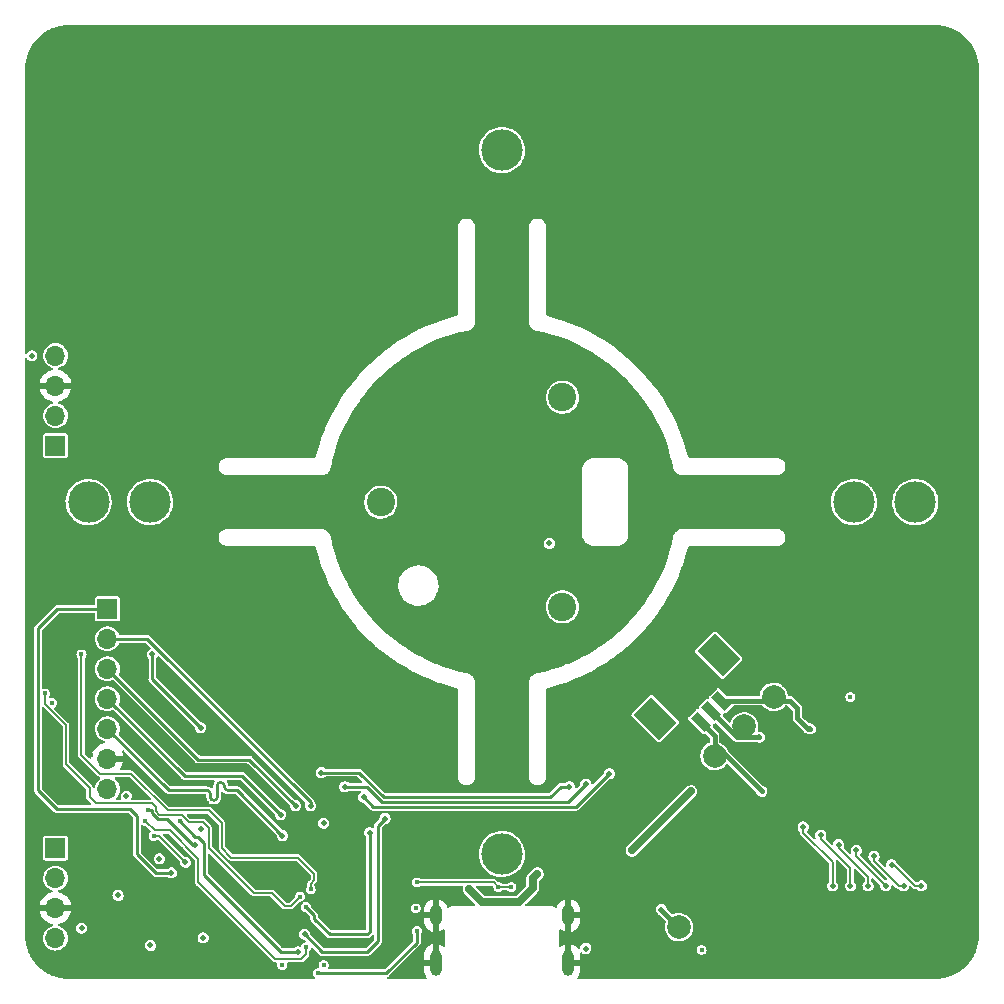
<source format=gbr>
%TF.GenerationSoftware,KiCad,Pcbnew,(6.0.5)*%
%TF.CreationDate,2023-11-29T10:13:34+07:00*%
%TF.ProjectId,view_base,76696577-5f62-4617-9365-2e6b69636164,rev?*%
%TF.SameCoordinates,Original*%
%TF.FileFunction,Copper,L4,Bot*%
%TF.FilePolarity,Positive*%
%FSLAX46Y46*%
G04 Gerber Fmt 4.6, Leading zero omitted, Abs format (unit mm)*
G04 Created by KiCad (PCBNEW (6.0.5)) date 2023-11-29 10:13:34*
%MOMM*%
%LPD*%
G01*
G04 APERTURE LIST*
G04 Aperture macros list*
%AMRotRect*
0 Rectangle, with rotation*
0 The origin of the aperture is its center*
0 $1 length*
0 $2 width*
0 $3 Rotation angle, in degrees counterclockwise*
0 Add horizontal line*
21,1,$1,$2,0,0,$3*%
G04 Aperture macros list end*
%TA.AperFunction,ComponentPad*%
%ADD10C,2.400000*%
%TD*%
%TA.AperFunction,ComponentPad*%
%ADD11C,3.500000*%
%TD*%
%TA.AperFunction,ComponentPad*%
%ADD12O,1.000000X2.200000*%
%TD*%
%TA.AperFunction,ComponentPad*%
%ADD13O,1.000000X1.800000*%
%TD*%
%TA.AperFunction,ComponentPad*%
%ADD14C,0.600000*%
%TD*%
%TA.AperFunction,SMDPad,CuDef*%
%ADD15R,4.000000X4.000000*%
%TD*%
%TA.AperFunction,ComponentPad*%
%ADD16R,1.700000X1.700000*%
%TD*%
%TA.AperFunction,ComponentPad*%
%ADD17O,1.700000X1.700000*%
%TD*%
%TA.AperFunction,SMDPad,CuDef*%
%ADD18RotRect,2.100000X2.999999X45.000000*%
%TD*%
%TA.AperFunction,SMDPad,CuDef*%
%ADD19RotRect,0.800000X1.600000X45.000000*%
%TD*%
%TA.AperFunction,SMDPad,CuDef*%
%ADD20C,2.000000*%
%TD*%
%TA.AperFunction,ViaPad*%
%ADD21C,0.400000*%
%TD*%
%TA.AperFunction,ViaPad*%
%ADD22C,0.500000*%
%TD*%
%TA.AperFunction,Conductor*%
%ADD23C,0.650000*%
%TD*%
%TA.AperFunction,Conductor*%
%ADD24C,0.250000*%
%TD*%
%TA.AperFunction,Conductor*%
%ADD25C,0.150000*%
%TD*%
%TA.AperFunction,Conductor*%
%ADD26C,0.400000*%
%TD*%
G04 APERTURE END LIST*
D10*
%TO.P,H3,1,1*%
%TO.N,unconnected-(H3-Pad1)*%
X105125400Y-91122500D03*
%TD*%
%TO.P,H1,1,1*%
%TO.N,unconnected-(H1-Pad1)*%
X105125400Y-108877500D03*
%TD*%
%TO.P,H2,1,1*%
%TO.N,unconnected-(H2-Pad1)*%
X89749100Y-100000000D03*
%TD*%
D11*
%TO.P,H4,1,1*%
%TO.N,unconnected-(H4-Pad1)*%
X100000000Y-129800000D03*
%TD*%
%TO.P,H5,1,1*%
%TO.N,unconnected-(H5-Pad1)*%
X70200000Y-100000000D03*
%TD*%
%TO.P,H6,1,1*%
%TO.N,unconnected-(H6-Pad1)*%
X100000000Y-70200000D03*
%TD*%
%TO.P,H7,1,1*%
%TO.N,unconnected-(H7-Pad1)*%
X129800000Y-100000000D03*
%TD*%
D12*
%TO.P,J2,S1,SHIELD*%
%TO.N,GND*%
X94380000Y-139000000D03*
X105620000Y-139000000D03*
D13*
X105620000Y-135000000D03*
X94380000Y-135000000D03*
%TD*%
D14*
%TO.P,U5,PAD,PAD*%
%TO.N,GND*%
X127500000Y-122500000D03*
X128500000Y-121500000D03*
X128500000Y-122500000D03*
X127500000Y-121500000D03*
D15*
X128000000Y-122000000D03*
%TD*%
D11*
%TO.P,H8,1,1*%
%TO.N,unconnected-(H8-Pad1)*%
X135000000Y-100000000D03*
%TD*%
%TO.P,H9,1,1*%
%TO.N,unconnected-(H9-Pad1)*%
X65000000Y-100000000D03*
%TD*%
D16*
%TO.P,J6,1,Pin_1*%
%TO.N,/LCD_RST*%
X66600000Y-109040000D03*
D17*
%TO.P,J6,2,Pin_2*%
%TO.N,/LCD_CSN*%
X66600000Y-111580000D03*
%TO.P,J6,3,Pin_3*%
%TO.N,/LCD_DC*%
X66600000Y-114120000D03*
%TO.P,J6,4,Pin_4*%
%TO.N,/LCD_MOSI*%
X66600000Y-116660000D03*
%TO.P,J6,5,Pin_5*%
%TO.N,/LCD_SCK*%
X66600000Y-119200000D03*
%TO.P,J6,6,Pin_6*%
%TO.N,GND*%
X66600000Y-121740000D03*
%TO.P,J6,7,Pin_7*%
%TO.N,+3V3*%
X66600000Y-124280000D03*
%TD*%
D16*
%TO.P,J5,1,Pin_1*%
%TO.N,/LC_DAT*%
X62200000Y-129300000D03*
D17*
%TO.P,J5,2,Pin_2*%
%TO.N,/LC_CLK*%
X62200000Y-131840000D03*
%TO.P,J5,3,Pin_3*%
%TO.N,GND*%
X62200000Y-134380000D03*
%TO.P,J5,4,Pin_4*%
%TO.N,+3V3*%
X62200000Y-136920000D03*
%TD*%
D16*
%TO.P,J3,1,Pin_1*%
%TO.N,/SWCLK*%
X62200000Y-95220000D03*
D17*
%TO.P,J3,2,Pin_2*%
%TO.N,/SWDIO*%
X62200000Y-92680000D03*
%TO.P,J3,3,Pin_3*%
%TO.N,GND*%
X62200000Y-90140000D03*
%TO.P,J3,4,Pin_4*%
%TO.N,+3V3*%
X62200000Y-87600000D03*
%TD*%
D18*
%TO.P,J1,*%
%TO.N,*%
X118336280Y-112962502D03*
X112962269Y-118336513D03*
D19*
%TO.P,J1,1,Pin_1*%
%TO.N,Net-(J1-Pad1)*%
X116816000Y-118584000D03*
%TO.P,J1,2,Pin_2*%
%TO.N,Net-(J1-Pad2)*%
X117699883Y-117700117D03*
%TO.P,J1,3,Pin_3*%
%TO.N,Net-(J1-Pad3)*%
X118583767Y-116816233D03*
%TD*%
D20*
%TO.P,TP1,1,1*%
%TO.N,+5V*%
X115000000Y-136000000D03*
%TD*%
%TO.P,TP6,1,1*%
%TO.N,Net-(J1-Pad3)*%
X123000000Y-116500000D03*
%TD*%
%TO.P,TP7,1,1*%
%TO.N,Net-(J1-Pad2)*%
X120500000Y-119000000D03*
%TD*%
%TO.P,TP8,1,1*%
%TO.N,Net-(J1-Pad1)*%
X118000000Y-121500000D03*
%TD*%
D21*
%TO.N,GND*%
X94300000Y-97000000D03*
D22*
X137000000Y-139500000D03*
D21*
X65200000Y-139900000D03*
D22*
X133700000Y-108900000D03*
X106200000Y-116300000D03*
X120000000Y-124000000D03*
X77800000Y-130800000D03*
X80900000Y-131700000D03*
D21*
X72000000Y-106700000D03*
D22*
X88100000Y-117800000D03*
X81400000Y-114300000D03*
X76400000Y-131700000D03*
D21*
X99000000Y-99000000D03*
X60100000Y-123500000D03*
X72000000Y-107900000D03*
D22*
X78800000Y-110100000D03*
D21*
X86200000Y-96700000D03*
X75000000Y-99900000D03*
X81400000Y-99000000D03*
X89900000Y-96700000D03*
X86900000Y-99000000D03*
D22*
X76100000Y-107700000D03*
X80100000Y-113100000D03*
D21*
X65000000Y-116500000D03*
X71700000Y-139500000D03*
D22*
X106200000Y-118900000D03*
D21*
X66500000Y-135300000D03*
D22*
X133700000Y-107700000D03*
D21*
X64100000Y-129500000D03*
D22*
X125300000Y-116400000D03*
D21*
X63900000Y-119000000D03*
D22*
X79800000Y-132500000D03*
X92100000Y-120200000D03*
X114000000Y-120500000D03*
X137000000Y-129000000D03*
D21*
X67600000Y-129200000D03*
X65000000Y-117100000D03*
D22*
X123900000Y-118800000D03*
X72600000Y-133500000D03*
D21*
X64300000Y-122100000D03*
D22*
X92100000Y-117800000D03*
X79900000Y-130800000D03*
D21*
X60100000Y-119300000D03*
D22*
X130500000Y-122000000D03*
X89400000Y-120200000D03*
X108600000Y-117500000D03*
X90700000Y-117800000D03*
X84100000Y-115500000D03*
X78900000Y-131700000D03*
D21*
X72000000Y-102800000D03*
D22*
X117000000Y-135500000D03*
D21*
X66400000Y-131800000D03*
D22*
X84100000Y-114300000D03*
D21*
X71100000Y-103800000D03*
D22*
X133500000Y-115000000D03*
D21*
X65000000Y-113400000D03*
X70600000Y-124200000D03*
X70500000Y-116600000D03*
X65000000Y-117700000D03*
X60100000Y-122200000D03*
D22*
X93300000Y-117800000D03*
X119500000Y-115000000D03*
D21*
X87600000Y-100900000D03*
X72200000Y-104700000D03*
X63900000Y-116100000D03*
X69500000Y-131900000D03*
D22*
X77400000Y-108900000D03*
X135000000Y-110100000D03*
D21*
X66500000Y-137200000D03*
D22*
X77300000Y-132600000D03*
D21*
X63800000Y-125400000D03*
X67600000Y-130000000D03*
D22*
X76800000Y-98200000D03*
X137600000Y-108900000D03*
D21*
X71800000Y-135600000D03*
X66500000Y-126600000D03*
X60100000Y-120700000D03*
X64500000Y-139100000D03*
X65200000Y-127000000D03*
D22*
X136400000Y-108900000D03*
D21*
X87500000Y-96700000D03*
X68200000Y-123600000D03*
X72100000Y-110100000D03*
X65000000Y-118900000D03*
X95200000Y-97600000D03*
D22*
X101000000Y-98000000D03*
D21*
X82000000Y-100800000D03*
X72300000Y-138900000D03*
X68800000Y-122500000D03*
X63900000Y-114700000D03*
D22*
X89400000Y-117800000D03*
D21*
X74200000Y-102600000D03*
D22*
X100000000Y-103500000D03*
X132400000Y-110100000D03*
D21*
X67900000Y-122500000D03*
X62600000Y-124400000D03*
X92600000Y-100900000D03*
D22*
X137600000Y-107700000D03*
D21*
X63900000Y-117600000D03*
X65000000Y-115300000D03*
D22*
X122101000Y-123000000D03*
X74800000Y-107700000D03*
D21*
X93900000Y-98900000D03*
D22*
X132400000Y-107700000D03*
D21*
X88600000Y-96700000D03*
D22*
X129500000Y-127500000D03*
D21*
X68900000Y-120700000D03*
X72100000Y-109000000D03*
D22*
X107399999Y-120200000D03*
X74800000Y-110100000D03*
X125989000Y-120347000D03*
D21*
X86600000Y-100900000D03*
X91300000Y-96700000D03*
X69600000Y-139600000D03*
D22*
X80100000Y-114300000D03*
D21*
X68100000Y-127200000D03*
D22*
X106200000Y-117500000D03*
X137600000Y-110100000D03*
X84100000Y-113100000D03*
X107399999Y-118900000D03*
D21*
X60200000Y-108700000D03*
X66500000Y-132900000D03*
X64500000Y-137100000D03*
X60100000Y-114700000D03*
D22*
X82700000Y-113100000D03*
D21*
X67500000Y-127200000D03*
X61400000Y-114700000D03*
X77100000Y-99800000D03*
X64600000Y-130000000D03*
X83800000Y-99000000D03*
D22*
X76100000Y-110100000D03*
D21*
X61400000Y-120700000D03*
X69600000Y-121300000D03*
X63200000Y-124900000D03*
X94800000Y-100300000D03*
X69500000Y-132700000D03*
X71100000Y-140100000D03*
X95700000Y-100900000D03*
X68800000Y-124000000D03*
X72000000Y-114600000D03*
D22*
X76500000Y-100700000D03*
D21*
X95300000Y-98900000D03*
X65000000Y-114100000D03*
D22*
X78150000Y-133350000D03*
D21*
X64800000Y-126600000D03*
D22*
X115000000Y-139500000D03*
D21*
X61500000Y-123200000D03*
D22*
X136400000Y-107700000D03*
D21*
X61600000Y-126300000D03*
X63900000Y-120500000D03*
X72000000Y-115600000D03*
X65000000Y-119500000D03*
X68400000Y-128400000D03*
X65200000Y-123000000D03*
D22*
X80100000Y-115500000D03*
D21*
X63900000Y-116900000D03*
D22*
X135000000Y-108900000D03*
X78800000Y-107700000D03*
D21*
X64100000Y-131200000D03*
X91600000Y-100900000D03*
D22*
X126500000Y-115000000D03*
X80300000Y-133900000D03*
D21*
X63800000Y-123900000D03*
X62100000Y-123900000D03*
D22*
X133700000Y-110100000D03*
D21*
X69500000Y-133700000D03*
D22*
X107400000Y-117500000D03*
D21*
X75900000Y-99000000D03*
D22*
X127200000Y-118900000D03*
X107400000Y-121500000D03*
D21*
X59900000Y-126400000D03*
X61400000Y-122200000D03*
X65000000Y-114700000D03*
X70600000Y-119400000D03*
X99000000Y-100600000D03*
X74100000Y-100800000D03*
X60100000Y-117900000D03*
D22*
X77400000Y-110100000D03*
D21*
X61400000Y-112000000D03*
X80700000Y-100800000D03*
X59900000Y-111800000D03*
D22*
X90700000Y-119000000D03*
D21*
X63600000Y-129000000D03*
X61400000Y-119300000D03*
X66600000Y-128200000D03*
X69300000Y-124500000D03*
D22*
X137000000Y-124000000D03*
D21*
X79000000Y-98900000D03*
X66500000Y-136300000D03*
X77800000Y-100800000D03*
X72100000Y-112400000D03*
D22*
X88100000Y-120200000D03*
D21*
X63900000Y-115400000D03*
D22*
X80000000Y-108900000D03*
X108600000Y-121500000D03*
X90700000Y-120200000D03*
D21*
X78900000Y-100800000D03*
X63900000Y-121300000D03*
X60100000Y-116600000D03*
D22*
X108600000Y-116300000D03*
D21*
X74000000Y-123800000D03*
X66900000Y-127000000D03*
D22*
X130000000Y-139500000D03*
X77400000Y-107700000D03*
X81400000Y-113100000D03*
D21*
X69500000Y-123100000D03*
D22*
X81400000Y-115500000D03*
D21*
X73100000Y-101800000D03*
X64400000Y-124500000D03*
X71900000Y-123400000D03*
D22*
X79325000Y-133875000D03*
D21*
X65800000Y-131200000D03*
D22*
X93300000Y-119000000D03*
D21*
X66100000Y-127800000D03*
X72400000Y-129000000D03*
X68600000Y-139600000D03*
X72100000Y-111300000D03*
D22*
X106200000Y-121500000D03*
X132400000Y-108900000D03*
D21*
X77900000Y-99000000D03*
X66500000Y-134000000D03*
X64800000Y-131900000D03*
X72000000Y-120700000D03*
X65000000Y-120200000D03*
D22*
X85300000Y-113100000D03*
D21*
X80200000Y-99000000D03*
D22*
X125000000Y-139500000D03*
D21*
X75300000Y-101500000D03*
X99000000Y-99800000D03*
X70600000Y-122100000D03*
D22*
X137000000Y-119000000D03*
D21*
X75000000Y-125500000D03*
D22*
X78800000Y-108900000D03*
X136400000Y-110100000D03*
X110900000Y-137800000D03*
X85300000Y-114300000D03*
D21*
X67100000Y-138700000D03*
D22*
X85300000Y-115500000D03*
X108600000Y-118900001D03*
X106200000Y-120200000D03*
D21*
X60900000Y-125700000D03*
D22*
X92100000Y-119000000D03*
D21*
X86400000Y-99700000D03*
D22*
X82700000Y-114300000D03*
D21*
X85500000Y-100800000D03*
D22*
X88100000Y-119000000D03*
D21*
X65000000Y-115900000D03*
D22*
X82700000Y-115500000D03*
D21*
X93600000Y-100400000D03*
X66500000Y-138100000D03*
X87900000Y-99800000D03*
X74000000Y-125500000D03*
X63900000Y-119700000D03*
X92300000Y-99600000D03*
X65200000Y-130600000D03*
D22*
X120000000Y-139500000D03*
D21*
X61400000Y-117900000D03*
X85000000Y-99700000D03*
X82700000Y-99000000D03*
D22*
X130300000Y-118600000D03*
X80000000Y-107700000D03*
X118000000Y-125500000D03*
D21*
X65600000Y-127400000D03*
D22*
X80000000Y-110100000D03*
D21*
X64500000Y-138100000D03*
D22*
X108600000Y-120199999D03*
D21*
X65000000Y-118300000D03*
X63900000Y-118400000D03*
X92600000Y-96600000D03*
X67500000Y-128400000D03*
X83200000Y-100800000D03*
X65200000Y-121400000D03*
X72000000Y-105600000D03*
X71900000Y-117800000D03*
X60200000Y-109800000D03*
D22*
X135000000Y-107700000D03*
X74800000Y-108900000D03*
D21*
X84300000Y-100800000D03*
X72800000Y-129400000D03*
X60400000Y-125200000D03*
D22*
X93300000Y-120200000D03*
D21*
X79800000Y-100800000D03*
D22*
X89400000Y-119000000D03*
X76100000Y-108900000D03*
D21*
X71800000Y-125400000D03*
X65000000Y-120800000D03*
D22*
X107400000Y-116300000D03*
D21*
X73200000Y-103700000D03*
X64700000Y-122600000D03*
X63900000Y-114000000D03*
%TO.N,/USB_D+*%
X92800000Y-132200000D03*
X100800000Y-132600000D03*
X99700000Y-132600000D03*
D22*
%TO.N,Net-(J1-Pad3)*%
X126100000Y-119200000D03*
%TO.N,Net-(J1-Pad2)*%
X121800000Y-119900000D03*
%TO.N,Net-(J1-Pad1)*%
X122000000Y-124500000D03*
D21*
%TO.N,/USB_SERIAL_RXI*%
X92800000Y-136300000D03*
X84400000Y-139900000D03*
D22*
%TO.N,/MAG_CLK*%
X82700000Y-138100000D03*
D21*
X72700000Y-127000000D03*
D22*
%TO.N,/TMC_UH*%
X109100000Y-123000000D03*
X125500000Y-127500000D03*
X88300000Y-125000000D03*
X128000000Y-132500000D03*
%TO.N,/TMC_VH*%
X86700000Y-124100000D03*
X107100000Y-123900000D03*
X127000000Y-128200000D03*
X129500000Y-132500000D03*
%TO.N,/TMC_WH*%
X105700000Y-124100000D03*
X84700000Y-122900000D03*
X128500000Y-129000000D03*
X131000000Y-132500000D03*
%TO.N,/TMC_UL*%
X130000000Y-129500000D03*
X132500000Y-132500000D03*
%TO.N,/TMC_WL*%
X131500000Y-130000000D03*
X90100000Y-126800000D03*
X134000000Y-132500000D03*
X83300000Y-136600000D03*
D21*
%TO.N,/TMC_VL*%
X83400000Y-134300000D03*
D22*
X88800000Y-128000000D03*
X133000000Y-130700000D03*
X135500000Y-132500000D03*
%TO.N,+5V*%
X102600000Y-132700000D03*
X103007000Y-131459000D03*
X116000000Y-124500000D03*
X113500000Y-134500000D03*
X111000000Y-129500000D03*
X97207900Y-132761000D03*
%TO.N,+3V3*%
X74700000Y-136900000D03*
X107100000Y-137800000D03*
X74500000Y-127700000D03*
D21*
X92700000Y-134400000D03*
X84900000Y-139200000D03*
D22*
X68200000Y-124900000D03*
D21*
X61900000Y-117000000D03*
D22*
X71000000Y-130200000D03*
X67500000Y-133300000D03*
D21*
X116900000Y-137900000D03*
X81400000Y-139200000D03*
X129500000Y-116500000D03*
D22*
X84900000Y-127200000D03*
X64420000Y-136080000D03*
X60200000Y-87620000D03*
X104000000Y-103500000D03*
X70235000Y-137540000D03*
D21*
%TO.N,/LiD_SCL*%
X83800000Y-132800000D03*
X64400000Y-112900000D03*
D22*
%TO.N,/SWCLK*%
X74000000Y-129000000D03*
D21*
X70000000Y-126100000D03*
%TO.N,/LiD_SDA*%
X70500000Y-128300000D03*
D22*
X73200000Y-130500000D03*
%TO.N,/LCD_CSN*%
X83800000Y-125700000D03*
%TO.N,/LCD_SCK*%
X81418373Y-128235515D03*
%TO.N,/LCD_MOSI*%
X81273056Y-126473056D03*
%TO.N,/SWDIO*%
X70400000Y-112900000D03*
X74500000Y-119100000D03*
%TO.N,/LCD_DC*%
X82523056Y-125700000D03*
%TO.N,/LCD_RST*%
X72000000Y-131400000D03*
D21*
%TO.N,/GP1*%
X61300000Y-116200000D03*
X82900000Y-133400000D03*
%TO.N,/GP2*%
X83400000Y-137700000D03*
X69800000Y-127000000D03*
%TD*%
D23*
%TO.N,GND*%
X127500000Y-122500000D02*
X128000000Y-122000000D01*
X128500000Y-122500000D02*
X128000000Y-122000000D01*
D24*
X125989000Y-120347000D02*
X126347000Y-120347000D01*
D23*
X129500000Y-127500000D02*
X129500000Y-123500000D01*
D24*
X126347000Y-120347000D02*
X127500000Y-121500000D01*
X127500000Y-121500000D02*
X128000000Y-122000000D01*
D25*
X130500000Y-122000000D02*
X128000000Y-122000000D01*
D23*
X129500000Y-123500000D02*
X128500000Y-122500000D01*
D25*
%TO.N,/USB_D+*%
X99700000Y-132600000D02*
X99300000Y-132200000D01*
X100800000Y-132600000D02*
X99700000Y-132600000D01*
X99300000Y-132200000D02*
X92800000Y-132200000D01*
D26*
%TO.N,Net-(J1-Pad3)*%
X126100000Y-119200000D02*
X125900000Y-119200000D01*
D24*
X118584000Y-116816000D02*
X119873900Y-116816000D01*
X122684000Y-116816000D02*
X124356000Y-116816000D01*
D26*
X125000000Y-118300000D02*
X125000000Y-117460000D01*
X124356000Y-116816000D02*
X122684000Y-116816000D01*
X125900000Y-119200000D02*
X125000000Y-118300000D01*
X122684000Y-116816000D02*
X123000000Y-116500000D01*
D25*
X118584000Y-116816000D02*
X118583800Y-116816200D01*
D26*
X122684000Y-116816000D02*
X121184000Y-116816000D01*
D24*
X121184000Y-116816000D02*
X122684000Y-116816000D01*
D26*
X118584000Y-116816000D02*
X119873900Y-116816000D01*
X119873900Y-116816000D02*
X121184000Y-116816000D01*
X121184000Y-116816000D02*
X122684000Y-116816000D01*
D24*
X119873900Y-116816000D02*
X121184000Y-116816000D01*
D26*
X125000000Y-117460000D02*
X124356000Y-116816000D01*
D25*
%TO.N,Net-(J1-Pad2)*%
X118800000Y-118800000D02*
X118799800Y-118800000D01*
D26*
X120900000Y-119900000D02*
X121800000Y-119900000D01*
X120500000Y-119000000D02*
X120500000Y-119500000D01*
D25*
X118799800Y-118800000D02*
X117699900Y-117700100D01*
D26*
X117700000Y-117700000D02*
X118800000Y-118800000D01*
X119900000Y-119900000D02*
X120900000Y-119900000D01*
X120500000Y-119500000D02*
X120900000Y-119900000D01*
X118800000Y-118800000D02*
X119900000Y-119900000D01*
%TO.N,Net-(J1-Pad1)*%
X118000000Y-119768000D02*
X116816000Y-118584000D01*
X118000000Y-120500000D02*
X118000000Y-119768000D01*
X122000000Y-124500000D02*
X118000000Y-120500000D01*
X118000000Y-120500000D02*
X118000000Y-119768000D01*
X118000000Y-121500000D02*
X118000000Y-120500000D01*
D24*
%TO.N,/USB_SERIAL_RXI*%
X84400000Y-139900000D02*
X90200000Y-139900000D01*
X90200000Y-139900000D02*
X92800000Y-137300000D01*
X92800000Y-137300000D02*
X92800000Y-136300000D01*
%TO.N,/MAG_CLK*%
X72700000Y-127000000D02*
X72700000Y-127028928D01*
X72700000Y-127028928D02*
X73996561Y-128325489D01*
X74279393Y-128325489D02*
X74800000Y-128846096D01*
X81300000Y-138100000D02*
X82700000Y-138100000D01*
X74800000Y-131600000D02*
X81300000Y-138100000D01*
X73996561Y-128325489D02*
X74279393Y-128325489D01*
X74800000Y-128846096D02*
X74800000Y-131600000D01*
%TO.N,/TMC_UH*%
X106266000Y-125800000D02*
X89100000Y-125800000D01*
D25*
X125500000Y-128000000D02*
X128000000Y-130500000D01*
D24*
X109100000Y-123000000D02*
X109066000Y-123000000D01*
D25*
X125500000Y-127500000D02*
X125500000Y-128000000D01*
D24*
X89100000Y-125800000D02*
X88300000Y-125000000D01*
D25*
X128000000Y-130500000D02*
X128000000Y-132500000D01*
D24*
X109066000Y-123000000D02*
X106266000Y-125800000D01*
%TO.N,/TMC_VH*%
X107100000Y-123900000D02*
X105600000Y-125400000D01*
X105600000Y-125400000D02*
X89834300Y-125400000D01*
X89834300Y-125400000D02*
X88534300Y-124100000D01*
D25*
X127000000Y-128500000D02*
X129500000Y-131000000D01*
D24*
X88534300Y-124100000D02*
X86700000Y-124100000D01*
D25*
X129500000Y-131000000D02*
X129500000Y-132500000D01*
X127000000Y-128200000D02*
X127000000Y-128500000D01*
D24*
%TO.N,/TMC_WH*%
X105000000Y-124100000D02*
X105700000Y-124100000D01*
D25*
X128500000Y-129250000D02*
X128500000Y-129000000D01*
D24*
X104100000Y-125000000D02*
X105000000Y-124100000D01*
X87900000Y-122900000D02*
X90000000Y-125000000D01*
D25*
X131000000Y-132500000D02*
X131000000Y-131750000D01*
X131000000Y-131750000D02*
X128500000Y-129250000D01*
D24*
X90000000Y-125000000D02*
X104100000Y-125000000D01*
X84700000Y-122900000D02*
X87900000Y-122900000D01*
D25*
%TO.N,/TMC_UL*%
X130000000Y-130000000D02*
X130000000Y-129500000D01*
X132500000Y-132500000D02*
X130000000Y-130000000D01*
%TO.N,/TMC_WL*%
X134000000Y-132500000D02*
X133616000Y-132500000D01*
D24*
X89500000Y-137200000D02*
X88600000Y-138100000D01*
D25*
X131500000Y-130384000D02*
X131500000Y-130000000D01*
D24*
X88600000Y-138100000D02*
X84800000Y-138100000D01*
X84800000Y-138100000D02*
X83300000Y-136600000D01*
D25*
X133616000Y-132500000D02*
X131500000Y-130384000D01*
D24*
X89500000Y-127400000D02*
X89500000Y-137200000D01*
X90100000Y-126800000D02*
X89500000Y-127400000D01*
D25*
%TO.N,/TMC_VL*%
X135000000Y-132500000D02*
X135500000Y-132500000D01*
D24*
X88600000Y-136600000D02*
X88800000Y-136400000D01*
D25*
X133200000Y-130700000D02*
X135000000Y-132500000D01*
D24*
X83400000Y-134300000D02*
X84100000Y-135000000D01*
X84100000Y-135300000D02*
X85400000Y-136600000D01*
D25*
X133000000Y-130700000D02*
X133200000Y-130700000D01*
D24*
X85400000Y-136600000D02*
X88600000Y-136600000D01*
X88800000Y-136400000D02*
X88800000Y-128000000D01*
X84100000Y-135000000D02*
X84100000Y-135300000D01*
D23*
%TO.N,+5V*%
X97207900Y-132761000D02*
X98312200Y-133865000D01*
X102600000Y-131866000D02*
X103007000Y-131459000D01*
X116000000Y-124500000D02*
X111000000Y-129500000D01*
X98312200Y-133865000D02*
X101435000Y-133865000D01*
X102600000Y-132700000D02*
X102600000Y-131866000D01*
D26*
X115000000Y-136000000D02*
X113500000Y-134500000D01*
D23*
X101435000Y-133865000D02*
X102600000Y-132700000D01*
D25*
%TO.N,/LiD_SCL*%
X83800000Y-132800000D02*
X83800000Y-132300000D01*
X84100000Y-132000000D02*
X84100000Y-131500000D01*
X77100000Y-130100000D02*
X76300000Y-129300000D01*
X68600000Y-123000000D02*
X66000000Y-123000000D01*
X83800000Y-132300000D02*
X84100000Y-132000000D01*
X66000000Y-123000000D02*
X64400000Y-121400000D01*
X76300000Y-127200000D02*
X75200000Y-126100000D01*
X76300000Y-129300000D02*
X76300000Y-127200000D01*
X82700000Y-130100000D02*
X77100000Y-130100000D01*
X64400000Y-121400000D02*
X64400000Y-112900000D01*
X84100000Y-131500000D02*
X82700000Y-130100000D01*
X75200000Y-126100000D02*
X71700000Y-126100000D01*
X71700000Y-126100000D02*
X68600000Y-123000000D01*
D24*
%TO.N,/SWCLK*%
X70350480Y-126100000D02*
X70350481Y-126344777D01*
X71649520Y-126849520D02*
X73800000Y-129000000D01*
X70350481Y-126344777D02*
X70855224Y-126849520D01*
X70855224Y-126849520D02*
X71649520Y-126849520D01*
X70000000Y-126100000D02*
X70350480Y-126100000D01*
X73800000Y-129000000D02*
X74000000Y-129000000D01*
D25*
%TO.N,/LiD_SDA*%
X71000000Y-128300000D02*
X70500000Y-128300000D01*
X73200000Y-130500000D02*
X71000000Y-128300000D01*
D24*
%TO.N,/LCD_CSN*%
X83800000Y-125400000D02*
X69980000Y-111580000D01*
X69980000Y-111580000D02*
X66600000Y-111580000D01*
X83800000Y-125700000D02*
X83800000Y-125400000D01*
%TO.N,/LCD_SCK*%
X75000000Y-124400000D02*
X74708946Y-124400000D01*
X81418373Y-128235515D02*
X77582858Y-124400000D01*
X75900000Y-124034675D02*
X75900000Y-124100000D01*
X75900000Y-124100000D02*
X75900000Y-124965325D01*
X75300000Y-124965325D02*
X75300000Y-124700000D01*
X74708946Y-124400000D02*
X71800000Y-124400000D01*
X77582858Y-124400000D02*
X76800000Y-124400000D01*
X71800000Y-124400000D02*
X66600000Y-119200000D01*
X76500000Y-124100000D02*
X76500000Y-124034675D01*
X75299975Y-124965325D02*
G75*
G03*
X75600000Y-125265325I300025J25D01*
G01*
X75600000Y-125265300D02*
G75*
G03*
X75900000Y-124965325I0J300000D01*
G01*
X75899975Y-124034675D02*
G75*
G02*
X76200000Y-123734675I300025J-25D01*
G01*
X76500000Y-124100000D02*
G75*
G03*
X76800000Y-124400000I300000J0D01*
G01*
X76200000Y-123734700D02*
G75*
G02*
X76500000Y-124034675I0J-300000D01*
G01*
X75000000Y-124400000D02*
G75*
G02*
X75300000Y-124700000I0J-300000D01*
G01*
%TO.N,/LCD_MOSI*%
X73140000Y-123200000D02*
X66600000Y-116660000D01*
X81273056Y-126473056D02*
X78000000Y-123200000D01*
X78000000Y-123200000D02*
X73140000Y-123200000D01*
%TO.N,/SWDIO*%
X70400000Y-115000000D02*
X70400000Y-112900000D01*
X74500000Y-119100000D02*
X70400000Y-115000000D01*
%TO.N,/LCD_DC*%
X78623056Y-121800000D02*
X82523056Y-125700000D01*
X74280000Y-121800000D02*
X66600000Y-114120000D01*
X74280000Y-121800000D02*
X78623056Y-121800000D01*
%TO.N,/LCD_RST*%
X62300000Y-126000000D02*
X60700000Y-124400000D01*
X60700000Y-124400000D02*
X60700000Y-110700000D01*
X69100000Y-126600000D02*
X68500000Y-126000000D01*
X72000000Y-131400000D02*
X70700000Y-131400000D01*
X60700000Y-110700000D02*
X62360000Y-109040000D01*
X62360000Y-109040000D02*
X66600000Y-109040000D01*
X68500000Y-126000000D02*
X62300000Y-126000000D01*
X69100000Y-129800000D02*
X69100000Y-126600000D01*
X70700000Y-131400000D02*
X69100000Y-129800000D01*
D25*
%TO.N,/GP1*%
X65100000Y-124200000D02*
X63100000Y-122200000D01*
X70700000Y-125800000D02*
X70400000Y-125500000D01*
X72900000Y-126500000D02*
X71000000Y-126500000D01*
X73500000Y-127100000D02*
X72900000Y-126500000D01*
X71000000Y-126500000D02*
X70700000Y-126200000D01*
X82900000Y-133400000D02*
X82100000Y-134200000D01*
X65600000Y-125500000D02*
X65100000Y-125000000D01*
X70700000Y-126200000D02*
X70700000Y-125800000D01*
X80500000Y-133100000D02*
X79000000Y-133100000D01*
X70400000Y-125500000D02*
X65600000Y-125500000D01*
X74700000Y-127100000D02*
X73500000Y-127100000D01*
X65100000Y-125000000D02*
X65100000Y-124200000D01*
X63100000Y-118900000D02*
X61300000Y-117100000D01*
X75200000Y-127600000D02*
X74700000Y-127100000D01*
X79000000Y-133100000D02*
X75200000Y-129300000D01*
X61300000Y-117100000D02*
X61300000Y-116200000D01*
X63100000Y-122200000D02*
X63100000Y-118900000D01*
X82100000Y-134200000D02*
X81600000Y-134200000D01*
X81600000Y-134200000D02*
X80500000Y-133100000D01*
X75200000Y-129300000D02*
X75200000Y-127600000D01*
%TO.N,/GP2*%
X71900000Y-127800000D02*
X74300000Y-130200000D01*
X69800000Y-127000000D02*
X70600000Y-127800000D01*
X83400000Y-138300000D02*
X83400000Y-137700000D01*
X83000000Y-138700000D02*
X83400000Y-138300000D01*
X80800000Y-138700000D02*
X83000000Y-138700000D01*
X74300000Y-132200000D02*
X80800000Y-138700000D01*
X74300000Y-130200000D02*
X74300000Y-132200000D01*
X70600000Y-127800000D02*
X71900000Y-127800000D01*
%TD*%
%TA.AperFunction,Conductor*%
%TO.N,GND*%
G36*
X136588169Y-59603018D02*
G01*
X136599641Y-59605656D01*
X136610518Y-59603195D01*
X136618820Y-59603209D01*
X136631937Y-59602069D01*
X136795841Y-59610121D01*
X136967561Y-59618557D01*
X136977220Y-59619509D01*
X137336446Y-59672794D01*
X137345964Y-59674688D01*
X137522664Y-59718949D01*
X137698217Y-59762923D01*
X137707514Y-59765743D01*
X138049427Y-59888082D01*
X138058403Y-59891800D01*
X138386678Y-60047062D01*
X138395246Y-60051642D01*
X138706721Y-60238333D01*
X138714787Y-60243722D01*
X139006490Y-60460064D01*
X139013971Y-60466205D01*
X139125313Y-60567119D01*
X139283048Y-60710082D01*
X139289918Y-60716952D01*
X139533795Y-60986029D01*
X139539936Y-60993510D01*
X139756278Y-61285213D01*
X139761667Y-61293279D01*
X139948358Y-61604754D01*
X139952938Y-61613322D01*
X140108200Y-61941597D01*
X140111918Y-61950573D01*
X140234257Y-62292486D01*
X140237077Y-62301783D01*
X140325311Y-62654030D01*
X140327207Y-62663559D01*
X140380491Y-63022776D01*
X140381443Y-63032444D01*
X140397906Y-63367541D01*
X140396859Y-63379339D01*
X140396842Y-63388777D01*
X140394344Y-63399641D01*
X140396804Y-63410513D01*
X140397059Y-63411638D01*
X140399500Y-63433488D01*
X140399500Y-136565982D01*
X140396982Y-136588168D01*
X140394344Y-136599640D01*
X140396805Y-136610517D01*
X140396791Y-136618819D01*
X140397931Y-136631936D01*
X140390510Y-136783002D01*
X140381900Y-136958262D01*
X140381443Y-136967555D01*
X140380491Y-136977219D01*
X140327880Y-137331905D01*
X140327207Y-137336440D01*
X140325312Y-137345963D01*
X140296870Y-137459509D01*
X140237077Y-137698216D01*
X140234257Y-137707513D01*
X140111919Y-138049426D01*
X140108201Y-138058402D01*
X139952938Y-138386677D01*
X139948358Y-138395245D01*
X139927969Y-138429263D01*
X139761666Y-138706723D01*
X139756281Y-138714783D01*
X139558918Y-138980897D01*
X139539948Y-139006475D01*
X139533784Y-139013985D01*
X139289919Y-139283048D01*
X139283049Y-139289918D01*
X139013986Y-139533783D01*
X139006476Y-139539946D01*
X138714792Y-139756274D01*
X138706723Y-139761666D01*
X138488768Y-139892303D01*
X138395246Y-139948358D01*
X138386678Y-139952938D01*
X138058403Y-140108200D01*
X138049427Y-140111918D01*
X137707514Y-140234257D01*
X137698217Y-140237077D01*
X137522664Y-140281051D01*
X137345964Y-140325312D01*
X137336446Y-140327206D01*
X136977220Y-140380491D01*
X136967561Y-140381443D01*
X136632457Y-140397906D01*
X136620662Y-140396859D01*
X136611227Y-140396842D01*
X136600359Y-140394343D01*
X136588359Y-140397058D01*
X136566512Y-140399499D01*
X136366972Y-140399499D01*
X106477353Y-140399500D01*
X106419162Y-140380593D01*
X106383198Y-140331093D01*
X106383198Y-140269907D01*
X106401514Y-140236864D01*
X106452629Y-140175948D01*
X106458070Y-140168000D01*
X106548637Y-140003261D01*
X106552436Y-139994398D01*
X106609279Y-139815204D01*
X106611283Y-139805776D01*
X106627691Y-139659495D01*
X106628000Y-139653966D01*
X106628000Y-139269680D01*
X106623878Y-139256995D01*
X106619757Y-139254000D01*
X105465000Y-139254000D01*
X105406809Y-139235093D01*
X105370845Y-139185593D01*
X105366000Y-139155000D01*
X105366000Y-138730320D01*
X105874000Y-138730320D01*
X105878122Y-138743005D01*
X105882243Y-138746000D01*
X106612320Y-138746000D01*
X106625005Y-138741878D01*
X106628000Y-138737757D01*
X106628000Y-138352676D01*
X106627765Y-138347861D01*
X106616669Y-138234698D01*
X106629808Y-138174940D01*
X106675562Y-138134317D01*
X106736456Y-138128346D01*
X106780071Y-138150664D01*
X106783172Y-138154353D01*
X106895362Y-138229033D01*
X106902092Y-138231136D01*
X106902093Y-138231136D01*
X106918443Y-138236244D01*
X107024002Y-138269223D01*
X107091377Y-138270458D01*
X107151699Y-138271564D01*
X107151701Y-138271564D01*
X107158752Y-138271693D01*
X107165555Y-138269838D01*
X107165557Y-138269838D01*
X107245772Y-138247969D01*
X107288779Y-138236244D01*
X107403631Y-138165725D01*
X107413925Y-138154353D01*
X107489338Y-138071037D01*
X107494073Y-138065806D01*
X107552836Y-137944518D01*
X107555644Y-137927828D01*
X107560326Y-137900000D01*
X116474258Y-137900000D01*
X116475477Y-137907697D01*
X116493134Y-138019178D01*
X116495095Y-138031562D01*
X116498631Y-138038501D01*
X116498631Y-138038502D01*
X116515209Y-138071037D01*
X116555567Y-138150245D01*
X116649755Y-138244433D01*
X116656692Y-138247968D01*
X116656694Y-138247969D01*
X116724336Y-138282434D01*
X116768438Y-138304905D01*
X116776131Y-138306124D01*
X116776133Y-138306124D01*
X116892303Y-138324523D01*
X116900000Y-138325742D01*
X116907697Y-138324523D01*
X117023867Y-138306124D01*
X117023869Y-138306124D01*
X117031562Y-138304905D01*
X117075664Y-138282434D01*
X117143306Y-138247969D01*
X117143308Y-138247968D01*
X117150245Y-138244433D01*
X117244433Y-138150245D01*
X117284792Y-138071037D01*
X117301369Y-138038502D01*
X117301369Y-138038501D01*
X117304905Y-138031562D01*
X117306867Y-138019178D01*
X117324523Y-137907697D01*
X117325742Y-137900000D01*
X117314903Y-137831562D01*
X117306124Y-137776133D01*
X117306124Y-137776131D01*
X117304905Y-137768438D01*
X117298360Y-137755593D01*
X117247969Y-137656694D01*
X117247968Y-137656692D01*
X117244433Y-137649755D01*
X117150245Y-137555567D01*
X117143308Y-137552032D01*
X117143306Y-137552031D01*
X117038502Y-137498631D01*
X117038501Y-137498631D01*
X117031562Y-137495095D01*
X117023869Y-137493876D01*
X117023867Y-137493876D01*
X116907697Y-137475477D01*
X116900000Y-137474258D01*
X116892303Y-137475477D01*
X116776133Y-137493876D01*
X116776131Y-137493876D01*
X116768438Y-137495095D01*
X116761499Y-137498631D01*
X116761498Y-137498631D01*
X116656694Y-137552031D01*
X116656692Y-137552032D01*
X116649755Y-137555567D01*
X116555567Y-137649755D01*
X116552032Y-137656692D01*
X116552031Y-137656694D01*
X116501640Y-137755593D01*
X116495095Y-137768438D01*
X116493876Y-137776131D01*
X116493876Y-137776133D01*
X116485097Y-137831562D01*
X116474258Y-137900000D01*
X107560326Y-137900000D01*
X107574562Y-137815384D01*
X107574562Y-137815381D01*
X107575196Y-137811614D01*
X107575338Y-137800000D01*
X107556232Y-137666588D01*
X107505754Y-137555567D01*
X107503370Y-137550324D01*
X107500450Y-137543902D01*
X107412475Y-137441803D01*
X107299382Y-137368499D01*
X107292627Y-137366479D01*
X107292623Y-137366477D01*
X107182359Y-137333502D01*
X107170259Y-137329883D01*
X107088454Y-137329383D01*
X107042540Y-137329103D01*
X107035489Y-137329060D01*
X107028712Y-137330997D01*
X107028711Y-137330997D01*
X106912685Y-137364157D01*
X106912683Y-137364158D01*
X106905905Y-137366095D01*
X106791924Y-137438012D01*
X106702709Y-137539029D01*
X106645432Y-137661025D01*
X106627764Y-137774500D01*
X106627128Y-137778582D01*
X106599494Y-137833171D01*
X106545050Y-137861091D01*
X106484593Y-137851678D01*
X106452588Y-137825922D01*
X106341768Y-137690044D01*
X106334979Y-137683207D01*
X106190121Y-137563370D01*
X106182138Y-137557986D01*
X106016760Y-137468566D01*
X106007889Y-137464837D01*
X105888977Y-137428028D01*
X105877339Y-137428191D01*
X105874000Y-137438717D01*
X105874000Y-138730320D01*
X105366000Y-138730320D01*
X105366000Y-137439641D01*
X105362327Y-137428337D01*
X105351638Y-137428188D01*
X105245217Y-137459509D01*
X105236276Y-137463122D01*
X105069677Y-137550218D01*
X105061611Y-137555496D01*
X104981533Y-137619879D01*
X104924336Y-137641606D01*
X104865291Y-137625563D01*
X104826952Y-137577879D01*
X104820500Y-137542724D01*
X104820500Y-136257257D01*
X104839407Y-136199066D01*
X104888907Y-136163102D01*
X104950093Y-136163102D01*
X104982605Y-136180976D01*
X105049879Y-136236630D01*
X105057862Y-136242014D01*
X105223240Y-136331434D01*
X105232111Y-136335163D01*
X105351023Y-136371972D01*
X105362661Y-136371809D01*
X105366000Y-136361283D01*
X105366000Y-136360359D01*
X105874000Y-136360359D01*
X105877673Y-136371663D01*
X105888362Y-136371812D01*
X105994783Y-136340491D01*
X106003724Y-136336878D01*
X106170323Y-136249782D01*
X106178384Y-136244508D01*
X106324906Y-136126701D01*
X106331780Y-136119970D01*
X106452629Y-135975948D01*
X106458070Y-135968000D01*
X106548637Y-135803261D01*
X106552436Y-135794398D01*
X106609279Y-135615204D01*
X106611283Y-135605776D01*
X106627691Y-135459495D01*
X106628000Y-135453966D01*
X106628000Y-135269680D01*
X106623878Y-135256995D01*
X106619757Y-135254000D01*
X105889680Y-135254000D01*
X105876995Y-135258122D01*
X105874000Y-135262243D01*
X105874000Y-136360359D01*
X105366000Y-136360359D01*
X105366000Y-134730320D01*
X105874000Y-134730320D01*
X105878122Y-134743005D01*
X105882243Y-134746000D01*
X106612320Y-134746000D01*
X106625005Y-134741878D01*
X106628000Y-134737757D01*
X106628000Y-134552676D01*
X106627765Y-134547861D01*
X106622503Y-134494193D01*
X113024697Y-134494193D01*
X113042172Y-134627828D01*
X113045010Y-134634279D01*
X113045011Y-134634281D01*
X113093611Y-134744734D01*
X113093613Y-134744737D01*
X113096451Y-134751187D01*
X113183172Y-134854353D01*
X113189043Y-134858261D01*
X113189044Y-134858262D01*
X113218312Y-134877744D01*
X113295362Y-134929033D01*
X113302093Y-134931136D01*
X113369956Y-134952338D01*
X113410436Y-134976830D01*
X113864890Y-135431283D01*
X113892668Y-135485800D01*
X113886501Y-135537916D01*
X113886131Y-135538620D01*
X113884785Y-135542955D01*
X113827593Y-135727145D01*
X113820703Y-135749333D01*
X113820169Y-135753843D01*
X113820169Y-135753844D01*
X113796712Y-135952031D01*
X113794770Y-135968440D01*
X113799099Y-136034484D01*
X113808383Y-136176133D01*
X113809200Y-136188604D01*
X113810316Y-136192997D01*
X113810316Y-136192999D01*
X113855729Y-136371809D01*
X113863511Y-136402452D01*
X113955883Y-136602821D01*
X114083222Y-136783002D01*
X114241264Y-136936961D01*
X114424717Y-137059540D01*
X114627436Y-137146635D01*
X114684092Y-137159455D01*
X114838206Y-137194328D01*
X114838211Y-137194329D01*
X114842632Y-137195329D01*
X114952865Y-137199660D01*
X115058565Y-137203813D01*
X115058566Y-137203813D01*
X115063098Y-137203991D01*
X115281452Y-137172331D01*
X115285751Y-137170872D01*
X115285754Y-137170871D01*
X115486078Y-137102870D01*
X115490379Y-137101410D01*
X115494585Y-137099055D01*
X115678925Y-136995819D01*
X115682884Y-136993602D01*
X115852518Y-136852518D01*
X115993602Y-136682884D01*
X116053990Y-136575054D01*
X116099192Y-136494340D01*
X116099193Y-136494338D01*
X116101410Y-136490379D01*
X116121376Y-136431562D01*
X116170871Y-136285754D01*
X116170872Y-136285751D01*
X116172331Y-136281452D01*
X116184020Y-136200837D01*
X116203571Y-136065997D01*
X116203571Y-136065991D01*
X116203991Y-136063098D01*
X116204341Y-136049755D01*
X116205567Y-136002914D01*
X116205567Y-136002909D01*
X116205643Y-136000000D01*
X116200865Y-135947995D01*
X116192440Y-135856316D01*
X116185454Y-135780289D01*
X116177996Y-135753844D01*
X116126799Y-135572311D01*
X116126798Y-135572310D01*
X116125565Y-135567936D01*
X116123557Y-135563864D01*
X116123555Y-135563859D01*
X116029988Y-135374125D01*
X116027980Y-135370053D01*
X115895967Y-135193267D01*
X115865576Y-135165174D01*
X115737279Y-135046577D01*
X115737278Y-135046576D01*
X115733949Y-135043499D01*
X115661616Y-134997860D01*
X115551187Y-134928185D01*
X115547350Y-134925764D01*
X115342421Y-134844006D01*
X115126024Y-134800962D01*
X115017347Y-134799539D01*
X114909946Y-134798133D01*
X114909941Y-134798133D01*
X114905406Y-134798074D01*
X114900933Y-134798843D01*
X114900928Y-134798843D01*
X114692435Y-134834668D01*
X114692429Y-134834670D01*
X114687957Y-134835438D01*
X114626090Y-134858262D01*
X114538397Y-134890613D01*
X114477259Y-134893015D01*
X114434128Y-134867736D01*
X113982276Y-134415884D01*
X113957258Y-134373663D01*
X113957233Y-134373577D01*
X113956232Y-134366588D01*
X113911346Y-134267866D01*
X113903370Y-134250324D01*
X113900450Y-134243902D01*
X113812475Y-134141803D01*
X113699382Y-134068499D01*
X113692627Y-134066479D01*
X113692623Y-134066477D01*
X113577020Y-134031905D01*
X113570259Y-134029883D01*
X113488454Y-134029383D01*
X113442540Y-134029103D01*
X113435489Y-134029060D01*
X113428712Y-134030997D01*
X113428711Y-134030997D01*
X113312685Y-134064157D01*
X113312683Y-134064158D01*
X113305905Y-134066095D01*
X113191924Y-134138012D01*
X113102709Y-134239029D01*
X113045432Y-134361025D01*
X113024697Y-134494193D01*
X106622503Y-134494193D01*
X106614059Y-134408081D01*
X106612188Y-134398630D01*
X106557851Y-134218659D01*
X106554176Y-134209743D01*
X106465921Y-134043759D01*
X106460585Y-134035728D01*
X106341768Y-133890044D01*
X106334979Y-133883207D01*
X106190121Y-133763370D01*
X106182138Y-133757986D01*
X106016760Y-133668566D01*
X106007889Y-133664837D01*
X105888977Y-133628028D01*
X105877339Y-133628191D01*
X105874000Y-133638717D01*
X105874000Y-134730320D01*
X105366000Y-134730320D01*
X105366000Y-133639641D01*
X105362327Y-133628337D01*
X105351638Y-133628188D01*
X105245217Y-133659509D01*
X105236276Y-133663122D01*
X105069677Y-133750218D01*
X105061616Y-133755492D01*
X104915094Y-133873299D01*
X104908220Y-133880030D01*
X104787371Y-134024052D01*
X104781930Y-134032000D01*
X104691363Y-134196739D01*
X104687564Y-134205602D01*
X104667813Y-134267866D01*
X104632195Y-134317616D01*
X104574138Y-134336929D01*
X104518443Y-134320245D01*
X104514822Y-134317826D01*
X104511060Y-134314738D01*
X104423370Y-134267866D01*
X104393661Y-134251986D01*
X104393659Y-134251985D01*
X104389367Y-134249691D01*
X104352670Y-134238559D01*
X104261977Y-134211048D01*
X104261976Y-134211048D01*
X104257322Y-134209636D01*
X104252483Y-134209159D01*
X104252481Y-134209159D01*
X104140896Y-134198169D01*
X104128248Y-134196090D01*
X104126184Y-134195612D01*
X104126183Y-134195612D01*
X104120718Y-134194345D01*
X104120000Y-134194344D01*
X104114548Y-134195588D01*
X104114545Y-134195588D01*
X104108266Y-134197020D01*
X104086248Y-134199500D01*
X102082677Y-134199500D01*
X102024486Y-134180593D01*
X101988522Y-134131093D01*
X101988522Y-134069907D01*
X102012673Y-134030496D01*
X102961770Y-133081399D01*
X102964763Y-133078529D01*
X102996372Y-133049463D01*
X103008712Y-133038116D01*
X103016385Y-133025742D01*
X103031127Y-133001965D01*
X103036409Y-132994279D01*
X103058048Y-132965770D01*
X103062128Y-132960395D01*
X103064611Y-132954123D01*
X103064613Y-132954120D01*
X103068112Y-132945282D01*
X103076018Y-132929563D01*
X103081024Y-132921488D01*
X103084582Y-132915750D01*
X103096449Y-132874904D01*
X103099470Y-132866080D01*
X103106250Y-132848955D01*
X103115130Y-132826527D01*
X103116828Y-132810368D01*
X103120218Y-132793090D01*
X103123303Y-132782473D01*
X103123304Y-132782470D01*
X103124751Y-132777488D01*
X103125500Y-132767288D01*
X103125500Y-132733056D01*
X103126042Y-132722708D01*
X103129475Y-132690046D01*
X103130180Y-132683338D01*
X103128875Y-132675623D01*
X103126886Y-132663862D01*
X103125500Y-132647352D01*
X103125500Y-132124677D01*
X103144407Y-132066486D01*
X103154496Y-132054673D01*
X103404090Y-131805079D01*
X103408923Y-131798712D01*
X103465047Y-131724773D01*
X103465048Y-131724771D01*
X103469128Y-131719396D01*
X103476233Y-131701452D01*
X103519645Y-131591802D01*
X103522129Y-131585528D01*
X103537180Y-131442338D01*
X103513168Y-131300376D01*
X103471206Y-131211201D01*
X103454740Y-131176208D01*
X103454739Y-131176206D01*
X103451866Y-131170101D01*
X103357787Y-131061110D01*
X103299902Y-131022651D01*
X103243489Y-130985170D01*
X103243486Y-130985168D01*
X103237865Y-130981434D01*
X103231448Y-130979349D01*
X103231446Y-130979348D01*
X103107351Y-130939027D01*
X103107349Y-130939027D01*
X103100933Y-130936942D01*
X103094192Y-130936659D01*
X103094189Y-130936659D01*
X103008585Y-130933072D01*
X102957081Y-130930913D01*
X102950508Y-130932455D01*
X102950505Y-130932455D01*
X102823481Y-130962248D01*
X102816907Y-130963790D01*
X102810993Y-130967041D01*
X102810991Y-130967042D01*
X102709840Y-131022651D01*
X102690737Y-131033153D01*
X102682995Y-131039836D01*
X102238230Y-131484601D01*
X102235237Y-131487471D01*
X102191288Y-131527884D01*
X102177040Y-131550864D01*
X102168874Y-131564034D01*
X102163592Y-131571719D01*
X102137872Y-131605604D01*
X102135389Y-131611875D01*
X102135388Y-131611877D01*
X102131888Y-131620717D01*
X102123979Y-131636442D01*
X102121910Y-131639780D01*
X102115418Y-131650250D01*
X102113536Y-131656728D01*
X102103550Y-131691098D01*
X102100530Y-131699918D01*
X102087356Y-131733194D01*
X102087355Y-131733197D01*
X102084871Y-131739472D01*
X102084165Y-131746185D01*
X102084164Y-131746191D01*
X102083171Y-131755635D01*
X102079783Y-131772904D01*
X102076696Y-131783529D01*
X102076695Y-131783535D01*
X102075249Y-131788512D01*
X102074869Y-131793682D01*
X102074869Y-131793684D01*
X102074766Y-131795095D01*
X102074500Y-131798712D01*
X102074500Y-131832954D01*
X102073958Y-131843300D01*
X102069821Y-131882662D01*
X102070946Y-131889312D01*
X102073114Y-131902131D01*
X102074500Y-131918641D01*
X102074500Y-132441322D01*
X102055593Y-132499513D01*
X102045504Y-132511326D01*
X101246327Y-133310504D01*
X101191810Y-133338281D01*
X101176323Y-133339500D01*
X98570826Y-133339500D01*
X98512635Y-133320593D01*
X98500832Y-133310513D01*
X98491508Y-133301191D01*
X97888777Y-132698624D01*
X97834651Y-132644513D01*
X97806866Y-132590000D01*
X97816429Y-132529567D01*
X97859688Y-132486296D01*
X97904645Y-132475500D01*
X99144876Y-132475500D01*
X99203067Y-132494407D01*
X99214880Y-132504496D01*
X99246481Y-132536097D01*
X99274258Y-132590614D01*
X99274752Y-132596884D01*
X99274258Y-132600000D01*
X99275477Y-132607697D01*
X99293693Y-132722708D01*
X99295095Y-132731562D01*
X99298631Y-132738501D01*
X99298631Y-132738502D01*
X99345760Y-132830997D01*
X99355567Y-132850245D01*
X99449755Y-132944433D01*
X99456692Y-132947968D01*
X99456694Y-132947969D01*
X99561498Y-133001369D01*
X99568438Y-133004905D01*
X99576131Y-133006124D01*
X99576133Y-133006124D01*
X99692303Y-133024523D01*
X99700000Y-133025742D01*
X99707697Y-133024523D01*
X99823867Y-133006124D01*
X99823869Y-133006124D01*
X99831562Y-133004905D01*
X99838502Y-133001369D01*
X99943306Y-132947969D01*
X99943308Y-132947968D01*
X99950245Y-132944433D01*
X99990182Y-132904496D01*
X100044699Y-132876719D01*
X100060186Y-132875500D01*
X100439814Y-132875500D01*
X100498005Y-132894407D01*
X100509818Y-132904496D01*
X100549755Y-132944433D01*
X100556692Y-132947968D01*
X100556694Y-132947969D01*
X100661498Y-133001369D01*
X100668438Y-133004905D01*
X100676131Y-133006124D01*
X100676133Y-133006124D01*
X100792303Y-133024523D01*
X100800000Y-133025742D01*
X100807697Y-133024523D01*
X100923867Y-133006124D01*
X100923869Y-133006124D01*
X100931562Y-133004905D01*
X100938502Y-133001369D01*
X101043306Y-132947969D01*
X101043308Y-132947968D01*
X101050245Y-132944433D01*
X101144433Y-132850245D01*
X101154241Y-132830997D01*
X101201369Y-132738502D01*
X101201369Y-132738501D01*
X101204905Y-132731562D01*
X101206308Y-132722708D01*
X101224523Y-132607697D01*
X101225742Y-132600000D01*
X101221831Y-132575307D01*
X101206124Y-132476133D01*
X101206124Y-132476131D01*
X101204905Y-132468438D01*
X101191089Y-132441322D01*
X101147969Y-132356694D01*
X101147968Y-132356692D01*
X101144433Y-132349755D01*
X101050245Y-132255567D01*
X101043308Y-132252032D01*
X101043306Y-132252031D01*
X100938502Y-132198631D01*
X100938501Y-132198631D01*
X100931562Y-132195095D01*
X100923869Y-132193876D01*
X100923867Y-132193876D01*
X100807697Y-132175477D01*
X100800000Y-132174258D01*
X100792303Y-132175477D01*
X100676133Y-132193876D01*
X100676131Y-132193876D01*
X100668438Y-132195095D01*
X100661499Y-132198631D01*
X100661498Y-132198631D01*
X100556694Y-132252031D01*
X100556692Y-132252032D01*
X100549755Y-132255567D01*
X100509818Y-132295504D01*
X100455301Y-132323281D01*
X100439814Y-132324500D01*
X100060186Y-132324500D01*
X100001995Y-132305593D01*
X99990182Y-132295504D01*
X99950245Y-132255567D01*
X99943308Y-132252032D01*
X99943306Y-132252031D01*
X99838502Y-132198631D01*
X99838501Y-132198631D01*
X99831562Y-132195095D01*
X99823869Y-132193876D01*
X99823867Y-132193876D01*
X99707697Y-132175477D01*
X99700000Y-132174258D01*
X99700115Y-132173532D01*
X99647910Y-132156570D01*
X99636097Y-132146481D01*
X99520885Y-132031269D01*
X99508574Y-132016267D01*
X99504043Y-132009486D01*
X99498624Y-132001376D01*
X99475623Y-131986007D01*
X99475622Y-131986006D01*
X99459900Y-131975501D01*
X99421370Y-131949756D01*
X99421368Y-131949755D01*
X99407495Y-131940485D01*
X99327133Y-131924500D01*
X99327132Y-131924500D01*
X99300000Y-131919103D01*
X99282429Y-131922598D01*
X99263116Y-131924500D01*
X93160186Y-131924500D01*
X93101995Y-131905593D01*
X93090182Y-131895504D01*
X93050245Y-131855567D01*
X93043308Y-131852032D01*
X93043306Y-131852031D01*
X92938502Y-131798631D01*
X92938501Y-131798631D01*
X92931562Y-131795095D01*
X92923869Y-131793876D01*
X92923867Y-131793876D01*
X92807697Y-131775477D01*
X92800000Y-131774258D01*
X92792303Y-131775477D01*
X92676133Y-131793876D01*
X92676131Y-131793876D01*
X92668438Y-131795095D01*
X92661499Y-131798631D01*
X92661498Y-131798631D01*
X92556694Y-131852031D01*
X92556692Y-131852032D01*
X92549755Y-131855567D01*
X92455567Y-131949755D01*
X92452032Y-131956692D01*
X92452031Y-131956694D01*
X92399520Y-132059753D01*
X92395095Y-132068438D01*
X92393876Y-132076131D01*
X92393876Y-132076133D01*
X92375772Y-132190439D01*
X92374258Y-132200000D01*
X92375477Y-132207697D01*
X92392568Y-132315605D01*
X92395095Y-132331562D01*
X92398631Y-132338501D01*
X92398631Y-132338502D01*
X92451021Y-132441322D01*
X92455567Y-132450245D01*
X92549755Y-132544433D01*
X92556692Y-132547968D01*
X92556694Y-132547969D01*
X92639185Y-132590000D01*
X92668438Y-132604905D01*
X92676131Y-132606124D01*
X92676133Y-132606124D01*
X92792303Y-132624523D01*
X92800000Y-132625742D01*
X92807697Y-132624523D01*
X92923867Y-132606124D01*
X92923869Y-132606124D01*
X92931562Y-132604905D01*
X92960815Y-132590000D01*
X93043306Y-132547969D01*
X93043308Y-132547968D01*
X93050245Y-132544433D01*
X93090182Y-132504496D01*
X93144699Y-132476719D01*
X93160186Y-132475500D01*
X96611825Y-132475500D01*
X96670016Y-132494407D01*
X96705980Y-132543907D01*
X96705984Y-132605079D01*
X96687915Y-132660717D01*
X96685830Y-132667138D01*
X96685548Y-132673879D01*
X96685548Y-132673881D01*
X96684304Y-132703653D01*
X96679820Y-132810991D01*
X96688730Y-132848955D01*
X96710871Y-132943297D01*
X96712716Y-132951160D01*
X96782096Y-133077321D01*
X96788780Y-133085062D01*
X96790063Y-133086345D01*
X97734462Y-134030487D01*
X97762247Y-134085000D01*
X97752684Y-134145433D01*
X97709425Y-134188704D01*
X97664468Y-134199500D01*
X95914281Y-134199500D01*
X95891926Y-134196943D01*
X95891046Y-134196739D01*
X95880718Y-134194345D01*
X95880000Y-134194344D01*
X95872458Y-134196065D01*
X95860144Y-134198067D01*
X95747520Y-134209159D01*
X95747519Y-134209159D01*
X95742678Y-134209636D01*
X95738024Y-134211048D01*
X95738023Y-134211048D01*
X95647331Y-134238559D01*
X95610633Y-134249691D01*
X95606341Y-134251985D01*
X95606339Y-134251986D01*
X95502113Y-134307697D01*
X95488940Y-134314738D01*
X95485178Y-134317825D01*
X95482000Y-134319949D01*
X95423112Y-134336560D01*
X95365708Y-134315385D01*
X95332221Y-134266251D01*
X95317855Y-134218668D01*
X95314176Y-134209743D01*
X95225921Y-134043759D01*
X95220585Y-134035728D01*
X95101768Y-133890044D01*
X95094979Y-133883207D01*
X94950121Y-133763370D01*
X94942138Y-133757986D01*
X94776760Y-133668566D01*
X94767889Y-133664837D01*
X94648977Y-133628028D01*
X94637339Y-133628191D01*
X94634000Y-133638717D01*
X94634000Y-136360359D01*
X94637673Y-136371663D01*
X94648362Y-136371812D01*
X94754783Y-136340491D01*
X94763724Y-136336878D01*
X94930323Y-136249782D01*
X94938389Y-136244504D01*
X95018467Y-136180121D01*
X95075664Y-136158394D01*
X95134709Y-136174437D01*
X95173048Y-136222121D01*
X95179500Y-136257276D01*
X95179500Y-137542743D01*
X95160593Y-137600934D01*
X95111093Y-137636898D01*
X95049907Y-137636898D01*
X95017395Y-137619024D01*
X94950121Y-137563370D01*
X94942138Y-137557986D01*
X94776760Y-137468566D01*
X94767889Y-137464837D01*
X94648977Y-137428028D01*
X94637339Y-137428191D01*
X94634000Y-137438717D01*
X94634000Y-139155000D01*
X94615093Y-139213191D01*
X94565593Y-139249155D01*
X94535000Y-139254000D01*
X93387680Y-139254000D01*
X93374995Y-139258122D01*
X93372000Y-139262243D01*
X93372000Y-139647324D01*
X93372235Y-139652139D01*
X93385941Y-139791919D01*
X93387812Y-139801370D01*
X93442149Y-139981341D01*
X93445824Y-139990257D01*
X93534079Y-140156241D01*
X93539415Y-140164272D01*
X93599488Y-140237929D01*
X93621615Y-140294974D01*
X93605985Y-140354129D01*
X93558570Y-140392800D01*
X93522769Y-140399500D01*
X90351072Y-140399500D01*
X90292881Y-140380593D01*
X90256917Y-140331093D01*
X90256917Y-140269907D01*
X90292881Y-140220407D01*
X90310507Y-140211036D01*
X90313045Y-140210588D01*
X90320547Y-140206257D01*
X90326033Y-140204260D01*
X90331316Y-140201796D01*
X90339684Y-140199554D01*
X90371511Y-140177268D01*
X90378795Y-140172627D01*
X90412455Y-140153194D01*
X90437431Y-140123429D01*
X90443265Y-140117061D01*
X91830007Y-138730320D01*
X93372000Y-138730320D01*
X93376122Y-138743005D01*
X93380243Y-138746000D01*
X94110320Y-138746000D01*
X94123005Y-138741878D01*
X94126000Y-138737757D01*
X94126000Y-137439641D01*
X94122327Y-137428337D01*
X94111638Y-137428188D01*
X94005217Y-137459509D01*
X93996276Y-137463122D01*
X93829677Y-137550218D01*
X93821616Y-137555492D01*
X93675094Y-137673299D01*
X93668220Y-137680030D01*
X93547371Y-137824052D01*
X93541930Y-137832000D01*
X93451363Y-137996739D01*
X93447564Y-138005602D01*
X93390721Y-138184796D01*
X93388717Y-138194224D01*
X93372309Y-138340505D01*
X93372000Y-138346034D01*
X93372000Y-138730320D01*
X91830007Y-138730320D01*
X93017069Y-137543258D01*
X93023424Y-137537435D01*
X93053194Y-137512455D01*
X93072636Y-137478781D01*
X93077261Y-137471522D01*
X93094587Y-137446778D01*
X93094587Y-137446777D01*
X93099554Y-137439684D01*
X93101795Y-137431322D01*
X93104258Y-137426040D01*
X93106257Y-137420546D01*
X93110588Y-137413045D01*
X93117337Y-137374771D01*
X93119206Y-137366344D01*
X93127022Y-137337173D01*
X93127022Y-137337170D01*
X93129263Y-137328807D01*
X93125877Y-137290103D01*
X93125500Y-137281475D01*
X93125500Y-136606398D01*
X93143414Y-136551264D01*
X93144433Y-136550245D01*
X93186085Y-136468499D01*
X93201369Y-136438502D01*
X93201369Y-136438501D01*
X93204905Y-136431562D01*
X93208864Y-136406569D01*
X93224523Y-136307697D01*
X93225742Y-136300000D01*
X93218709Y-136255593D01*
X93206124Y-136176133D01*
X93206124Y-136176131D01*
X93204905Y-136168438D01*
X93185260Y-136129883D01*
X93147969Y-136056694D01*
X93147968Y-136056692D01*
X93144433Y-136049755D01*
X93050245Y-135955567D01*
X93043308Y-135952032D01*
X93043306Y-135952031D01*
X92938502Y-135898631D01*
X92938501Y-135898631D01*
X92931562Y-135895095D01*
X92923869Y-135893876D01*
X92923867Y-135893876D01*
X92807697Y-135875477D01*
X92800000Y-135874258D01*
X92792303Y-135875477D01*
X92676133Y-135893876D01*
X92676131Y-135893876D01*
X92668438Y-135895095D01*
X92661499Y-135898631D01*
X92661498Y-135898631D01*
X92556694Y-135952031D01*
X92556692Y-135952032D01*
X92549755Y-135955567D01*
X92455567Y-136049755D01*
X92452032Y-136056692D01*
X92452031Y-136056694D01*
X92414740Y-136129883D01*
X92395095Y-136168438D01*
X92393876Y-136176131D01*
X92393876Y-136176133D01*
X92381291Y-136255593D01*
X92374258Y-136300000D01*
X92375477Y-136307697D01*
X92391137Y-136406569D01*
X92395095Y-136431562D01*
X92398631Y-136438501D01*
X92398631Y-136438502D01*
X92413915Y-136468499D01*
X92455567Y-136550245D01*
X92456586Y-136551264D01*
X92474500Y-136606398D01*
X92474500Y-137124165D01*
X92455593Y-137182356D01*
X92445504Y-137194169D01*
X90094170Y-139545504D01*
X90039653Y-139573281D01*
X90024166Y-139574500D01*
X85342676Y-139574500D01*
X85284485Y-139555593D01*
X85248521Y-139506093D01*
X85248521Y-139444907D01*
X85254466Y-139430555D01*
X85301369Y-139338503D01*
X85301370Y-139338500D01*
X85304905Y-139331562D01*
X85317190Y-139254000D01*
X85324523Y-139207697D01*
X85325742Y-139200000D01*
X85304905Y-139068438D01*
X85277160Y-139013985D01*
X85247969Y-138956694D01*
X85247968Y-138956692D01*
X85244433Y-138949755D01*
X85150245Y-138855567D01*
X85143308Y-138852032D01*
X85143306Y-138852031D01*
X85038502Y-138798631D01*
X85038501Y-138798631D01*
X85031562Y-138795095D01*
X85023869Y-138793876D01*
X85023867Y-138793876D01*
X84907697Y-138775477D01*
X84900000Y-138774258D01*
X84892303Y-138775477D01*
X84776133Y-138793876D01*
X84776131Y-138793876D01*
X84768438Y-138795095D01*
X84761499Y-138798631D01*
X84761498Y-138798631D01*
X84656694Y-138852031D01*
X84656692Y-138852032D01*
X84649755Y-138855567D01*
X84555567Y-138949755D01*
X84552032Y-138956692D01*
X84552031Y-138956694D01*
X84522840Y-139013985D01*
X84495095Y-139068438D01*
X84474258Y-139200000D01*
X84475477Y-139207697D01*
X84482811Y-139254000D01*
X84495095Y-139331562D01*
X84498630Y-139338500D01*
X84501030Y-139345886D01*
X84501029Y-139407072D01*
X84465064Y-139456571D01*
X84407144Y-139475390D01*
X84400000Y-139474258D01*
X84392303Y-139475477D01*
X84276133Y-139493876D01*
X84276131Y-139493876D01*
X84268438Y-139495095D01*
X84261499Y-139498631D01*
X84261498Y-139498631D01*
X84156694Y-139552031D01*
X84156692Y-139552032D01*
X84149755Y-139555567D01*
X84055567Y-139649755D01*
X84052032Y-139656692D01*
X84052031Y-139656694D01*
X84001293Y-139756274D01*
X83995095Y-139768438D01*
X83974258Y-139900000D01*
X83975477Y-139907697D01*
X83990613Y-140003261D01*
X83995095Y-140031562D01*
X83998631Y-140038501D01*
X83998631Y-140038502D01*
X84041904Y-140123429D01*
X84055567Y-140150245D01*
X84135818Y-140230496D01*
X84163595Y-140285013D01*
X84154024Y-140345445D01*
X84110759Y-140388710D01*
X84065815Y-140399500D01*
X63454856Y-140399499D01*
X63434018Y-140399499D01*
X63411832Y-140396981D01*
X63411802Y-140396974D01*
X63400360Y-140394343D01*
X63389483Y-140396804D01*
X63381181Y-140396790D01*
X63368064Y-140397930D01*
X63180388Y-140388710D01*
X63032440Y-140381442D01*
X63022781Y-140380490D01*
X62663555Y-140327205D01*
X62654037Y-140325311D01*
X62477337Y-140281050D01*
X62301784Y-140237076D01*
X62292487Y-140234256D01*
X61950574Y-140111918D01*
X61941598Y-140108200D01*
X61613323Y-139952937D01*
X61604755Y-139948357D01*
X61382602Y-139815204D01*
X61293278Y-139761665D01*
X61285218Y-139756280D01*
X60993524Y-139539946D01*
X60986015Y-139533783D01*
X60716952Y-139289918D01*
X60710082Y-139283048D01*
X60466217Y-139013985D01*
X60460053Y-139006475D01*
X60441083Y-138980897D01*
X60243720Y-138714782D01*
X60238330Y-138706714D01*
X60072033Y-138429264D01*
X60051643Y-138395245D01*
X60047063Y-138386677D01*
X59891800Y-138058402D01*
X59888082Y-138049426D01*
X59765744Y-137707513D01*
X59762924Y-137698216D01*
X59703131Y-137459509D01*
X59674689Y-137345963D01*
X59672794Y-137336440D01*
X59672122Y-137331905D01*
X59619510Y-136977219D01*
X59618558Y-136967555D01*
X59602095Y-136632455D01*
X59603142Y-136620660D01*
X59603159Y-136611222D01*
X59605657Y-136600358D01*
X59602942Y-136588358D01*
X59600501Y-136566511D01*
X59600501Y-134647014D01*
X60868043Y-134647014D01*
X60898807Y-134783524D01*
X60901231Y-134791258D01*
X60982183Y-134990620D01*
X60985840Y-134997860D01*
X61098266Y-135181322D01*
X61103056Y-135187867D01*
X61243935Y-135350502D01*
X61249729Y-135356176D01*
X61415292Y-135493629D01*
X61421921Y-135498270D01*
X61607713Y-135606838D01*
X61615008Y-135610334D01*
X61816038Y-135687099D01*
X61823808Y-135689357D01*
X61927991Y-135710553D01*
X61981244Y-135740682D01*
X62006618Y-135796359D01*
X61994419Y-135856316D01*
X61949309Y-135897652D01*
X61936206Y-135902538D01*
X61804572Y-135941280D01*
X61800288Y-135943519D01*
X61800287Y-135943520D01*
X61775954Y-135956241D01*
X61622002Y-136036726D01*
X61618231Y-136039758D01*
X61465220Y-136162781D01*
X61465217Y-136162783D01*
X61461447Y-136165815D01*
X61458333Y-136169526D01*
X61458332Y-136169527D01*
X61355311Y-136292303D01*
X61329024Y-136323630D01*
X61326689Y-136327878D01*
X61326688Y-136327879D01*
X61321903Y-136336583D01*
X61229776Y-136504162D01*
X61228313Y-136508775D01*
X61228311Y-136508779D01*
X61194806Y-136614401D01*
X61167484Y-136700532D01*
X61166944Y-136705344D01*
X61166944Y-136705345D01*
X61145718Y-136894585D01*
X61144520Y-136905262D01*
X61146251Y-136925877D01*
X61158514Y-137071905D01*
X61161759Y-137110553D01*
X61163092Y-137115201D01*
X61163092Y-137115202D01*
X61215631Y-137298426D01*
X61218544Y-137308586D01*
X61312712Y-137491818D01*
X61440677Y-137653270D01*
X61444357Y-137656402D01*
X61444359Y-137656404D01*
X61499034Y-137702936D01*
X61597564Y-137786791D01*
X61601787Y-137789151D01*
X61601791Y-137789154D01*
X61680551Y-137833171D01*
X61777398Y-137887297D01*
X61781996Y-137888791D01*
X61968724Y-137949463D01*
X61968726Y-137949464D01*
X61973329Y-137950959D01*
X62177894Y-137975351D01*
X62182716Y-137974980D01*
X62182719Y-137974980D01*
X62260004Y-137969033D01*
X62383300Y-137959546D01*
X62581725Y-137904145D01*
X62586038Y-137901966D01*
X62586044Y-137901964D01*
X62761289Y-137813441D01*
X62761291Y-137813440D01*
X62765610Y-137811258D01*
X62784872Y-137796209D01*
X62924135Y-137687406D01*
X62924139Y-137687402D01*
X62927951Y-137684424D01*
X62933873Y-137677564D01*
X63021425Y-137576132D01*
X63057626Y-137534193D01*
X69759697Y-137534193D01*
X69760612Y-137541190D01*
X69760612Y-137541191D01*
X69761806Y-137550324D01*
X69777172Y-137667828D01*
X69780010Y-137674279D01*
X69780011Y-137674281D01*
X69828611Y-137784734D01*
X69828613Y-137784737D01*
X69831451Y-137791187D01*
X69918172Y-137894353D01*
X69924043Y-137898261D01*
X69924044Y-137898262D01*
X69935256Y-137905725D01*
X70030362Y-137969033D01*
X70037092Y-137971136D01*
X70037093Y-137971136D01*
X70049397Y-137974980D01*
X70159002Y-138009223D01*
X70226377Y-138010458D01*
X70286699Y-138011564D01*
X70286701Y-138011564D01*
X70293752Y-138011693D01*
X70300555Y-138009838D01*
X70300557Y-138009838D01*
X70372763Y-137990152D01*
X70423779Y-137976244D01*
X70538631Y-137905725D01*
X70548925Y-137894353D01*
X70610865Y-137825922D01*
X70629073Y-137805806D01*
X70687836Y-137684518D01*
X70696688Y-137631905D01*
X70709562Y-137555384D01*
X70709562Y-137555381D01*
X70710196Y-137551614D01*
X70710338Y-137540000D01*
X70691232Y-137406588D01*
X70659338Y-137336440D01*
X70638370Y-137290324D01*
X70635450Y-137283902D01*
X70547475Y-137181803D01*
X70434382Y-137108499D01*
X70427627Y-137106479D01*
X70427623Y-137106477D01*
X70312020Y-137071905D01*
X70305259Y-137069883D01*
X70223454Y-137069383D01*
X70177540Y-137069103D01*
X70170489Y-137069060D01*
X70163712Y-137070997D01*
X70163711Y-137070997D01*
X70047685Y-137104157D01*
X70047683Y-137104158D01*
X70040905Y-137106095D01*
X70034941Y-137109858D01*
X70031012Y-137112337D01*
X69926924Y-137178012D01*
X69837709Y-137279029D01*
X69780432Y-137401025D01*
X69759697Y-137534193D01*
X63057626Y-137534193D01*
X63062564Y-137528472D01*
X63064957Y-137524260D01*
X63161934Y-137353550D01*
X63161935Y-137353547D01*
X63164323Y-137349344D01*
X63167018Y-137341245D01*
X63227824Y-137158454D01*
X63227824Y-137158452D01*
X63229351Y-137153863D01*
X63230491Y-137144843D01*
X63250306Y-136987986D01*
X63255171Y-136949474D01*
X63255583Y-136920000D01*
X63255313Y-136917244D01*
X63253053Y-136894193D01*
X74224697Y-136894193D01*
X74242172Y-137027828D01*
X74245010Y-137034279D01*
X74245011Y-137034281D01*
X74293611Y-137144734D01*
X74293613Y-137144737D01*
X74296451Y-137151187D01*
X74383172Y-137254353D01*
X74389043Y-137258261D01*
X74389044Y-137258262D01*
X74405802Y-137269417D01*
X74495362Y-137329033D01*
X74502092Y-137331136D01*
X74502093Y-137331136D01*
X74506635Y-137332555D01*
X74624002Y-137369223D01*
X74691377Y-137370458D01*
X74751699Y-137371564D01*
X74751701Y-137371564D01*
X74758752Y-137371693D01*
X74765555Y-137369838D01*
X74765557Y-137369838D01*
X74850140Y-137346778D01*
X74888779Y-137336244D01*
X75003631Y-137265725D01*
X75013925Y-137254353D01*
X75083066Y-137177966D01*
X75094073Y-137165806D01*
X75152836Y-137044518D01*
X75161402Y-136993602D01*
X75174562Y-136915384D01*
X75174562Y-136915381D01*
X75175196Y-136911614D01*
X75175338Y-136900000D01*
X75156232Y-136766588D01*
X75100450Y-136643902D01*
X75012475Y-136541803D01*
X74899382Y-136468499D01*
X74892627Y-136466479D01*
X74892623Y-136466477D01*
X74777020Y-136431905D01*
X74770259Y-136429883D01*
X74688454Y-136429383D01*
X74642540Y-136429103D01*
X74635489Y-136429060D01*
X74628712Y-136430997D01*
X74628711Y-136430997D01*
X74512685Y-136464157D01*
X74512683Y-136464158D01*
X74505905Y-136466095D01*
X74391924Y-136538012D01*
X74302709Y-136639029D01*
X74245432Y-136761025D01*
X74224697Y-136894193D01*
X63253053Y-136894193D01*
X63235952Y-136719780D01*
X63235951Y-136719776D01*
X63235480Y-136714970D01*
X63224889Y-136679889D01*
X63193837Y-136577042D01*
X63175935Y-136517749D01*
X63079218Y-136335849D01*
X62949011Y-136176200D01*
X62945282Y-136173115D01*
X62825706Y-136074193D01*
X63944697Y-136074193D01*
X63962172Y-136207828D01*
X63965010Y-136214279D01*
X63965011Y-136214281D01*
X64013611Y-136324734D01*
X64013613Y-136324737D01*
X64016451Y-136331187D01*
X64103172Y-136434353D01*
X64109043Y-136438261D01*
X64109044Y-136438262D01*
X64141950Y-136460166D01*
X64215362Y-136509033D01*
X64222092Y-136511136D01*
X64222093Y-136511136D01*
X64229583Y-136513476D01*
X64344002Y-136549223D01*
X64411377Y-136550458D01*
X64471699Y-136551564D01*
X64471701Y-136551564D01*
X64478752Y-136551693D01*
X64485555Y-136549838D01*
X64485557Y-136549838D01*
X64586272Y-136522380D01*
X64608779Y-136516244D01*
X64723631Y-136445725D01*
X64733925Y-136434353D01*
X64809338Y-136351037D01*
X64814073Y-136345806D01*
X64872836Y-136224518D01*
X64880162Y-136180976D01*
X64894562Y-136095384D01*
X64894562Y-136095381D01*
X64895196Y-136091614D01*
X64895338Y-136080000D01*
X64876232Y-135946588D01*
X64820450Y-135823902D01*
X64732475Y-135721803D01*
X64619382Y-135648499D01*
X64612627Y-135646479D01*
X64612623Y-135646477D01*
X64497020Y-135611905D01*
X64490259Y-135609883D01*
X64408454Y-135609383D01*
X64362540Y-135609103D01*
X64355489Y-135609060D01*
X64348712Y-135610997D01*
X64348711Y-135610997D01*
X64232685Y-135644157D01*
X64232683Y-135644158D01*
X64225905Y-135646095D01*
X64219941Y-135649858D01*
X64216012Y-135652337D01*
X64111924Y-135718012D01*
X64022709Y-135819029D01*
X63965432Y-135941025D01*
X63944697Y-136074193D01*
X62825706Y-136074193D01*
X62794002Y-136047965D01*
X62794000Y-136047964D01*
X62790275Y-136044882D01*
X62662784Y-135975948D01*
X62613309Y-135949197D01*
X62613308Y-135949197D01*
X62609055Y-135946897D01*
X62555038Y-135930176D01*
X62472061Y-135904490D01*
X62422063Y-135869220D01*
X62402346Y-135811299D01*
X62420439Y-135752850D01*
X62469432Y-135716199D01*
X62480752Y-135713081D01*
X62487202Y-135711710D01*
X62693304Y-135649876D01*
X62700852Y-135646918D01*
X62894087Y-135552253D01*
X62901046Y-135548104D01*
X63076231Y-135423148D01*
X63082412Y-135417924D01*
X63234831Y-135266035D01*
X63240088Y-135259858D01*
X63365651Y-135085119D01*
X63369823Y-135078176D01*
X63465164Y-134885268D01*
X63468144Y-134877744D01*
X63530701Y-134671843D01*
X63532410Y-134663938D01*
X63534304Y-134649547D01*
X63531873Y-134636431D01*
X63530571Y-134635195D01*
X63525290Y-134634000D01*
X60880790Y-134634000D01*
X60868460Y-134638006D01*
X60868043Y-134647014D01*
X59600501Y-134647014D01*
X59600501Y-134115384D01*
X60864056Y-134115384D01*
X60865756Y-134123462D01*
X60867566Y-134125098D01*
X60871792Y-134126000D01*
X63520779Y-134126000D01*
X63532730Y-134122117D01*
X63533058Y-134112462D01*
X63490946Y-133944809D01*
X63488333Y-133937133D01*
X63402534Y-133739807D01*
X63398701Y-133732660D01*
X63281826Y-133551997D01*
X63276880Y-133545575D01*
X63132065Y-133386426D01*
X63126136Y-133380897D01*
X63016350Y-133294193D01*
X67024697Y-133294193D01*
X67042172Y-133427828D01*
X67045010Y-133434279D01*
X67045011Y-133434281D01*
X67093611Y-133544734D01*
X67093613Y-133544737D01*
X67096451Y-133551187D01*
X67183172Y-133654353D01*
X67189043Y-133658261D01*
X67189044Y-133658262D01*
X67192397Y-133660494D01*
X67295362Y-133729033D01*
X67302092Y-133731136D01*
X67302093Y-133731136D01*
X67318443Y-133736244D01*
X67424002Y-133769223D01*
X67491377Y-133770458D01*
X67551699Y-133771564D01*
X67551701Y-133771564D01*
X67558752Y-133771693D01*
X67565555Y-133769838D01*
X67565557Y-133769838D01*
X67650716Y-133746621D01*
X67688779Y-133736244D01*
X67803631Y-133665725D01*
X67809258Y-133659509D01*
X67889338Y-133571037D01*
X67894073Y-133565806D01*
X67952836Y-133444518D01*
X67961621Y-133392303D01*
X67974562Y-133315384D01*
X67974562Y-133315381D01*
X67975196Y-133311614D01*
X67975338Y-133300000D01*
X67956232Y-133166588D01*
X67908257Y-133061073D01*
X67903370Y-133050324D01*
X67900450Y-133043902D01*
X67812475Y-132941803D01*
X67699382Y-132868499D01*
X67692627Y-132866479D01*
X67692623Y-132866477D01*
X67577020Y-132831905D01*
X67570259Y-132829883D01*
X67488454Y-132829383D01*
X67442540Y-132829103D01*
X67435489Y-132829060D01*
X67428712Y-132830997D01*
X67428711Y-132830997D01*
X67312685Y-132864157D01*
X67312683Y-132864158D01*
X67305905Y-132866095D01*
X67191924Y-132938012D01*
X67102709Y-133039029D01*
X67045432Y-133161025D01*
X67024697Y-133294193D01*
X63016350Y-133294193D01*
X62957269Y-133247534D01*
X62950525Y-133243054D01*
X62762141Y-133139060D01*
X62754749Y-133135738D01*
X62551920Y-133063912D01*
X62544081Y-133061841D01*
X62474589Y-133049463D01*
X62420616Y-133020644D01*
X62393890Y-132965605D01*
X62404619Y-132905367D01*
X62448706Y-132862941D01*
X62465327Y-132856644D01*
X62530017Y-132838582D01*
X62581725Y-132824145D01*
X62586038Y-132821966D01*
X62586044Y-132821964D01*
X62761289Y-132733441D01*
X62761291Y-132733440D01*
X62765610Y-132731258D01*
X62773231Y-132725304D01*
X62924135Y-132607406D01*
X62924139Y-132607402D01*
X62927951Y-132604424D01*
X62938414Y-132592303D01*
X63003004Y-132517473D01*
X63062564Y-132448472D01*
X63064957Y-132444260D01*
X63161934Y-132273550D01*
X63161935Y-132273547D01*
X63164323Y-132269344D01*
X63167075Y-132261073D01*
X63227824Y-132078454D01*
X63227824Y-132078452D01*
X63229351Y-132073863D01*
X63230037Y-132068438D01*
X63250927Y-131903067D01*
X63255171Y-131869474D01*
X63255289Y-131861073D01*
X63255544Y-131842776D01*
X63255583Y-131840000D01*
X63255105Y-131835120D01*
X63235952Y-131639780D01*
X63235951Y-131639776D01*
X63235480Y-131634970D01*
X63231995Y-131623425D01*
X63190947Y-131487471D01*
X63175935Y-131437749D01*
X63079218Y-131255849D01*
X62949011Y-131096200D01*
X62922780Y-131074500D01*
X62794002Y-130967965D01*
X62794000Y-130967964D01*
X62790275Y-130964882D01*
X62650579Y-130889349D01*
X62613309Y-130869197D01*
X62613308Y-130869197D01*
X62609055Y-130866897D01*
X62520026Y-130839338D01*
X62416875Y-130807407D01*
X62416871Y-130807406D01*
X62412254Y-130805977D01*
X62407446Y-130805472D01*
X62407443Y-130805471D01*
X62212185Y-130784949D01*
X62212183Y-130784949D01*
X62207369Y-130784443D01*
X62147354Y-130789905D01*
X62007022Y-130802675D01*
X62007017Y-130802676D01*
X62002203Y-130803114D01*
X61804572Y-130861280D01*
X61800288Y-130863519D01*
X61800287Y-130863520D01*
X61789428Y-130869197D01*
X61622002Y-130956726D01*
X61618231Y-130959758D01*
X61465220Y-131082781D01*
X61465217Y-131082783D01*
X61461447Y-131085815D01*
X61458333Y-131089526D01*
X61458332Y-131089527D01*
X61344250Y-131225485D01*
X61329024Y-131243630D01*
X61326689Y-131247878D01*
X61326688Y-131247879D01*
X61319955Y-131260126D01*
X61229776Y-131424162D01*
X61228313Y-131428775D01*
X61228311Y-131428779D01*
X61193803Y-131537564D01*
X61167484Y-131620532D01*
X61166944Y-131625344D01*
X61166944Y-131625345D01*
X61146518Y-131807453D01*
X61144520Y-131825262D01*
X61150975Y-131902131D01*
X61154651Y-131945902D01*
X61161759Y-132030553D01*
X61163092Y-132035201D01*
X61163092Y-132035202D01*
X61216336Y-132220885D01*
X61218544Y-132228586D01*
X61312712Y-132411818D01*
X61440677Y-132573270D01*
X61444357Y-132576402D01*
X61444359Y-132576404D01*
X61524387Y-132644513D01*
X61597564Y-132706791D01*
X61601787Y-132709151D01*
X61601791Y-132709154D01*
X61703159Y-132765806D01*
X61777398Y-132807297D01*
X61931944Y-132857512D01*
X61981444Y-132893476D01*
X62000351Y-132951667D01*
X61981444Y-133009858D01*
X61931944Y-133045822D01*
X61916327Y-133049528D01*
X61888226Y-133053828D01*
X61880341Y-133055707D01*
X61675807Y-133122558D01*
X61668350Y-133125693D01*
X61477479Y-133225054D01*
X61470627Y-133229369D01*
X61298544Y-133358573D01*
X61292491Y-133363947D01*
X61143830Y-133519513D01*
X61138727Y-133525814D01*
X61017466Y-133703575D01*
X61013468Y-133710613D01*
X60922871Y-133905790D01*
X60920073Y-133913394D01*
X60864056Y-134115384D01*
X59600501Y-134115384D01*
X59600501Y-130169748D01*
X61149500Y-130169748D01*
X61150448Y-130174512D01*
X61158578Y-130215384D01*
X61161133Y-130228231D01*
X61205448Y-130294552D01*
X61271769Y-130338867D01*
X61281332Y-130340769D01*
X61281334Y-130340770D01*
X61300178Y-130344518D01*
X61330252Y-130350500D01*
X63069748Y-130350500D01*
X63099822Y-130344518D01*
X63118666Y-130340770D01*
X63118668Y-130340769D01*
X63128231Y-130338867D01*
X63194552Y-130294552D01*
X63238867Y-130228231D01*
X63241423Y-130215384D01*
X63249552Y-130174512D01*
X63250500Y-130169748D01*
X63250500Y-128430252D01*
X63238867Y-128371769D01*
X63194552Y-128305448D01*
X63128231Y-128261133D01*
X63118668Y-128259231D01*
X63118666Y-128259230D01*
X63095995Y-128254721D01*
X63069748Y-128249500D01*
X61330252Y-128249500D01*
X61304005Y-128254721D01*
X61281334Y-128259230D01*
X61281332Y-128259231D01*
X61271769Y-128261133D01*
X61205448Y-128305448D01*
X61161133Y-128371769D01*
X61149500Y-128430252D01*
X61149500Y-130169748D01*
X59600501Y-130169748D01*
X59600501Y-124428807D01*
X60370736Y-124428807D01*
X60372978Y-124437174D01*
X60380796Y-124466349D01*
X60382666Y-124474784D01*
X60387787Y-124503826D01*
X60389412Y-124513045D01*
X60393742Y-124520544D01*
X60395738Y-124526029D01*
X60398204Y-124531316D01*
X60400446Y-124539684D01*
X60411236Y-124555093D01*
X60422732Y-124571511D01*
X60427371Y-124578792D01*
X60446806Y-124612455D01*
X60472178Y-124633745D01*
X60476571Y-124637431D01*
X60482939Y-124643265D01*
X62056731Y-126217057D01*
X62062565Y-126223424D01*
X62087545Y-126253194D01*
X62121205Y-126272627D01*
X62128489Y-126277268D01*
X62160316Y-126299554D01*
X62168684Y-126301796D01*
X62173971Y-126304262D01*
X62179456Y-126306258D01*
X62186955Y-126310588D01*
X62195481Y-126312091D01*
X62195483Y-126312092D01*
X62225216Y-126317334D01*
X62233650Y-126319204D01*
X62271193Y-126329264D01*
X62309908Y-126325877D01*
X62318537Y-126325500D01*
X68324166Y-126325500D01*
X68382357Y-126344407D01*
X68394170Y-126354496D01*
X68745504Y-126705830D01*
X68773281Y-126760347D01*
X68774500Y-126775834D01*
X68774500Y-129781466D01*
X68774123Y-129790095D01*
X68770736Y-129828807D01*
X68772978Y-129837174D01*
X68780796Y-129866349D01*
X68782666Y-129874784D01*
X68787355Y-129901376D01*
X68789412Y-129913045D01*
X68793742Y-129920544D01*
X68795738Y-129926029D01*
X68798204Y-129931316D01*
X68800446Y-129939684D01*
X68821013Y-129969056D01*
X68822732Y-129971511D01*
X68827371Y-129978792D01*
X68846806Y-130012455D01*
X68876571Y-130037431D01*
X68882939Y-130043265D01*
X70456731Y-131617057D01*
X70462565Y-131623424D01*
X70487545Y-131653194D01*
X70518451Y-131671037D01*
X70521205Y-131672627D01*
X70528489Y-131677268D01*
X70560316Y-131699554D01*
X70568684Y-131701796D01*
X70573971Y-131704262D01*
X70579456Y-131706258D01*
X70586955Y-131710588D01*
X70595481Y-131712091D01*
X70595483Y-131712092D01*
X70625216Y-131717334D01*
X70633650Y-131719204D01*
X70671193Y-131729264D01*
X70709908Y-131725877D01*
X70718537Y-131725500D01*
X71614597Y-131725500D01*
X71672788Y-131744407D01*
X71679079Y-131749484D01*
X71683172Y-131754353D01*
X71795362Y-131829033D01*
X71924002Y-131869223D01*
X71991377Y-131870458D01*
X72051699Y-131871564D01*
X72051701Y-131871564D01*
X72058752Y-131871693D01*
X72065555Y-131869838D01*
X72065557Y-131869838D01*
X72157117Y-131844876D01*
X72188779Y-131836244D01*
X72303631Y-131765725D01*
X72313925Y-131754353D01*
X72389338Y-131671037D01*
X72394073Y-131665806D01*
X72452836Y-131544518D01*
X72466185Y-131465174D01*
X72474562Y-131415384D01*
X72474562Y-131415381D01*
X72475196Y-131411614D01*
X72475338Y-131400000D01*
X72456232Y-131266588D01*
X72400450Y-131143902D01*
X72312475Y-131041803D01*
X72199382Y-130968499D01*
X72192627Y-130966479D01*
X72192623Y-130966477D01*
X72082359Y-130933502D01*
X72070259Y-130929883D01*
X71988454Y-130929383D01*
X71942540Y-130929103D01*
X71935489Y-130929060D01*
X71928712Y-130930997D01*
X71928711Y-130930997D01*
X71812685Y-130964157D01*
X71812683Y-130964158D01*
X71805905Y-130966095D01*
X71691924Y-131038012D01*
X71687257Y-131043297D01*
X71681883Y-131047870D01*
X71680476Y-131046216D01*
X71636559Y-131072135D01*
X71615050Y-131074500D01*
X70875834Y-131074500D01*
X70817643Y-131055593D01*
X70805830Y-131045504D01*
X69954519Y-130194193D01*
X70524697Y-130194193D01*
X70542172Y-130327828D01*
X70545010Y-130334279D01*
X70545011Y-130334281D01*
X70593611Y-130444734D01*
X70593613Y-130444737D01*
X70596451Y-130451187D01*
X70683172Y-130554353D01*
X70689043Y-130558261D01*
X70689044Y-130558262D01*
X70733784Y-130588043D01*
X70795362Y-130629033D01*
X70924002Y-130669223D01*
X70991377Y-130670458D01*
X71051699Y-130671564D01*
X71051701Y-130671564D01*
X71058752Y-130671693D01*
X71065555Y-130669838D01*
X71065557Y-130669838D01*
X71176333Y-130639637D01*
X71188779Y-130636244D01*
X71303631Y-130565725D01*
X71313925Y-130554353D01*
X71368378Y-130494193D01*
X71394073Y-130465806D01*
X71452836Y-130344518D01*
X71457951Y-130314116D01*
X71474562Y-130215384D01*
X71474562Y-130215381D01*
X71475196Y-130211614D01*
X71475338Y-130200000D01*
X71456232Y-130066588D01*
X71414614Y-129975054D01*
X71403370Y-129950324D01*
X71400450Y-129943902D01*
X71312475Y-129841803D01*
X71199382Y-129768499D01*
X71192627Y-129766479D01*
X71192623Y-129766477D01*
X71077020Y-129731905D01*
X71070259Y-129729883D01*
X70988454Y-129729383D01*
X70942540Y-129729103D01*
X70935489Y-129729060D01*
X70928712Y-129730997D01*
X70928711Y-129730997D01*
X70812685Y-129764157D01*
X70812683Y-129764158D01*
X70805905Y-129766095D01*
X70691924Y-129838012D01*
X70602709Y-129939029D01*
X70545432Y-130061025D01*
X70524697Y-130194193D01*
X69954519Y-130194193D01*
X69454496Y-129694170D01*
X69426719Y-129639653D01*
X69425500Y-129624166D01*
X69425500Y-127442676D01*
X69444407Y-127384485D01*
X69493907Y-127348521D01*
X69555093Y-127348521D01*
X69569445Y-127354466D01*
X69661497Y-127401369D01*
X69661500Y-127401370D01*
X69668438Y-127404905D01*
X69676131Y-127406124D01*
X69676133Y-127406124D01*
X69792303Y-127424523D01*
X69800000Y-127425742D01*
X69799885Y-127426468D01*
X69852090Y-127443430D01*
X69863903Y-127453519D01*
X70237849Y-127827465D01*
X70265626Y-127881982D01*
X70256055Y-127942414D01*
X70237849Y-127967473D01*
X70155567Y-128049755D01*
X70152032Y-128056692D01*
X70152031Y-128056694D01*
X70098631Y-128161498D01*
X70095095Y-128168438D01*
X70093876Y-128176131D01*
X70093876Y-128176133D01*
X70077809Y-128277578D01*
X70074258Y-128300000D01*
X70075477Y-128307697D01*
X70084341Y-128363660D01*
X70095095Y-128431562D01*
X70098631Y-128438501D01*
X70098631Y-128438502D01*
X70149534Y-128538404D01*
X70155567Y-128550245D01*
X70249755Y-128644433D01*
X70256692Y-128647968D01*
X70256694Y-128647969D01*
X70355096Y-128698107D01*
X70368438Y-128704905D01*
X70376131Y-128706124D01*
X70376133Y-128706124D01*
X70492303Y-128724523D01*
X70500000Y-128725742D01*
X70507697Y-128724523D01*
X70623867Y-128706124D01*
X70623869Y-128706124D01*
X70631562Y-128704905D01*
X70644904Y-128698107D01*
X70743306Y-128647969D01*
X70743308Y-128647968D01*
X70750245Y-128644433D01*
X70782527Y-128612151D01*
X70837044Y-128584374D01*
X70897476Y-128593945D01*
X70922535Y-128612151D01*
X72699906Y-130389522D01*
X72727683Y-130444039D01*
X72727724Y-130474752D01*
X72724697Y-130494193D01*
X72742172Y-130627828D01*
X72745010Y-130634279D01*
X72745011Y-130634281D01*
X72793611Y-130744734D01*
X72793613Y-130744737D01*
X72796451Y-130751187D01*
X72883172Y-130854353D01*
X72889043Y-130858261D01*
X72889044Y-130858262D01*
X72905472Y-130869197D01*
X72995362Y-130929033D01*
X73002092Y-130931136D01*
X73002093Y-130931136D01*
X73006315Y-130932455D01*
X73124002Y-130969223D01*
X73191377Y-130970458D01*
X73251699Y-130971564D01*
X73251701Y-130971564D01*
X73258752Y-130971693D01*
X73265555Y-130969838D01*
X73265557Y-130969838D01*
X73351417Y-130946430D01*
X73388779Y-130936244D01*
X73503631Y-130865725D01*
X73513925Y-130854353D01*
X73589338Y-130771037D01*
X73594073Y-130765806D01*
X73652836Y-130644518D01*
X73659504Y-130604885D01*
X73674562Y-130515384D01*
X73674562Y-130515381D01*
X73675196Y-130511614D01*
X73675338Y-130500000D01*
X73656232Y-130366588D01*
X73612623Y-130270674D01*
X73603370Y-130250324D01*
X73600450Y-130243902D01*
X73512475Y-130141803D01*
X73399382Y-130068499D01*
X73392627Y-130066479D01*
X73392623Y-130066477D01*
X73277020Y-130031905D01*
X73270259Y-130029883D01*
X73159226Y-130029205D01*
X73101152Y-130009943D01*
X73089827Y-130000211D01*
X71334120Y-128244504D01*
X71306343Y-128189987D01*
X71315914Y-128129555D01*
X71359179Y-128086290D01*
X71404124Y-128075500D01*
X71744876Y-128075500D01*
X71803067Y-128094407D01*
X71814880Y-128104496D01*
X73995504Y-130285120D01*
X74023281Y-130339637D01*
X74024500Y-130355124D01*
X74024500Y-132163116D01*
X74022598Y-132182429D01*
X74019103Y-132200000D01*
X74021005Y-132209562D01*
X74024500Y-132227132D01*
X74024500Y-132227133D01*
X74038100Y-132295504D01*
X74040485Y-132307495D01*
X74045904Y-132315605D01*
X74063407Y-132341801D01*
X74063409Y-132341803D01*
X74076377Y-132361210D01*
X74101376Y-132398624D01*
X74109486Y-132404043D01*
X74116267Y-132408574D01*
X74131269Y-132420885D01*
X80579115Y-138868731D01*
X80591426Y-138883733D01*
X80601376Y-138898624D01*
X80624377Y-138913993D01*
X80624378Y-138913994D01*
X80650535Y-138931471D01*
X80692505Y-138959515D01*
X80702068Y-138961417D01*
X80702070Y-138961418D01*
X80737442Y-138968453D01*
X80772867Y-138975500D01*
X80772868Y-138975500D01*
X80800000Y-138980897D01*
X80817571Y-138977402D01*
X80836884Y-138975500D01*
X80893901Y-138975500D01*
X80952092Y-138994407D01*
X80988056Y-139043907D01*
X80991682Y-139089987D01*
X80974258Y-139200000D01*
X80975477Y-139207697D01*
X80982811Y-139254000D01*
X80995095Y-139331562D01*
X80998631Y-139338501D01*
X80998631Y-139338502D01*
X81046720Y-139432881D01*
X81055567Y-139450245D01*
X81149755Y-139544433D01*
X81156692Y-139547968D01*
X81156694Y-139547969D01*
X81261498Y-139601369D01*
X81268438Y-139604905D01*
X81276131Y-139606124D01*
X81276133Y-139606124D01*
X81392303Y-139624523D01*
X81400000Y-139625742D01*
X81407697Y-139624523D01*
X81523867Y-139606124D01*
X81523869Y-139606124D01*
X81531562Y-139604905D01*
X81538502Y-139601369D01*
X81643306Y-139547969D01*
X81643308Y-139547968D01*
X81650245Y-139544433D01*
X81744433Y-139450245D01*
X81753281Y-139432881D01*
X81801369Y-139338502D01*
X81801369Y-139338501D01*
X81804905Y-139331562D01*
X81817190Y-139254000D01*
X81824523Y-139207697D01*
X81825742Y-139200000D01*
X81808318Y-139089987D01*
X81817889Y-139029555D01*
X81861154Y-138986290D01*
X81906099Y-138975500D01*
X82963116Y-138975500D01*
X82982429Y-138977402D01*
X83000000Y-138980897D01*
X83027132Y-138975500D01*
X83027133Y-138975500D01*
X83062558Y-138968453D01*
X83097930Y-138961418D01*
X83097932Y-138961417D01*
X83107495Y-138959515D01*
X83149465Y-138931471D01*
X83175622Y-138913994D01*
X83175623Y-138913993D01*
X83198624Y-138898624D01*
X83208574Y-138883733D01*
X83220885Y-138868731D01*
X83568731Y-138520885D01*
X83583733Y-138508574D01*
X83590514Y-138504043D01*
X83598624Y-138498624D01*
X83638270Y-138439291D01*
X83659515Y-138407495D01*
X83675500Y-138327133D01*
X83675500Y-138327129D01*
X83676894Y-138320119D01*
X83678994Y-138309563D01*
X83680896Y-138300000D01*
X83677402Y-138282433D01*
X83675500Y-138263121D01*
X83675500Y-138060186D01*
X83694407Y-138001995D01*
X83704496Y-137990182D01*
X83744433Y-137950245D01*
X83750895Y-137937564D01*
X83801369Y-137838502D01*
X83801369Y-137838501D01*
X83804905Y-137831562D01*
X83807468Y-137815384D01*
X83810925Y-137793553D01*
X83838702Y-137739036D01*
X83893219Y-137711259D01*
X83953651Y-137720830D01*
X83978709Y-137739035D01*
X84271235Y-138031562D01*
X84556742Y-138317069D01*
X84562565Y-138323424D01*
X84587545Y-138353194D01*
X84621219Y-138372636D01*
X84628475Y-138377259D01*
X84660316Y-138399554D01*
X84668678Y-138401795D01*
X84673960Y-138404258D01*
X84679454Y-138406257D01*
X84686955Y-138410588D01*
X84715389Y-138415602D01*
X84725228Y-138417337D01*
X84733656Y-138419206D01*
X84762827Y-138427022D01*
X84762830Y-138427022D01*
X84771193Y-138429263D01*
X84809896Y-138425877D01*
X84818525Y-138425500D01*
X88581466Y-138425500D01*
X88590095Y-138425877D01*
X88628807Y-138429264D01*
X88646586Y-138424500D01*
X88666349Y-138419204D01*
X88674784Y-138417334D01*
X88704517Y-138412092D01*
X88704519Y-138412091D01*
X88713045Y-138410588D01*
X88720544Y-138406258D01*
X88726029Y-138404262D01*
X88731316Y-138401796D01*
X88739684Y-138399554D01*
X88771511Y-138377268D01*
X88778795Y-138372627D01*
X88778807Y-138372620D01*
X88812455Y-138353194D01*
X88837430Y-138323430D01*
X88843264Y-138317062D01*
X89717069Y-137443258D01*
X89723424Y-137437435D01*
X89753194Y-137412455D01*
X89772636Y-137378781D01*
X89777261Y-137371522D01*
X89778781Y-137369352D01*
X89799554Y-137339684D01*
X89801795Y-137331322D01*
X89804258Y-137326040D01*
X89806257Y-137320546D01*
X89810588Y-137313045D01*
X89817337Y-137274771D01*
X89819206Y-137266344D01*
X89827022Y-137237173D01*
X89827022Y-137237170D01*
X89829263Y-137228807D01*
X89825877Y-137190103D01*
X89825500Y-137181475D01*
X89825500Y-135447324D01*
X93372000Y-135447324D01*
X93372235Y-135452139D01*
X93385941Y-135591919D01*
X93387812Y-135601370D01*
X93442149Y-135781341D01*
X93445824Y-135790257D01*
X93534079Y-135956241D01*
X93539415Y-135964272D01*
X93658232Y-136109956D01*
X93665021Y-136116793D01*
X93809879Y-136236630D01*
X93817862Y-136242014D01*
X93983240Y-136331434D01*
X93992111Y-136335163D01*
X94111023Y-136371972D01*
X94122661Y-136371809D01*
X94126000Y-136361283D01*
X94126000Y-135269680D01*
X94121878Y-135256995D01*
X94117757Y-135254000D01*
X93387680Y-135254000D01*
X93374995Y-135258122D01*
X93372000Y-135262243D01*
X93372000Y-135447324D01*
X89825500Y-135447324D01*
X89825500Y-134400000D01*
X92274258Y-134400000D01*
X92275477Y-134407697D01*
X92287071Y-134480897D01*
X92295095Y-134531562D01*
X92298631Y-134538501D01*
X92298631Y-134538502D01*
X92347899Y-134635195D01*
X92355567Y-134650245D01*
X92449755Y-134744433D01*
X92456692Y-134747968D01*
X92456694Y-134747969D01*
X92560699Y-134800962D01*
X92568438Y-134804905D01*
X92576131Y-134806124D01*
X92576133Y-134806124D01*
X92692303Y-134824523D01*
X92700000Y-134825742D01*
X92707697Y-134824523D01*
X92823867Y-134806124D01*
X92823869Y-134806124D01*
X92831562Y-134804905D01*
X92839301Y-134800962D01*
X92943306Y-134747969D01*
X92943308Y-134747968D01*
X92950245Y-134744433D01*
X92964358Y-134730320D01*
X93372000Y-134730320D01*
X93376122Y-134743005D01*
X93380243Y-134746000D01*
X94110320Y-134746000D01*
X94123005Y-134741878D01*
X94126000Y-134737757D01*
X94126000Y-133639641D01*
X94122327Y-133628337D01*
X94111638Y-133628188D01*
X94005217Y-133659509D01*
X93996276Y-133663122D01*
X93829677Y-133750218D01*
X93821616Y-133755492D01*
X93675094Y-133873299D01*
X93668220Y-133880030D01*
X93547371Y-134024052D01*
X93541930Y-134032000D01*
X93451363Y-134196739D01*
X93447564Y-134205602D01*
X93390721Y-134384796D01*
X93388717Y-134394224D01*
X93372309Y-134540505D01*
X93372000Y-134546034D01*
X93372000Y-134730320D01*
X92964358Y-134730320D01*
X93044433Y-134650245D01*
X93052102Y-134635195D01*
X93101369Y-134538502D01*
X93101369Y-134538501D01*
X93104905Y-134531562D01*
X93112930Y-134480897D01*
X93124523Y-134407697D01*
X93125742Y-134400000D01*
X93113110Y-134320245D01*
X93106124Y-134276133D01*
X93106124Y-134276131D01*
X93104905Y-134268438D01*
X93096522Y-134251986D01*
X93047969Y-134156694D01*
X93047968Y-134156692D01*
X93044433Y-134149755D01*
X92950245Y-134055567D01*
X92943308Y-134052032D01*
X92943306Y-134052031D01*
X92838502Y-133998631D01*
X92838501Y-133998631D01*
X92831562Y-133995095D01*
X92823869Y-133993876D01*
X92823867Y-133993876D01*
X92707697Y-133975477D01*
X92700000Y-133974258D01*
X92692303Y-133975477D01*
X92576133Y-133993876D01*
X92576131Y-133993876D01*
X92568438Y-133995095D01*
X92561499Y-133998631D01*
X92561498Y-133998631D01*
X92456694Y-134052031D01*
X92456692Y-134052032D01*
X92449755Y-134055567D01*
X92355567Y-134149755D01*
X92352032Y-134156692D01*
X92352031Y-134156694D01*
X92303478Y-134251986D01*
X92295095Y-134268438D01*
X92293876Y-134276131D01*
X92293876Y-134276133D01*
X92286890Y-134320245D01*
X92274258Y-134400000D01*
X89825500Y-134400000D01*
X89825500Y-129738577D01*
X98045483Y-129738577D01*
X98045620Y-129742068D01*
X98045620Y-129742073D01*
X98050023Y-129854124D01*
X98056327Y-130014583D01*
X98080537Y-130147145D01*
X98105000Y-130281089D01*
X98105953Y-130286309D01*
X98107060Y-130289627D01*
X98107061Y-130289631D01*
X98180435Y-130509561D01*
X98193370Y-130548331D01*
X98316834Y-130795421D01*
X98473882Y-131022651D01*
X98661380Y-131225485D01*
X98664090Y-131227692D01*
X98664094Y-131227695D01*
X98872878Y-131397671D01*
X98875588Y-131399877D01*
X98878580Y-131401679D01*
X98878581Y-131401679D01*
X98882147Y-131403826D01*
X99112230Y-131542347D01*
X99181599Y-131571721D01*
X99342325Y-131639780D01*
X99366585Y-131650053D01*
X99633579Y-131720845D01*
X99637052Y-131721256D01*
X99637057Y-131721257D01*
X99832654Y-131744407D01*
X99907884Y-131753311D01*
X99911373Y-131753229D01*
X99911378Y-131753229D01*
X100037041Y-131750268D01*
X100184027Y-131746804D01*
X100456498Y-131701452D01*
X100459830Y-131700398D01*
X100459835Y-131700397D01*
X100589291Y-131659455D01*
X100719861Y-131618161D01*
X100723019Y-131616645D01*
X100723023Y-131616643D01*
X100965703Y-131500110D01*
X100965709Y-131500107D01*
X100968861Y-131498593D01*
X101139763Y-131384400D01*
X101195617Y-131347080D01*
X101195619Y-131347078D01*
X101198529Y-131345134D01*
X101201137Y-131342798D01*
X101201141Y-131342795D01*
X101401672Y-131163184D01*
X101401675Y-131163181D01*
X101404283Y-131160845D01*
X101582018Y-130949403D01*
X101671467Y-130805977D01*
X101726336Y-130717998D01*
X101726337Y-130717995D01*
X101728188Y-130715028D01*
X101756555Y-130650864D01*
X101772801Y-130614116D01*
X101839875Y-130462396D01*
X101841515Y-130456583D01*
X101872130Y-130348029D01*
X101914853Y-130196547D01*
X101935441Y-130043265D01*
X101951286Y-129925296D01*
X101951286Y-129925294D01*
X101951623Y-129922786D01*
X101951828Y-129916267D01*
X101955403Y-129802528D01*
X101955403Y-129802519D01*
X101955482Y-129800000D01*
X101953524Y-129772337D01*
X101943897Y-129636384D01*
X101935973Y-129524470D01*
X101934292Y-129516662D01*
X110469821Y-129516662D01*
X110470946Y-129523313D01*
X110491240Y-129643297D01*
X110493832Y-129658624D01*
X110511544Y-129696264D01*
X110548010Y-129773759D01*
X110555134Y-129788899D01*
X110568227Y-129804067D01*
X110638851Y-129885884D01*
X110649214Y-129897890D01*
X110686685Y-129922786D01*
X110763511Y-129973830D01*
X110763514Y-129973832D01*
X110769135Y-129977566D01*
X110775552Y-129979651D01*
X110775554Y-129979652D01*
X110899649Y-130019973D01*
X110899651Y-130019973D01*
X110906067Y-130022058D01*
X110912808Y-130022341D01*
X110912811Y-130022341D01*
X110998415Y-130025928D01*
X111049919Y-130028087D01*
X111056492Y-130026545D01*
X111056495Y-130026545D01*
X111183519Y-129996752D01*
X111183520Y-129996752D01*
X111190093Y-129995210D01*
X111196007Y-129991959D01*
X111196009Y-129991958D01*
X111311714Y-129928348D01*
X111311715Y-129928347D01*
X111316263Y-129925847D01*
X111324005Y-129919164D01*
X113748976Y-127494193D01*
X125024697Y-127494193D01*
X125025612Y-127501190D01*
X125025612Y-127501191D01*
X125027763Y-127517643D01*
X125042172Y-127627828D01*
X125045010Y-127634279D01*
X125045011Y-127634281D01*
X125093611Y-127744734D01*
X125093613Y-127744737D01*
X125096451Y-127751187D01*
X125183172Y-127854353D01*
X125189040Y-127858259D01*
X125191484Y-127860444D01*
X125222263Y-127913324D01*
X125224500Y-127934248D01*
X125224500Y-127963116D01*
X125222598Y-127982429D01*
X125219103Y-128000000D01*
X125221005Y-128009562D01*
X125224500Y-128027132D01*
X125224500Y-128027133D01*
X125237882Y-128094407D01*
X125240485Y-128107495D01*
X125254071Y-128127828D01*
X125257312Y-128132678D01*
X125285387Y-128174695D01*
X125285388Y-128174696D01*
X125293756Y-128187219D01*
X125301376Y-128198624D01*
X125309486Y-128204043D01*
X125316267Y-128208574D01*
X125331269Y-128220885D01*
X127695504Y-130585120D01*
X127723281Y-130639637D01*
X127724500Y-130655124D01*
X127724500Y-132065856D01*
X127705593Y-132124047D01*
X127693696Y-132136894D01*
X127691924Y-132138012D01*
X127602709Y-132239029D01*
X127545432Y-132361025D01*
X127524697Y-132494193D01*
X127525612Y-132501190D01*
X127525612Y-132501191D01*
X127530177Y-132536097D01*
X127542172Y-132627828D01*
X127545010Y-132634279D01*
X127545011Y-132634281D01*
X127593611Y-132744734D01*
X127593613Y-132744737D01*
X127596451Y-132751187D01*
X127683172Y-132854353D01*
X127689043Y-132858261D01*
X127689044Y-132858262D01*
X127730725Y-132886007D01*
X127795362Y-132929033D01*
X127924002Y-132969223D01*
X127991377Y-132970458D01*
X128051699Y-132971564D01*
X128051701Y-132971564D01*
X128058752Y-132971693D01*
X128065555Y-132969838D01*
X128065557Y-132969838D01*
X128148794Y-132947145D01*
X128188779Y-132936244D01*
X128303631Y-132865725D01*
X128313925Y-132854353D01*
X128380414Y-132780896D01*
X128394073Y-132765806D01*
X128452836Y-132644518D01*
X128459080Y-132607406D01*
X128474562Y-132515384D01*
X128474562Y-132515381D01*
X128475196Y-132511614D01*
X128475338Y-132500000D01*
X128456232Y-132366588D01*
X128400450Y-132243902D01*
X128374679Y-132213993D01*
X128317076Y-132147142D01*
X128317074Y-132147140D01*
X128312475Y-132141803D01*
X128308795Y-132139418D01*
X128278000Y-132087968D01*
X128275500Y-132065862D01*
X128275500Y-130536884D01*
X128277402Y-130517569D01*
X128278995Y-130509561D01*
X128280897Y-130500000D01*
X128271278Y-130451643D01*
X128262754Y-130408789D01*
X128269946Y-130348029D01*
X128311478Y-130303099D01*
X128371488Y-130291162D01*
X128429856Y-130319472D01*
X129195504Y-131085120D01*
X129223281Y-131139637D01*
X129224500Y-131155124D01*
X129224500Y-132065856D01*
X129205593Y-132124047D01*
X129193696Y-132136894D01*
X129191924Y-132138012D01*
X129102709Y-132239029D01*
X129045432Y-132361025D01*
X129024697Y-132494193D01*
X129025612Y-132501190D01*
X129025612Y-132501191D01*
X129030177Y-132536097D01*
X129042172Y-132627828D01*
X129045010Y-132634279D01*
X129045011Y-132634281D01*
X129093611Y-132744734D01*
X129093613Y-132744737D01*
X129096451Y-132751187D01*
X129183172Y-132854353D01*
X129189043Y-132858261D01*
X129189044Y-132858262D01*
X129230725Y-132886007D01*
X129295362Y-132929033D01*
X129424002Y-132969223D01*
X129491377Y-132970458D01*
X129551699Y-132971564D01*
X129551701Y-132971564D01*
X129558752Y-132971693D01*
X129565555Y-132969838D01*
X129565557Y-132969838D01*
X129648794Y-132947145D01*
X129688779Y-132936244D01*
X129803631Y-132865725D01*
X129813925Y-132854353D01*
X129880414Y-132780896D01*
X129894073Y-132765806D01*
X129952836Y-132644518D01*
X129959080Y-132607406D01*
X129974562Y-132515384D01*
X129974562Y-132515381D01*
X129975196Y-132511614D01*
X129975338Y-132500000D01*
X129956232Y-132366588D01*
X129900450Y-132243902D01*
X129874679Y-132213993D01*
X129817076Y-132147142D01*
X129817074Y-132147140D01*
X129812475Y-132141803D01*
X129808795Y-132139418D01*
X129778000Y-132087968D01*
X129775500Y-132065862D01*
X129775500Y-131154124D01*
X129794407Y-131095933D01*
X129843907Y-131059969D01*
X129905093Y-131059969D01*
X129944504Y-131084120D01*
X130695504Y-131835120D01*
X130723281Y-131889637D01*
X130724500Y-131905124D01*
X130724500Y-132065856D01*
X130705593Y-132124047D01*
X130693696Y-132136894D01*
X130691924Y-132138012D01*
X130602709Y-132239029D01*
X130545432Y-132361025D01*
X130524697Y-132494193D01*
X130525612Y-132501190D01*
X130525612Y-132501191D01*
X130530177Y-132536097D01*
X130542172Y-132627828D01*
X130545010Y-132634279D01*
X130545011Y-132634281D01*
X130593611Y-132744734D01*
X130593613Y-132744737D01*
X130596451Y-132751187D01*
X130683172Y-132854353D01*
X130689043Y-132858261D01*
X130689044Y-132858262D01*
X130730725Y-132886007D01*
X130795362Y-132929033D01*
X130924002Y-132969223D01*
X130991377Y-132970458D01*
X131051699Y-132971564D01*
X131051701Y-132971564D01*
X131058752Y-132971693D01*
X131065555Y-132969838D01*
X131065557Y-132969838D01*
X131148794Y-132947145D01*
X131188779Y-132936244D01*
X131303631Y-132865725D01*
X131313925Y-132854353D01*
X131380414Y-132780896D01*
X131394073Y-132765806D01*
X131452836Y-132644518D01*
X131459080Y-132607406D01*
X131474562Y-132515384D01*
X131474562Y-132515381D01*
X131475196Y-132511614D01*
X131475338Y-132500000D01*
X131456232Y-132366588D01*
X131400450Y-132243902D01*
X131374679Y-132213993D01*
X131317076Y-132147142D01*
X131317074Y-132147140D01*
X131312475Y-132141803D01*
X131308795Y-132139418D01*
X131278000Y-132087968D01*
X131275500Y-132065862D01*
X131275500Y-131904124D01*
X131294407Y-131845933D01*
X131343907Y-131809969D01*
X131405093Y-131809969D01*
X131444504Y-131834120D01*
X131999906Y-132389522D01*
X132027683Y-132444039D01*
X132027724Y-132474752D01*
X132024697Y-132494193D01*
X132025612Y-132501190D01*
X132025612Y-132501191D01*
X132030177Y-132536097D01*
X132042172Y-132627828D01*
X132045010Y-132634279D01*
X132045011Y-132634281D01*
X132093611Y-132744734D01*
X132093613Y-132744737D01*
X132096451Y-132751187D01*
X132183172Y-132854353D01*
X132189043Y-132858261D01*
X132189044Y-132858262D01*
X132230725Y-132886007D01*
X132295362Y-132929033D01*
X132424002Y-132969223D01*
X132491377Y-132970458D01*
X132551699Y-132971564D01*
X132551701Y-132971564D01*
X132558752Y-132971693D01*
X132565555Y-132969838D01*
X132565557Y-132969838D01*
X132648794Y-132947145D01*
X132688779Y-132936244D01*
X132803631Y-132865725D01*
X132813925Y-132854353D01*
X132880414Y-132780896D01*
X132894073Y-132765806D01*
X132952836Y-132644518D01*
X132959080Y-132607406D01*
X132974562Y-132515384D01*
X132974562Y-132515381D01*
X132975196Y-132511614D01*
X132975338Y-132500000D01*
X132974795Y-132496209D01*
X132974617Y-132493469D01*
X132989700Y-132434172D01*
X133036756Y-132395065D01*
X133097812Y-132391086D01*
X133143411Y-132417027D01*
X133395115Y-132668731D01*
X133407426Y-132683733D01*
X133417376Y-132698624D01*
X133425486Y-132704043D01*
X133440377Y-132713993D01*
X133440381Y-132713997D01*
X133455154Y-132723867D01*
X133457305Y-132725304D01*
X133508505Y-132759515D01*
X133518070Y-132761418D01*
X133518071Y-132761418D01*
X133538513Y-132765484D01*
X133588417Y-132775410D01*
X133644885Y-132808806D01*
X133652245Y-132817561D01*
X133678633Y-132848954D01*
X133678634Y-132848955D01*
X133683172Y-132854353D01*
X133689043Y-132858261D01*
X133689044Y-132858262D01*
X133730725Y-132886007D01*
X133795362Y-132929033D01*
X133924002Y-132969223D01*
X133991377Y-132970458D01*
X134051699Y-132971564D01*
X134051701Y-132971564D01*
X134058752Y-132971693D01*
X134065555Y-132969838D01*
X134065557Y-132969838D01*
X134148794Y-132947145D01*
X134188779Y-132936244D01*
X134303631Y-132865725D01*
X134313925Y-132854353D01*
X134380414Y-132780896D01*
X134394073Y-132765806D01*
X134452836Y-132644518D01*
X134464480Y-132575306D01*
X134492780Y-132521060D01*
X134547560Y-132493807D01*
X134607898Y-132503958D01*
X134632112Y-132521728D01*
X134779115Y-132668731D01*
X134791426Y-132683733D01*
X134801376Y-132698624D01*
X134824377Y-132713993D01*
X134824378Y-132713994D01*
X134857417Y-132736070D01*
X134892505Y-132759515D01*
X134902068Y-132761417D01*
X134902070Y-132761418D01*
X134972860Y-132775499D01*
X134972865Y-132775500D01*
X134972868Y-132775500D01*
X134972876Y-132775501D01*
X134982434Y-132777402D01*
X135000000Y-132780896D01*
X135017567Y-132777402D01*
X135036879Y-132775500D01*
X135070777Y-132775500D01*
X135128968Y-132794407D01*
X135146558Y-132810796D01*
X135183172Y-132854353D01*
X135189043Y-132858261D01*
X135189044Y-132858262D01*
X135230725Y-132886007D01*
X135295362Y-132929033D01*
X135424002Y-132969223D01*
X135491377Y-132970458D01*
X135551699Y-132971564D01*
X135551701Y-132971564D01*
X135558752Y-132971693D01*
X135565555Y-132969838D01*
X135565557Y-132969838D01*
X135648794Y-132947145D01*
X135688779Y-132936244D01*
X135803631Y-132865725D01*
X135813925Y-132854353D01*
X135880414Y-132780896D01*
X135894073Y-132765806D01*
X135952836Y-132644518D01*
X135959080Y-132607406D01*
X135974562Y-132515384D01*
X135974562Y-132515381D01*
X135975196Y-132511614D01*
X135975338Y-132500000D01*
X135956232Y-132366588D01*
X135900450Y-132243902D01*
X135812475Y-132141803D01*
X135699382Y-132068499D01*
X135692627Y-132066479D01*
X135692623Y-132066477D01*
X135577020Y-132031905D01*
X135570259Y-132029883D01*
X135488454Y-132029383D01*
X135442540Y-132029103D01*
X135435489Y-132029060D01*
X135428712Y-132030997D01*
X135428711Y-132030997D01*
X135312685Y-132064157D01*
X135312683Y-132064158D01*
X135305905Y-132066095D01*
X135299941Y-132069858D01*
X135289996Y-132076133D01*
X135191924Y-132138012D01*
X135187257Y-132143297D01*
X135187254Y-132143299D01*
X135184595Y-132146310D01*
X135131901Y-132177407D01*
X135070993Y-132171592D01*
X135040391Y-132150775D01*
X133468945Y-130579329D01*
X133448827Y-130550301D01*
X133403370Y-130450324D01*
X133400450Y-130443902D01*
X133312475Y-130341803D01*
X133199382Y-130268499D01*
X133192627Y-130266479D01*
X133192623Y-130266477D01*
X133077020Y-130231905D01*
X133070259Y-130229883D01*
X132988454Y-130229383D01*
X132942540Y-130229103D01*
X132935489Y-130229060D01*
X132928712Y-130230997D01*
X132928711Y-130230997D01*
X132812685Y-130264157D01*
X132812683Y-130264158D01*
X132805905Y-130266095D01*
X132691924Y-130338012D01*
X132602709Y-130439029D01*
X132545432Y-130561025D01*
X132524697Y-130694193D01*
X132525612Y-130701190D01*
X132525612Y-130701192D01*
X132535811Y-130779187D01*
X132524609Y-130839338D01*
X132480190Y-130881416D01*
X132419521Y-130889349D01*
X132367643Y-130862027D01*
X131901654Y-130396038D01*
X131873877Y-130341521D01*
X131883448Y-130281089D01*
X131889427Y-130270939D01*
X131894073Y-130265806D01*
X131952836Y-130144518D01*
X131965626Y-130068499D01*
X131974562Y-130015384D01*
X131974562Y-130015381D01*
X131975196Y-130011614D01*
X131975338Y-130000000D01*
X131956232Y-129866588D01*
X131912788Y-129771038D01*
X131903370Y-129750324D01*
X131900450Y-129743902D01*
X131812475Y-129641803D01*
X131699382Y-129568499D01*
X131692627Y-129566479D01*
X131692623Y-129566477D01*
X131577020Y-129531905D01*
X131570259Y-129529883D01*
X131488454Y-129529383D01*
X131442540Y-129529103D01*
X131435489Y-129529060D01*
X131428712Y-129530997D01*
X131428711Y-129530997D01*
X131312685Y-129564157D01*
X131312683Y-129564158D01*
X131305905Y-129566095D01*
X131191924Y-129638012D01*
X131102709Y-129739029D01*
X131045432Y-129861025D01*
X131024697Y-129994193D01*
X131025612Y-130001190D01*
X131025612Y-130001191D01*
X131026906Y-130011085D01*
X131042172Y-130127828D01*
X131045010Y-130134279D01*
X131045011Y-130134281D01*
X131093611Y-130244734D01*
X131093613Y-130244737D01*
X131096451Y-130251187D01*
X131136326Y-130298624D01*
X131172623Y-130341803D01*
X131183172Y-130354353D01*
X131189041Y-130358260D01*
X131194299Y-130362961D01*
X131192110Y-130365409D01*
X131221536Y-130402612D01*
X131225809Y-130417715D01*
X131240485Y-130491495D01*
X131245901Y-130499601D01*
X131245903Y-130499605D01*
X131262740Y-130524802D01*
X131262742Y-130524804D01*
X131282486Y-130554353D01*
X131301376Y-130582624D01*
X131309486Y-130588043D01*
X131316267Y-130592574D01*
X131331269Y-130604885D01*
X132586936Y-131860552D01*
X132614713Y-131915069D01*
X132605142Y-131975501D01*
X132561877Y-132018766D01*
X132516328Y-132029554D01*
X132459226Y-132029205D01*
X132401152Y-132009943D01*
X132389827Y-132000211D01*
X130347293Y-129957677D01*
X130319516Y-129903160D01*
X130329087Y-129842728D01*
X130343900Y-129821236D01*
X130389338Y-129771038D01*
X130389340Y-129771035D01*
X130394073Y-129765806D01*
X130452836Y-129644518D01*
X130454006Y-129637564D01*
X130474562Y-129515384D01*
X130474562Y-129515381D01*
X130475196Y-129511614D01*
X130475338Y-129500000D01*
X130456232Y-129366588D01*
X130406795Y-129257858D01*
X130403370Y-129250324D01*
X130400450Y-129243902D01*
X130312475Y-129141803D01*
X130199382Y-129068499D01*
X130192627Y-129066479D01*
X130192623Y-129066477D01*
X130077020Y-129031905D01*
X130070259Y-129029883D01*
X129988454Y-129029383D01*
X129942540Y-129029103D01*
X129935489Y-129029060D01*
X129928712Y-129030997D01*
X129928711Y-129030997D01*
X129812685Y-129064157D01*
X129812683Y-129064158D01*
X129805905Y-129066095D01*
X129691924Y-129138012D01*
X129602709Y-129239029D01*
X129545432Y-129361025D01*
X129524697Y-129494193D01*
X129525612Y-129501190D01*
X129525612Y-129501191D01*
X129526758Y-129509954D01*
X129542172Y-129627828D01*
X129545010Y-129634279D01*
X129545011Y-129634281D01*
X129545498Y-129635387D01*
X129545598Y-129636384D01*
X129546909Y-129641078D01*
X129546094Y-129641306D01*
X129551627Y-129696264D01*
X129520802Y-129749118D01*
X129464798Y-129773759D01*
X129405006Y-129760776D01*
X129384877Y-129745261D01*
X128947571Y-129307955D01*
X128919794Y-129253438D01*
X128928481Y-129194788D01*
X128952836Y-129144518D01*
X128971935Y-129030997D01*
X128974562Y-129015384D01*
X128974562Y-129015381D01*
X128975196Y-129011614D01*
X128975338Y-129000000D01*
X128956232Y-128866588D01*
X128900450Y-128743902D01*
X128812475Y-128641803D01*
X128699382Y-128568499D01*
X128692627Y-128566479D01*
X128692623Y-128566477D01*
X128577020Y-128531905D01*
X128570259Y-128529883D01*
X128488454Y-128529383D01*
X128442540Y-128529103D01*
X128435489Y-128529060D01*
X128428712Y-128530997D01*
X128428711Y-128530997D01*
X128312685Y-128564157D01*
X128312683Y-128564158D01*
X128305905Y-128566095D01*
X128191924Y-128638012D01*
X128102709Y-128739029D01*
X128045432Y-128861025D01*
X128043479Y-128873572D01*
X128035706Y-128923492D01*
X128008072Y-128978081D01*
X127953628Y-129006001D01*
X127893171Y-128996588D01*
X127867881Y-128978265D01*
X127431253Y-128541637D01*
X127403476Y-128487120D01*
X127412163Y-128428468D01*
X127434999Y-128381334D01*
X127452836Y-128344518D01*
X127460326Y-128300000D01*
X127474562Y-128215384D01*
X127474562Y-128215381D01*
X127475196Y-128211614D01*
X127475338Y-128200000D01*
X127456232Y-128066588D01*
X127400450Y-127943902D01*
X127312475Y-127841803D01*
X127199382Y-127768499D01*
X127192627Y-127766479D01*
X127192623Y-127766477D01*
X127077020Y-127731905D01*
X127070259Y-127729883D01*
X126988454Y-127729383D01*
X126942540Y-127729103D01*
X126935489Y-127729060D01*
X126928712Y-127730997D01*
X126928711Y-127730997D01*
X126812685Y-127764157D01*
X126812683Y-127764158D01*
X126805905Y-127766095D01*
X126691924Y-127838012D01*
X126602709Y-127939029D01*
X126545432Y-128061025D01*
X126524697Y-128194193D01*
X126525612Y-128201190D01*
X126525612Y-128201191D01*
X126526975Y-128211614D01*
X126542172Y-128327828D01*
X126545010Y-128334279D01*
X126545011Y-128334281D01*
X126584784Y-128424672D01*
X126590914Y-128485550D01*
X126560090Y-128538404D01*
X126504086Y-128563046D01*
X126444294Y-128550064D01*
X126424164Y-128534548D01*
X125847293Y-127957677D01*
X125819516Y-127903160D01*
X125829087Y-127842728D01*
X125843900Y-127821236D01*
X125889338Y-127771038D01*
X125889340Y-127771035D01*
X125894073Y-127765806D01*
X125952836Y-127644518D01*
X125956820Y-127620837D01*
X125974562Y-127515384D01*
X125974562Y-127515381D01*
X125975196Y-127511614D01*
X125975338Y-127500000D01*
X125956232Y-127366588D01*
X125900450Y-127243902D01*
X125812475Y-127141803D01*
X125699382Y-127068499D01*
X125692627Y-127066479D01*
X125692623Y-127066477D01*
X125577020Y-127031905D01*
X125570259Y-127029883D01*
X125488454Y-127029383D01*
X125442540Y-127029103D01*
X125435489Y-127029060D01*
X125428712Y-127030997D01*
X125428711Y-127030997D01*
X125312685Y-127064157D01*
X125312683Y-127064158D01*
X125305905Y-127066095D01*
X125191924Y-127138012D01*
X125102709Y-127239029D01*
X125045432Y-127361025D01*
X125024697Y-127494193D01*
X113748976Y-127494193D01*
X116397090Y-124846079D01*
X116452126Y-124773572D01*
X116458047Y-124765772D01*
X116458048Y-124765770D01*
X116462128Y-124760395D01*
X116498478Y-124668586D01*
X116512646Y-124632802D01*
X116512647Y-124632799D01*
X116515130Y-124626527D01*
X116530180Y-124483338D01*
X116511296Y-124371693D01*
X116507293Y-124348026D01*
X116507293Y-124348025D01*
X116506168Y-124341376D01*
X116451014Y-124224166D01*
X116447740Y-124217208D01*
X116447739Y-124217206D01*
X116444866Y-124211101D01*
X116350787Y-124102110D01*
X116302972Y-124070342D01*
X116236489Y-124026170D01*
X116236486Y-124026168D01*
X116230865Y-124022434D01*
X116224448Y-124020349D01*
X116224446Y-124020348D01*
X116100351Y-123980027D01*
X116100349Y-123980027D01*
X116093933Y-123977942D01*
X116087192Y-123977659D01*
X116087189Y-123977659D01*
X116001585Y-123974072D01*
X115950081Y-123971913D01*
X115943508Y-123973455D01*
X115943505Y-123973455D01*
X115816481Y-124003248D01*
X115809907Y-124004790D01*
X115803993Y-124008041D01*
X115803991Y-124008042D01*
X115688280Y-124071655D01*
X115688277Y-124071657D01*
X115683737Y-124074153D01*
X115679813Y-124077540D01*
X115677366Y-124079651D01*
X115677355Y-124079661D01*
X115675995Y-124080835D01*
X110602910Y-129153921D01*
X110600879Y-129156597D01*
X110600877Y-129156599D01*
X110556639Y-129214880D01*
X110537872Y-129239604D01*
X110535388Y-129245879D01*
X110535387Y-129245880D01*
X110487597Y-129366588D01*
X110484871Y-129373472D01*
X110469821Y-129516662D01*
X101934292Y-129516662D01*
X101877837Y-129254438D01*
X101876320Y-129250324D01*
X101783446Y-128998579D01*
X101782233Y-128995291D01*
X101753990Y-128942947D01*
X101652729Y-128755278D01*
X101652728Y-128755276D01*
X101651068Y-128752200D01*
X101630626Y-128724523D01*
X101534055Y-128593777D01*
X101486960Y-128530016D01*
X101293183Y-128333171D01*
X101288312Y-128329453D01*
X101076390Y-128167720D01*
X101076388Y-128167719D01*
X101073604Y-128165594D01*
X100832604Y-128030627D01*
X100829349Y-128029368D01*
X100829341Y-128029364D01*
X100665052Y-127965806D01*
X100574991Y-127930964D01*
X100571585Y-127930174D01*
X100571580Y-127930173D01*
X100363669Y-127881982D01*
X100305905Y-127868593D01*
X100079209Y-127848959D01*
X100034203Y-127845061D01*
X100034202Y-127845061D01*
X100030715Y-127844759D01*
X99912565Y-127851262D01*
X99758412Y-127859745D01*
X99758406Y-127859746D01*
X99754913Y-127859938D01*
X99484001Y-127913825D01*
X99223384Y-128005347D01*
X99117854Y-128060166D01*
X98981369Y-128131064D01*
X98981363Y-128131068D01*
X98978263Y-128132678D01*
X98975415Y-128134713D01*
X98975412Y-128134715D01*
X98756379Y-128291238D01*
X98756376Y-128291241D01*
X98753529Y-128293275D01*
X98750996Y-128295691D01*
X98750994Y-128295693D01*
X98556203Y-128481514D01*
X98556197Y-128481521D01*
X98553665Y-128483936D01*
X98382659Y-128700856D01*
X98380904Y-128703878D01*
X98380903Y-128703879D01*
X98285577Y-128867995D01*
X98243923Y-128939707D01*
X98207398Y-129029883D01*
X98157158Y-129153921D01*
X98140226Y-129195723D01*
X98122817Y-129265806D01*
X98089997Y-129397933D01*
X98073636Y-129463796D01*
X98073279Y-129467277D01*
X98073279Y-129467279D01*
X98046167Y-129731905D01*
X98045483Y-129738577D01*
X89825500Y-129738577D01*
X89825500Y-127575834D01*
X89844407Y-127517643D01*
X89854496Y-127505830D01*
X90060145Y-127300181D01*
X90114662Y-127272404D01*
X90131963Y-127271202D01*
X90133050Y-127271222D01*
X90151699Y-127271564D01*
X90151701Y-127271564D01*
X90158752Y-127271693D01*
X90165555Y-127269838D01*
X90165557Y-127269838D01*
X90260689Y-127243902D01*
X90288779Y-127236244D01*
X90403631Y-127165725D01*
X90413925Y-127154353D01*
X90477245Y-127084397D01*
X90494073Y-127065806D01*
X90552836Y-126944518D01*
X90554006Y-126937564D01*
X90574562Y-126815384D01*
X90574562Y-126815381D01*
X90575196Y-126811614D01*
X90575338Y-126800000D01*
X90556232Y-126666588D01*
X90513280Y-126572120D01*
X90503370Y-126550324D01*
X90500450Y-126543902D01*
X90412475Y-126441803D01*
X90299382Y-126368499D01*
X90292627Y-126366479D01*
X90292623Y-126366477D01*
X90177020Y-126331905D01*
X90170259Y-126329883D01*
X90088454Y-126329383D01*
X90042540Y-126329103D01*
X90035489Y-126329060D01*
X90028712Y-126330997D01*
X90028711Y-126330997D01*
X89912685Y-126364157D01*
X89912683Y-126364158D01*
X89905905Y-126366095D01*
X89791924Y-126438012D01*
X89702709Y-126539029D01*
X89645432Y-126661025D01*
X89638456Y-126705830D01*
X89625835Y-126786883D01*
X89598018Y-126841656D01*
X89282943Y-127156731D01*
X89276576Y-127162565D01*
X89246806Y-127187545D01*
X89232910Y-127211614D01*
X89227373Y-127221205D01*
X89222732Y-127228489D01*
X89200446Y-127260316D01*
X89198204Y-127268684D01*
X89195738Y-127273971D01*
X89193742Y-127279456D01*
X89189412Y-127286955D01*
X89187909Y-127295481D01*
X89187908Y-127295483D01*
X89182666Y-127325216D01*
X89180796Y-127333650D01*
X89170736Y-127371193D01*
X89171491Y-127379822D01*
X89174123Y-127409905D01*
X89174500Y-127418534D01*
X89174500Y-127499859D01*
X89155593Y-127558050D01*
X89106093Y-127594014D01*
X89044907Y-127594014D01*
X89021654Y-127582935D01*
X89010698Y-127575834D01*
X88999382Y-127568499D01*
X88992627Y-127566479D01*
X88992623Y-127566477D01*
X88877020Y-127531905D01*
X88870259Y-127529883D01*
X88788454Y-127529383D01*
X88742540Y-127529103D01*
X88735489Y-127529060D01*
X88728712Y-127530997D01*
X88728711Y-127530997D01*
X88612685Y-127564157D01*
X88612683Y-127564158D01*
X88605905Y-127566095D01*
X88491924Y-127638012D01*
X88402709Y-127739029D01*
X88345432Y-127861025D01*
X88324697Y-127994193D01*
X88325612Y-128001190D01*
X88325612Y-128001191D01*
X88326366Y-128006957D01*
X88342172Y-128127828D01*
X88345010Y-128134279D01*
X88345011Y-128134281D01*
X88392984Y-128243308D01*
X88396451Y-128251187D01*
X88400988Y-128256584D01*
X88400989Y-128256586D01*
X88451283Y-128316417D01*
X88474253Y-128373127D01*
X88474500Y-128380119D01*
X88474500Y-136175500D01*
X88455593Y-136233691D01*
X88406093Y-136269655D01*
X88375500Y-136274500D01*
X85575834Y-136274500D01*
X85517643Y-136255593D01*
X85505830Y-136245504D01*
X84454496Y-135194170D01*
X84426719Y-135139653D01*
X84425500Y-135124166D01*
X84425500Y-135018522D01*
X84425877Y-135009893D01*
X84428508Y-134979822D01*
X84429263Y-134971193D01*
X84419205Y-134933657D01*
X84417337Y-134925231D01*
X84414969Y-134911804D01*
X84410588Y-134886955D01*
X84406255Y-134879450D01*
X84404262Y-134873973D01*
X84401795Y-134868682D01*
X84399553Y-134860316D01*
X84377264Y-134828484D01*
X84372628Y-134821206D01*
X84357524Y-134795044D01*
X84357523Y-134795042D01*
X84353194Y-134787545D01*
X84323435Y-134762574D01*
X84317067Y-134756740D01*
X83841979Y-134281652D01*
X83814202Y-134227136D01*
X83806124Y-134176132D01*
X83806123Y-134176130D01*
X83804905Y-134168438D01*
X83794056Y-134147145D01*
X83747969Y-134056694D01*
X83747968Y-134056692D01*
X83744433Y-134049755D01*
X83650245Y-133955567D01*
X83643308Y-133952032D01*
X83643306Y-133952031D01*
X83538502Y-133898631D01*
X83538501Y-133898631D01*
X83531562Y-133895095D01*
X83523869Y-133893876D01*
X83523867Y-133893876D01*
X83407697Y-133875477D01*
X83400000Y-133874258D01*
X83268438Y-133895095D01*
X83261495Y-133898633D01*
X83260466Y-133898967D01*
X83199281Y-133898966D01*
X83161414Y-133871454D01*
X83169126Y-133895189D01*
X83150218Y-133953379D01*
X83140130Y-133965192D01*
X83055567Y-134049755D01*
X83052032Y-134056692D01*
X83052031Y-134056694D01*
X83005944Y-134147145D01*
X82995095Y-134168438D01*
X82993876Y-134176131D01*
X82993876Y-134176133D01*
X82980766Y-134258907D01*
X82974258Y-134300000D01*
X82975477Y-134307697D01*
X82992313Y-134413994D01*
X82995095Y-134431562D01*
X82998631Y-134438501D01*
X82998631Y-134438502D01*
X83049584Y-134538502D01*
X83055567Y-134550245D01*
X83149755Y-134644433D01*
X83156692Y-134647968D01*
X83156694Y-134647969D01*
X83203550Y-134671843D01*
X83268438Y-134704905D01*
X83276130Y-134706123D01*
X83276132Y-134706124D01*
X83327136Y-134714202D01*
X83381652Y-134741979D01*
X83745504Y-135105831D01*
X83773281Y-135160348D01*
X83774500Y-135175835D01*
X83774500Y-135281466D01*
X83774123Y-135290095D01*
X83770736Y-135328807D01*
X83772978Y-135337174D01*
X83780796Y-135366349D01*
X83782666Y-135374783D01*
X83789412Y-135413045D01*
X83793742Y-135420544D01*
X83795738Y-135426029D01*
X83798204Y-135431316D01*
X83800446Y-135439684D01*
X83821013Y-135469056D01*
X83822732Y-135471511D01*
X83827371Y-135478792D01*
X83846806Y-135512455D01*
X83876571Y-135537431D01*
X83882939Y-135543265D01*
X85156731Y-136817057D01*
X85162565Y-136823424D01*
X85187545Y-136853194D01*
X85221205Y-136872627D01*
X85228489Y-136877268D01*
X85260316Y-136899554D01*
X85268684Y-136901796D01*
X85273971Y-136904262D01*
X85279456Y-136906258D01*
X85286955Y-136910588D01*
X85295481Y-136912091D01*
X85295483Y-136912092D01*
X85320711Y-136916540D01*
X85324706Y-136917244D01*
X85325216Y-136917334D01*
X85333650Y-136919204D01*
X85371193Y-136929264D01*
X85409908Y-136925877D01*
X85418537Y-136925500D01*
X88581466Y-136925500D01*
X88590095Y-136925877D01*
X88628807Y-136929264D01*
X88666350Y-136919204D01*
X88674784Y-136917334D01*
X88675295Y-136917244D01*
X88679289Y-136916540D01*
X88704517Y-136912092D01*
X88704519Y-136912091D01*
X88713045Y-136910588D01*
X88720544Y-136906258D01*
X88726029Y-136904262D01*
X88731316Y-136901796D01*
X88739684Y-136899554D01*
X88771511Y-136877268D01*
X88778795Y-136872627D01*
X88812455Y-136853194D01*
X88837431Y-136823429D01*
X88843265Y-136817061D01*
X89005496Y-136654830D01*
X89060013Y-136627053D01*
X89120445Y-136636624D01*
X89163710Y-136679889D01*
X89174500Y-136724834D01*
X89174500Y-137024165D01*
X89155593Y-137082356D01*
X89145504Y-137094169D01*
X88494170Y-137745504D01*
X88439653Y-137773281D01*
X88424166Y-137774500D01*
X84975835Y-137774500D01*
X84917644Y-137755593D01*
X84905831Y-137745504D01*
X83801168Y-136640842D01*
X83773172Y-136584873D01*
X83757232Y-136473572D01*
X83756232Y-136466588D01*
X83700450Y-136343902D01*
X83612475Y-136241803D01*
X83499382Y-136168499D01*
X83492627Y-136166479D01*
X83492623Y-136166477D01*
X83377020Y-136131905D01*
X83370259Y-136129883D01*
X83288454Y-136129383D01*
X83242540Y-136129103D01*
X83235489Y-136129060D01*
X83228712Y-136130997D01*
X83228711Y-136130997D01*
X83112685Y-136164157D01*
X83112683Y-136164158D01*
X83105905Y-136166095D01*
X82991924Y-136238012D01*
X82902709Y-136339029D01*
X82845432Y-136461025D01*
X82824697Y-136594193D01*
X82825612Y-136601190D01*
X82825612Y-136601191D01*
X82829701Y-136632458D01*
X82842172Y-136727828D01*
X82845010Y-136734279D01*
X82845011Y-136734281D01*
X82893611Y-136844734D01*
X82893613Y-136844737D01*
X82896451Y-136851187D01*
X82983172Y-136954353D01*
X83095362Y-137029033D01*
X83224002Y-137069223D01*
X83262079Y-137069921D01*
X83270539Y-137070076D01*
X83328374Y-137090046D01*
X83338729Y-137099055D01*
X83360964Y-137121290D01*
X83388741Y-137175807D01*
X83379170Y-137236239D01*
X83335905Y-137279504D01*
X83306447Y-137289075D01*
X83276133Y-137293876D01*
X83276131Y-137293876D01*
X83268438Y-137295095D01*
X83261499Y-137298631D01*
X83261498Y-137298631D01*
X83156694Y-137352031D01*
X83156692Y-137352032D01*
X83149755Y-137355567D01*
X83055567Y-137449755D01*
X83052032Y-137456692D01*
X83052031Y-137456694D01*
X82998848Y-137561073D01*
X82995095Y-137568438D01*
X82993600Y-137577879D01*
X82993341Y-137579513D01*
X82991787Y-137582562D01*
X82991469Y-137583542D01*
X82991314Y-137583492D01*
X82965562Y-137634029D01*
X82911045Y-137661805D01*
X82867195Y-137658873D01*
X82770259Y-137629883D01*
X82688454Y-137629383D01*
X82642540Y-137629103D01*
X82635489Y-137629060D01*
X82628712Y-137630997D01*
X82628711Y-137630997D01*
X82512685Y-137664157D01*
X82512683Y-137664158D01*
X82505905Y-137666095D01*
X82391924Y-137738012D01*
X82387257Y-137743297D01*
X82381883Y-137747870D01*
X82380476Y-137746216D01*
X82336559Y-137772135D01*
X82315050Y-137774500D01*
X81475835Y-137774500D01*
X81417644Y-137755593D01*
X81405831Y-137745504D01*
X75154496Y-131494170D01*
X75126719Y-131439653D01*
X75125500Y-131424166D01*
X75125500Y-129854124D01*
X75144407Y-129795933D01*
X75193907Y-129759969D01*
X75255093Y-129759969D01*
X75294504Y-129784120D01*
X78779112Y-133268728D01*
X78791422Y-133283729D01*
X78795957Y-133290516D01*
X78795961Y-133290520D01*
X78801376Y-133298624D01*
X78809480Y-133304039D01*
X78809482Y-133304041D01*
X78824377Y-133313993D01*
X78824378Y-133313994D01*
X78892506Y-133359516D01*
X79000000Y-133380897D01*
X79017572Y-133377402D01*
X79036884Y-133375500D01*
X80344876Y-133375500D01*
X80403067Y-133394407D01*
X80414880Y-133404496D01*
X81379115Y-134368731D01*
X81391426Y-134383733D01*
X81401376Y-134398624D01*
X81409486Y-134404043D01*
X81424377Y-134413993D01*
X81424381Y-134413997D01*
X81439154Y-134423867D01*
X81441305Y-134425304D01*
X81492505Y-134459515D01*
X81502068Y-134461417D01*
X81502070Y-134461418D01*
X81537442Y-134468453D01*
X81572867Y-134475500D01*
X81572868Y-134475500D01*
X81600000Y-134480897D01*
X81617571Y-134477402D01*
X81636884Y-134475500D01*
X82063116Y-134475500D01*
X82082429Y-134477402D01*
X82100000Y-134480897D01*
X82127132Y-134475500D01*
X82127133Y-134475500D01*
X82162558Y-134468453D01*
X82197930Y-134461418D01*
X82197932Y-134461417D01*
X82207495Y-134459515D01*
X82258695Y-134425304D01*
X82275622Y-134413994D01*
X82275623Y-134413993D01*
X82298624Y-134398624D01*
X82308574Y-134383733D01*
X82320885Y-134368731D01*
X82836097Y-133853519D01*
X82890614Y-133825742D01*
X82896884Y-133825248D01*
X82900000Y-133825742D01*
X83031562Y-133804905D01*
X83038505Y-133801367D01*
X83039534Y-133801033D01*
X83100719Y-133801034D01*
X83138586Y-133828546D01*
X83130874Y-133804811D01*
X83149782Y-133746621D01*
X83159870Y-133734808D01*
X83244433Y-133650245D01*
X83284792Y-133571037D01*
X83301369Y-133538502D01*
X83301369Y-133538501D01*
X83304905Y-133531562D01*
X83306814Y-133519513D01*
X83324523Y-133407697D01*
X83325742Y-133400000D01*
X83323592Y-133386426D01*
X83306124Y-133276133D01*
X83306124Y-133276131D01*
X83304905Y-133268438D01*
X83291971Y-133243054D01*
X83247969Y-133156694D01*
X83247968Y-133156692D01*
X83244433Y-133149755D01*
X83150245Y-133055567D01*
X83143308Y-133052032D01*
X83143306Y-133052031D01*
X83038502Y-132998631D01*
X83038501Y-132998631D01*
X83031562Y-132995095D01*
X83023869Y-132993876D01*
X83023867Y-132993876D01*
X82907697Y-132975477D01*
X82900000Y-132974258D01*
X82892303Y-132975477D01*
X82776133Y-132993876D01*
X82776131Y-132993876D01*
X82768438Y-132995095D01*
X82761499Y-132998631D01*
X82761498Y-132998631D01*
X82656694Y-133052031D01*
X82656692Y-133052032D01*
X82649755Y-133055567D01*
X82555567Y-133149755D01*
X82552032Y-133156692D01*
X82552031Y-133156694D01*
X82508029Y-133243054D01*
X82495095Y-133268438D01*
X82493876Y-133276131D01*
X82493876Y-133276133D01*
X82476408Y-133386426D01*
X82474258Y-133400000D01*
X82473532Y-133399885D01*
X82456570Y-133452090D01*
X82446481Y-133463903D01*
X82014880Y-133895504D01*
X81960363Y-133923281D01*
X81944876Y-133924500D01*
X81755124Y-133924500D01*
X81696933Y-133905593D01*
X81685120Y-133895504D01*
X80720885Y-132931269D01*
X80708574Y-132916267D01*
X80704043Y-132909486D01*
X80698624Y-132901376D01*
X80675623Y-132886007D01*
X80675622Y-132886006D01*
X80635975Y-132859515D01*
X80620170Y-132848954D01*
X80615604Y-132845903D01*
X80615603Y-132845902D01*
X80607495Y-132840485D01*
X80597932Y-132838583D01*
X80597930Y-132838582D01*
X80562558Y-132831547D01*
X80527133Y-132824500D01*
X80527132Y-132824500D01*
X80500000Y-132819103D01*
X80482429Y-132822598D01*
X80463116Y-132824500D01*
X79155124Y-132824500D01*
X79096933Y-132805593D01*
X79085120Y-132795504D01*
X75504496Y-129214880D01*
X75476719Y-129160363D01*
X75475500Y-129144876D01*
X75475500Y-127636885D01*
X75477402Y-127617572D01*
X75478995Y-127609563D01*
X75478995Y-127609562D01*
X75480897Y-127600000D01*
X75459515Y-127492506D01*
X75459515Y-127492505D01*
X75398624Y-127401376D01*
X75383733Y-127391426D01*
X75368731Y-127379115D01*
X74920885Y-126931269D01*
X74908574Y-126916267D01*
X74904043Y-126909486D01*
X74898624Y-126901376D01*
X74875623Y-126886007D01*
X74875622Y-126886006D01*
X74832253Y-126857028D01*
X74815604Y-126845903D01*
X74815603Y-126845902D01*
X74807495Y-126840485D01*
X74797932Y-126838583D01*
X74797930Y-126838582D01*
X74761409Y-126831318D01*
X74727133Y-126824500D01*
X74727132Y-126824500D01*
X74700000Y-126819103D01*
X74682429Y-126822598D01*
X74663116Y-126824500D01*
X73655124Y-126824500D01*
X73596933Y-126805593D01*
X73585120Y-126795504D01*
X73334120Y-126544504D01*
X73306343Y-126489987D01*
X73315914Y-126429555D01*
X73359179Y-126386290D01*
X73404124Y-126375500D01*
X75044876Y-126375500D01*
X75103067Y-126394407D01*
X75114880Y-126404496D01*
X75995504Y-127285120D01*
X76023281Y-127339637D01*
X76024500Y-127355124D01*
X76024500Y-129263116D01*
X76022598Y-129282429D01*
X76019103Y-129300000D01*
X76024500Y-129327132D01*
X76024500Y-129327133D01*
X76040485Y-129407495D01*
X76059695Y-129436244D01*
X76082166Y-129469873D01*
X76084165Y-129472865D01*
X76084166Y-129472867D01*
X76093756Y-129487219D01*
X76101376Y-129498624D01*
X76109486Y-129504043D01*
X76116267Y-129508574D01*
X76131269Y-129520885D01*
X76879112Y-130268728D01*
X76891422Y-130283729D01*
X76895957Y-130290516D01*
X76895961Y-130290520D01*
X76901376Y-130298624D01*
X76916910Y-130309003D01*
X76924375Y-130313992D01*
X76924378Y-130313994D01*
X76936950Y-130322394D01*
X76936951Y-130322395D01*
X76973992Y-130347145D01*
X76992505Y-130359515D01*
X77002068Y-130361417D01*
X77002070Y-130361418D01*
X77028063Y-130366588D01*
X77072867Y-130375500D01*
X77072868Y-130375500D01*
X77100000Y-130380897D01*
X77117571Y-130377402D01*
X77136884Y-130375500D01*
X82544876Y-130375500D01*
X82603067Y-130394407D01*
X82614880Y-130404496D01*
X83795504Y-131585120D01*
X83823281Y-131639637D01*
X83824500Y-131655124D01*
X83824500Y-131844876D01*
X83805593Y-131903067D01*
X83795504Y-131914880D01*
X83631269Y-132079115D01*
X83616267Y-132091426D01*
X83601376Y-132101376D01*
X83540485Y-132192505D01*
X83538583Y-132202068D01*
X83538582Y-132202070D01*
X83527941Y-132255567D01*
X83524500Y-132272867D01*
X83519103Y-132300000D01*
X83521005Y-132309561D01*
X83522598Y-132317569D01*
X83524500Y-132336884D01*
X83524500Y-132439814D01*
X83505593Y-132498005D01*
X83495504Y-132509818D01*
X83455567Y-132549755D01*
X83452032Y-132556692D01*
X83452031Y-132556694D01*
X83407285Y-132644513D01*
X83395095Y-132668438D01*
X83393876Y-132676131D01*
X83393876Y-132676133D01*
X83377034Y-132782473D01*
X83374258Y-132800000D01*
X83375477Y-132807697D01*
X83392673Y-132916267D01*
X83395095Y-132931562D01*
X83398631Y-132938501D01*
X83398631Y-132938502D01*
X83449613Y-133038559D01*
X83455567Y-133050245D01*
X83549755Y-133144433D01*
X83556692Y-133147968D01*
X83556694Y-133147969D01*
X83661498Y-133201369D01*
X83668438Y-133204905D01*
X83676131Y-133206124D01*
X83676133Y-133206124D01*
X83792303Y-133224523D01*
X83800000Y-133225742D01*
X83807697Y-133224523D01*
X83923867Y-133206124D01*
X83923869Y-133206124D01*
X83931562Y-133204905D01*
X83938502Y-133201369D01*
X84043306Y-133147969D01*
X84043308Y-133147968D01*
X84050245Y-133144433D01*
X84144433Y-133050245D01*
X84150388Y-133038559D01*
X84201369Y-132938502D01*
X84201369Y-132938501D01*
X84204905Y-132931562D01*
X84207328Y-132916267D01*
X84224523Y-132807697D01*
X84225742Y-132800000D01*
X84222966Y-132782473D01*
X84206124Y-132676133D01*
X84206124Y-132676131D01*
X84204905Y-132668438D01*
X84192715Y-132644513D01*
X84147969Y-132556694D01*
X84147968Y-132556692D01*
X84144433Y-132549755D01*
X84112151Y-132517473D01*
X84084374Y-132462956D01*
X84093945Y-132402524D01*
X84112151Y-132377465D01*
X84268731Y-132220885D01*
X84283733Y-132208574D01*
X84290514Y-132204043D01*
X84298624Y-132198624D01*
X84317658Y-132170139D01*
X84317662Y-132170135D01*
X84348233Y-132124380D01*
X84348234Y-132124378D01*
X84348455Y-132124047D01*
X84359515Y-132107495D01*
X84362712Y-132091426D01*
X84375500Y-132027133D01*
X84375500Y-132027132D01*
X84378995Y-132009562D01*
X84380897Y-132000000D01*
X84377402Y-131982429D01*
X84375500Y-131963116D01*
X84375500Y-131536884D01*
X84377402Y-131517569D01*
X84378995Y-131509561D01*
X84380897Y-131500000D01*
X84375052Y-131470614D01*
X84359515Y-131392505D01*
X84330915Y-131349702D01*
X84313994Y-131324378D01*
X84313993Y-131324377D01*
X84298624Y-131301376D01*
X84283733Y-131291426D01*
X84268731Y-131279115D01*
X82920885Y-129931269D01*
X82908574Y-129916267D01*
X82904043Y-129909486D01*
X82898624Y-129901376D01*
X82875623Y-129886007D01*
X82875622Y-129886006D01*
X82847075Y-129866932D01*
X82807495Y-129840485D01*
X82797932Y-129838583D01*
X82797930Y-129838582D01*
X82762558Y-129831547D01*
X82727133Y-129824500D01*
X82727132Y-129824500D01*
X82700000Y-129819103D01*
X82682429Y-129822598D01*
X82663116Y-129824500D01*
X77255124Y-129824500D01*
X77196933Y-129805593D01*
X77185120Y-129795504D01*
X76604496Y-129214880D01*
X76576719Y-129160363D01*
X76575500Y-129144876D01*
X76575500Y-127236884D01*
X76577402Y-127217569D01*
X76578995Y-127209561D01*
X76580897Y-127200000D01*
X76578420Y-127187545D01*
X76571817Y-127154353D01*
X76568567Y-127138012D01*
X76559515Y-127092505D01*
X76498624Y-127001376D01*
X76483733Y-126991426D01*
X76468731Y-126979115D01*
X75420885Y-125931269D01*
X75408574Y-125916267D01*
X75404043Y-125909486D01*
X75398624Y-125901376D01*
X75375623Y-125886007D01*
X75375622Y-125886006D01*
X75337174Y-125860316D01*
X75323028Y-125850864D01*
X75315601Y-125845901D01*
X75315600Y-125845901D01*
X75307495Y-125840485D01*
X75227133Y-125824500D01*
X75227132Y-125824500D01*
X75200000Y-125819103D01*
X75182429Y-125822598D01*
X75163116Y-125824500D01*
X71855124Y-125824500D01*
X71796933Y-125805593D01*
X71785120Y-125795504D01*
X68820885Y-122831269D01*
X68808574Y-122816267D01*
X68804043Y-122809486D01*
X68798624Y-122801376D01*
X68775623Y-122786007D01*
X68775622Y-122786006D01*
X68747075Y-122766932D01*
X68707495Y-122740485D01*
X68697932Y-122738583D01*
X68697930Y-122738582D01*
X68662558Y-122731547D01*
X68627133Y-122724500D01*
X68627132Y-122724500D01*
X68600000Y-122719103D01*
X68582429Y-122722598D01*
X68563116Y-122724500D01*
X67757942Y-122724500D01*
X67699751Y-122705593D01*
X67663787Y-122656093D01*
X67663787Y-122594907D01*
X67677546Y-122567729D01*
X67765651Y-122445119D01*
X67769823Y-122438176D01*
X67865164Y-122245268D01*
X67868144Y-122237744D01*
X67930701Y-122031843D01*
X67932410Y-122023938D01*
X67934304Y-122009547D01*
X67931873Y-121996431D01*
X67930571Y-121995195D01*
X67925290Y-121994000D01*
X66445000Y-121994000D01*
X66386809Y-121975093D01*
X66350845Y-121925593D01*
X66346000Y-121895000D01*
X66346000Y-121585000D01*
X66364907Y-121526809D01*
X66414407Y-121490845D01*
X66445000Y-121486000D01*
X67920779Y-121486000D01*
X67932730Y-121482117D01*
X67933058Y-121472462D01*
X67890946Y-121304809D01*
X67888333Y-121297133D01*
X67828172Y-121158771D01*
X67822308Y-121097867D01*
X67853362Y-121045148D01*
X67909472Y-121020751D01*
X67969207Y-121033994D01*
X67988965Y-121049291D01*
X71556731Y-124617057D01*
X71562565Y-124623424D01*
X71587545Y-124653194D01*
X71621205Y-124672627D01*
X71628489Y-124677268D01*
X71660316Y-124699554D01*
X71668683Y-124701796D01*
X71673964Y-124704259D01*
X71679454Y-124706257D01*
X71686955Y-124710588D01*
X71711108Y-124714847D01*
X71725222Y-124717336D01*
X71733651Y-124719205D01*
X71762759Y-124727004D01*
X71771194Y-124729264D01*
X71809909Y-124725877D01*
X71818538Y-124725500D01*
X74875500Y-124725500D01*
X74933691Y-124744407D01*
X74969655Y-124793907D01*
X74974500Y-124824500D01*
X74974500Y-124928209D01*
X74972997Y-124945392D01*
X74969479Y-124965353D01*
X74971823Y-124978640D01*
X74972700Y-124984710D01*
X74986309Y-125105417D01*
X75032872Y-125238456D01*
X75070370Y-125298128D01*
X75092694Y-125333651D01*
X75107869Y-125357800D01*
X75111798Y-125361728D01*
X75111799Y-125361730D01*
X75203607Y-125453531D01*
X75203610Y-125453534D01*
X75207541Y-125457464D01*
X75234656Y-125474500D01*
X75322145Y-125529469D01*
X75326891Y-125532451D01*
X75332137Y-125534287D01*
X75332138Y-125534287D01*
X75454685Y-125577166D01*
X75454690Y-125577167D01*
X75459934Y-125579002D01*
X75557544Y-125590000D01*
X75580248Y-125592558D01*
X75586356Y-125593440D01*
X75600000Y-125595846D01*
X75614063Y-125593367D01*
X75620144Y-125592489D01*
X75642357Y-125589986D01*
X75740060Y-125578978D01*
X75745304Y-125577143D01*
X75745309Y-125577142D01*
X75867848Y-125534266D01*
X75873098Y-125532429D01*
X75972338Y-125470076D01*
X75987737Y-125460401D01*
X75987738Y-125460400D01*
X75992443Y-125457444D01*
X75996371Y-125453517D01*
X75996374Y-125453514D01*
X76088184Y-125361711D01*
X76088185Y-125361709D01*
X76092111Y-125357784D01*
X76144537Y-125274359D01*
X76164150Y-125243149D01*
X76164150Y-125243148D01*
X76167106Y-125238445D01*
X76213666Y-125105411D01*
X76215897Y-125085629D01*
X76226629Y-124990439D01*
X76227229Y-124985119D01*
X76228111Y-124979014D01*
X76229017Y-124973881D01*
X76229017Y-124973879D01*
X76230521Y-124965353D01*
X76227003Y-124945392D01*
X76225500Y-124928209D01*
X76225500Y-124649099D01*
X76244407Y-124590908D01*
X76293907Y-124554944D01*
X76355093Y-124554944D01*
X76394504Y-124579095D01*
X76407539Y-124592130D01*
X76526888Y-124667122D01*
X76532138Y-124668959D01*
X76532140Y-124668960D01*
X76587868Y-124688460D01*
X76659932Y-124713676D01*
X76780247Y-124727232D01*
X76786345Y-124728113D01*
X76791470Y-124729017D01*
X76791471Y-124729017D01*
X76800000Y-124730521D01*
X76808529Y-124729017D01*
X76808530Y-124729017D01*
X76819946Y-124727004D01*
X76837137Y-124725500D01*
X77407024Y-124725500D01*
X77465215Y-124744407D01*
X77477028Y-124754496D01*
X79199413Y-126476882D01*
X80917894Y-128195363D01*
X80946054Y-128252530D01*
X80946930Y-128259230D01*
X80960545Y-128363343D01*
X80963383Y-128369794D01*
X80963384Y-128369796D01*
X81011984Y-128480249D01*
X81011986Y-128480252D01*
X81014824Y-128486702D01*
X81101545Y-128589868D01*
X81107416Y-128593776D01*
X81107417Y-128593777D01*
X81135020Y-128612151D01*
X81213735Y-128664548D01*
X81342375Y-128704738D01*
X81409750Y-128705973D01*
X81470072Y-128707079D01*
X81470074Y-128707079D01*
X81477125Y-128707208D01*
X81483928Y-128705353D01*
X81483930Y-128705353D01*
X81597098Y-128674500D01*
X81607152Y-128671759D01*
X81722004Y-128601240D01*
X81731983Y-128590216D01*
X81782370Y-128534548D01*
X81812446Y-128501321D01*
X81871209Y-128380033D01*
X81875193Y-128356352D01*
X81892935Y-128250899D01*
X81892935Y-128250896D01*
X81893569Y-128247129D01*
X81893711Y-128235515D01*
X81874605Y-128102103D01*
X81818823Y-127979417D01*
X81730848Y-127877318D01*
X81617755Y-127804014D01*
X81611000Y-127801994D01*
X81610996Y-127801992D01*
X81495393Y-127767420D01*
X81488632Y-127765398D01*
X81473430Y-127765305D01*
X81448743Y-127765154D01*
X81390669Y-127745891D01*
X81379345Y-127736160D01*
X80837378Y-127194193D01*
X84424697Y-127194193D01*
X84425612Y-127201190D01*
X84425612Y-127201191D01*
X84426475Y-127207793D01*
X84442172Y-127327828D01*
X84445010Y-127334279D01*
X84445011Y-127334281D01*
X84493611Y-127444734D01*
X84493613Y-127444737D01*
X84496451Y-127451187D01*
X84583172Y-127554353D01*
X84589043Y-127558261D01*
X84589044Y-127558262D01*
X84603666Y-127567995D01*
X84695362Y-127629033D01*
X84824002Y-127669223D01*
X84891377Y-127670458D01*
X84951699Y-127671564D01*
X84951701Y-127671564D01*
X84958752Y-127671693D01*
X84965555Y-127669838D01*
X84965557Y-127669838D01*
X85058430Y-127644518D01*
X85088779Y-127636244D01*
X85203631Y-127565725D01*
X85213925Y-127554353D01*
X85289338Y-127471037D01*
X85294073Y-127465806D01*
X85352836Y-127344518D01*
X85361086Y-127295483D01*
X85374562Y-127215384D01*
X85374562Y-127215381D01*
X85375196Y-127211614D01*
X85375338Y-127200000D01*
X85356232Y-127066588D01*
X85316460Y-126979115D01*
X85303370Y-126950324D01*
X85300450Y-126943902D01*
X85212475Y-126841803D01*
X85099382Y-126768499D01*
X85092627Y-126766479D01*
X85092623Y-126766477D01*
X84977020Y-126731905D01*
X84970259Y-126729883D01*
X84888454Y-126729383D01*
X84842540Y-126729103D01*
X84835489Y-126729060D01*
X84828712Y-126730997D01*
X84828711Y-126730997D01*
X84712685Y-126764157D01*
X84712683Y-126764158D01*
X84705905Y-126766095D01*
X84591924Y-126838012D01*
X84502709Y-126939029D01*
X84445432Y-127061025D01*
X84424697Y-127194193D01*
X80837378Y-127194193D01*
X77826127Y-124182943D01*
X77820292Y-124176575D01*
X77795313Y-124146806D01*
X77761650Y-124127371D01*
X77754369Y-124122732D01*
X77747434Y-124117876D01*
X77722542Y-124100446D01*
X77714174Y-124098204D01*
X77708887Y-124095738D01*
X77703402Y-124093742D01*
X77695903Y-124089412D01*
X77687377Y-124087909D01*
X77687375Y-124087908D01*
X77657642Y-124082666D01*
X77649207Y-124080796D01*
X77620032Y-124072978D01*
X77611665Y-124070736D01*
X77599607Y-124071791D01*
X77572953Y-124074123D01*
X77564324Y-124074500D01*
X76922417Y-124074500D01*
X76864226Y-124055593D01*
X76828262Y-124006093D01*
X76824040Y-123986593D01*
X76814289Y-123900114D01*
X76813666Y-123894589D01*
X76767106Y-123761555D01*
X76758506Y-123747870D01*
X76714081Y-123677176D01*
X76699128Y-123617846D01*
X76721904Y-123561057D01*
X76773709Y-123528502D01*
X76797904Y-123525500D01*
X77824166Y-123525500D01*
X77882357Y-123544407D01*
X77894170Y-123554496D01*
X80772577Y-126432904D01*
X80800737Y-126490071D01*
X80804629Y-126519832D01*
X80815228Y-126600884D01*
X80818066Y-126607335D01*
X80818067Y-126607337D01*
X80866667Y-126717790D01*
X80866669Y-126717793D01*
X80869507Y-126724243D01*
X80956228Y-126827409D01*
X80962099Y-126831317D01*
X80962100Y-126831318D01*
X80978858Y-126842473D01*
X81068418Y-126902089D01*
X81197058Y-126942279D01*
X81264433Y-126943514D01*
X81324755Y-126944620D01*
X81324757Y-126944620D01*
X81331808Y-126944749D01*
X81338611Y-126942894D01*
X81338613Y-126942894D01*
X81436280Y-126916267D01*
X81461835Y-126909300D01*
X81576687Y-126838781D01*
X81586981Y-126827409D01*
X81662394Y-126744093D01*
X81667129Y-126738862D01*
X81725892Y-126617574D01*
X81729879Y-126593876D01*
X81747618Y-126488440D01*
X81747618Y-126488437D01*
X81748252Y-126484670D01*
X81748394Y-126473056D01*
X81729288Y-126339644D01*
X81686965Y-126246560D01*
X81676426Y-126223380D01*
X81673506Y-126216958D01*
X81585531Y-126114859D01*
X81472438Y-126041555D01*
X81465683Y-126039535D01*
X81465679Y-126039533D01*
X81350076Y-126004961D01*
X81343315Y-126002939D01*
X81328113Y-126002846D01*
X81303426Y-126002695D01*
X81245352Y-125983432D01*
X81234028Y-125973701D01*
X78243269Y-122982943D01*
X78237434Y-122976575D01*
X78212455Y-122946806D01*
X78178792Y-122927371D01*
X78171511Y-122922732D01*
X78169056Y-122921013D01*
X78139684Y-122900446D01*
X78131316Y-122898204D01*
X78126029Y-122895738D01*
X78120544Y-122893742D01*
X78113045Y-122889412D01*
X78104519Y-122887909D01*
X78104517Y-122887908D01*
X78074784Y-122882666D01*
X78066349Y-122880796D01*
X78037174Y-122872978D01*
X78028807Y-122870736D01*
X78020178Y-122871491D01*
X77990095Y-122874123D01*
X77981466Y-122874500D01*
X73315834Y-122874500D01*
X73257643Y-122855593D01*
X73245830Y-122845504D01*
X67588923Y-117188597D01*
X67561146Y-117134080D01*
X67564988Y-117087344D01*
X67576448Y-117052896D01*
X67619152Y-116924523D01*
X67627824Y-116898454D01*
X67627824Y-116898452D01*
X67629351Y-116893863D01*
X67635596Y-116844433D01*
X67653931Y-116699288D01*
X67655171Y-116689474D01*
X67655583Y-116660000D01*
X67655313Y-116657244D01*
X67635952Y-116459780D01*
X67635951Y-116459776D01*
X67635480Y-116454970D01*
X67634054Y-116450245D01*
X67577333Y-116262380D01*
X67575935Y-116257749D01*
X67479218Y-116075849D01*
X67349011Y-115916200D01*
X67305038Y-115879822D01*
X67194002Y-115787965D01*
X67194000Y-115787964D01*
X67190275Y-115784882D01*
X67075203Y-115722663D01*
X67013309Y-115689197D01*
X67013308Y-115689197D01*
X67009055Y-115686897D01*
X66945095Y-115667098D01*
X66816875Y-115627407D01*
X66816871Y-115627406D01*
X66812254Y-115625977D01*
X66807446Y-115625472D01*
X66807443Y-115625471D01*
X66612185Y-115604949D01*
X66612183Y-115604949D01*
X66607369Y-115604443D01*
X66547354Y-115609905D01*
X66407022Y-115622675D01*
X66407017Y-115622676D01*
X66402203Y-115623114D01*
X66204572Y-115681280D01*
X66200288Y-115683519D01*
X66200287Y-115683520D01*
X66181643Y-115693267D01*
X66022002Y-115776726D01*
X66018231Y-115779758D01*
X65865220Y-115902781D01*
X65865217Y-115902783D01*
X65861447Y-115905815D01*
X65858333Y-115909526D01*
X65858332Y-115909527D01*
X65753376Y-116034609D01*
X65729024Y-116063630D01*
X65726689Y-116067878D01*
X65726688Y-116067879D01*
X65722150Y-116076133D01*
X65629776Y-116244162D01*
X65628313Y-116248775D01*
X65628311Y-116248779D01*
X65618316Y-116280289D01*
X65567484Y-116440532D01*
X65566944Y-116445344D01*
X65566944Y-116445345D01*
X65546057Y-116631562D01*
X65544520Y-116645262D01*
X65545986Y-116662722D01*
X65560783Y-116838927D01*
X65561759Y-116850553D01*
X65563092Y-116855201D01*
X65563092Y-116855202D01*
X65582970Y-116924523D01*
X65618544Y-117048586D01*
X65712712Y-117231818D01*
X65840677Y-117393270D01*
X65844357Y-117396402D01*
X65844359Y-117396404D01*
X65888295Y-117433796D01*
X65997564Y-117526791D01*
X66001787Y-117529151D01*
X66001791Y-117529154D01*
X66092292Y-117579733D01*
X66177398Y-117627297D01*
X66181996Y-117628791D01*
X66368724Y-117689463D01*
X66368726Y-117689464D01*
X66373329Y-117690959D01*
X66577894Y-117715351D01*
X66582716Y-117714980D01*
X66582719Y-117714980D01*
X66650541Y-117709761D01*
X66783300Y-117699546D01*
X66981725Y-117644145D01*
X67012164Y-117628769D01*
X67072629Y-117619408D01*
X67126805Y-117647131D01*
X72896731Y-123417057D01*
X72902565Y-123423424D01*
X72927545Y-123453194D01*
X72961205Y-123472627D01*
X72968489Y-123477268D01*
X73000316Y-123499554D01*
X73008684Y-123501796D01*
X73013971Y-123504262D01*
X73019456Y-123506258D01*
X73026955Y-123510588D01*
X73035481Y-123512091D01*
X73035483Y-123512092D01*
X73065216Y-123517334D01*
X73073650Y-123519204D01*
X73111193Y-123529264D01*
X73149908Y-123525877D01*
X73158537Y-123525500D01*
X75602067Y-123525500D01*
X75660258Y-123544407D01*
X75696222Y-123593907D01*
X75696222Y-123655093D01*
X75685890Y-123677175D01*
X75658699Y-123720445D01*
X75632872Y-123761544D01*
X75617518Y-123805413D01*
X75591454Y-123879884D01*
X75586309Y-123894583D01*
X75573355Y-124009486D01*
X75572702Y-124015276D01*
X75571823Y-124021360D01*
X75569479Y-124034647D01*
X75572997Y-124054608D01*
X75574500Y-124071791D01*
X75574500Y-124150901D01*
X75555593Y-124209092D01*
X75506093Y-124245056D01*
X75444907Y-124245056D01*
X75405496Y-124220905D01*
X75392461Y-124207870D01*
X75273112Y-124132878D01*
X75267862Y-124131041D01*
X75267860Y-124131040D01*
X75185182Y-124102110D01*
X75140068Y-124086324D01*
X75019753Y-124072768D01*
X75013655Y-124071887D01*
X75008530Y-124070983D01*
X75008529Y-124070983D01*
X75000000Y-124069479D01*
X74991471Y-124070983D01*
X74991470Y-124070983D01*
X74980054Y-124072996D01*
X74962863Y-124074500D01*
X71975834Y-124074500D01*
X71917643Y-124055593D01*
X71905830Y-124045504D01*
X67588923Y-119728597D01*
X67561146Y-119674080D01*
X67564988Y-119627344D01*
X67566335Y-119623297D01*
X67604991Y-119507091D01*
X67627824Y-119438454D01*
X67627824Y-119438452D01*
X67629351Y-119433863D01*
X67632373Y-119409946D01*
X67652469Y-119250864D01*
X67655171Y-119229474D01*
X67655583Y-119200000D01*
X67655313Y-119197244D01*
X67635952Y-118999780D01*
X67635951Y-118999776D01*
X67635480Y-118994970D01*
X67622001Y-118950324D01*
X67590849Y-118847145D01*
X67575935Y-118797749D01*
X67479218Y-118615849D01*
X67349011Y-118456200D01*
X67256163Y-118379389D01*
X67194002Y-118327965D01*
X67194000Y-118327964D01*
X67190275Y-118324882D01*
X67078123Y-118264242D01*
X67013309Y-118229197D01*
X67013308Y-118229197D01*
X67009055Y-118226897D01*
X66945855Y-118207333D01*
X66816875Y-118167407D01*
X66816871Y-118167406D01*
X66812254Y-118165977D01*
X66807446Y-118165472D01*
X66807443Y-118165471D01*
X66612185Y-118144949D01*
X66612183Y-118144949D01*
X66607369Y-118144443D01*
X66551086Y-118149565D01*
X66407022Y-118162675D01*
X66407017Y-118162676D01*
X66402203Y-118163114D01*
X66204572Y-118221280D01*
X66200288Y-118223519D01*
X66200287Y-118223520D01*
X66189428Y-118229197D01*
X66022002Y-118316726D01*
X66018231Y-118319758D01*
X65865220Y-118442781D01*
X65865217Y-118442783D01*
X65861447Y-118445815D01*
X65858333Y-118449526D01*
X65858332Y-118449527D01*
X65764875Y-118560905D01*
X65729024Y-118603630D01*
X65726689Y-118607878D01*
X65726688Y-118607879D01*
X65719955Y-118620126D01*
X65629776Y-118784162D01*
X65628313Y-118788775D01*
X65628311Y-118788779D01*
X65574413Y-118958689D01*
X65567484Y-118980532D01*
X65566944Y-118985344D01*
X65566944Y-118985345D01*
X65554084Y-119100000D01*
X65544520Y-119185262D01*
X65548233Y-119229474D01*
X65559148Y-119359455D01*
X65561759Y-119390553D01*
X65563092Y-119395201D01*
X65563092Y-119395202D01*
X65613029Y-119569352D01*
X65618544Y-119588586D01*
X65620759Y-119592896D01*
X65646353Y-119642696D01*
X65712712Y-119771818D01*
X65840677Y-119933270D01*
X65997564Y-120066791D01*
X66001787Y-120069151D01*
X66001791Y-120069154D01*
X66118702Y-120134493D01*
X66177398Y-120167297D01*
X66181996Y-120168791D01*
X66194892Y-120172981D01*
X66331944Y-120217512D01*
X66381444Y-120253476D01*
X66400351Y-120311667D01*
X66381444Y-120369858D01*
X66331944Y-120405822D01*
X66316327Y-120409528D01*
X66288226Y-120413828D01*
X66280341Y-120415707D01*
X66075807Y-120482558D01*
X66068350Y-120485693D01*
X65877479Y-120585054D01*
X65870627Y-120589369D01*
X65698544Y-120718573D01*
X65692491Y-120723947D01*
X65543830Y-120879513D01*
X65538727Y-120885814D01*
X65417466Y-121063575D01*
X65413468Y-121070613D01*
X65322871Y-121265790D01*
X65320073Y-121273394D01*
X65262570Y-121480740D01*
X65261049Y-121488714D01*
X65246104Y-121628561D01*
X65221121Y-121684413D01*
X65168079Y-121714913D01*
X65107240Y-121708412D01*
X65077661Y-121688045D01*
X64704496Y-121314880D01*
X64676719Y-121260363D01*
X64675500Y-121244876D01*
X64675500Y-114105262D01*
X65544520Y-114105262D01*
X65544925Y-114110082D01*
X65559617Y-114285041D01*
X65561759Y-114310553D01*
X65563092Y-114315201D01*
X65563092Y-114315202D01*
X65580276Y-114375128D01*
X65618544Y-114508586D01*
X65712712Y-114691818D01*
X65840677Y-114853270D01*
X65844357Y-114856402D01*
X65844359Y-114856404D01*
X65923860Y-114924064D01*
X65997564Y-114986791D01*
X66001787Y-114989151D01*
X66001791Y-114989154D01*
X66111114Y-115050252D01*
X66177398Y-115087297D01*
X66181996Y-115088791D01*
X66368724Y-115149463D01*
X66368726Y-115149464D01*
X66373329Y-115150959D01*
X66577894Y-115175351D01*
X66582716Y-115174980D01*
X66582719Y-115174980D01*
X66650541Y-115169761D01*
X66783300Y-115159546D01*
X66981725Y-115104145D01*
X67012164Y-115088769D01*
X67072629Y-115079408D01*
X67126805Y-115107131D01*
X70583532Y-118563859D01*
X74036736Y-122017063D01*
X74042571Y-122023431D01*
X74067545Y-122053194D01*
X74101219Y-122072636D01*
X74108475Y-122077259D01*
X74140316Y-122099554D01*
X74148678Y-122101795D01*
X74153960Y-122104258D01*
X74159454Y-122106257D01*
X74166955Y-122110588D01*
X74205228Y-122117337D01*
X74213656Y-122119206D01*
X74242827Y-122127022D01*
X74242830Y-122127022D01*
X74251193Y-122129263D01*
X74289896Y-122125877D01*
X74298525Y-122125500D01*
X78447222Y-122125500D01*
X78505413Y-122144407D01*
X78517226Y-122154496D01*
X82022577Y-125659847D01*
X82050737Y-125717014D01*
X82065228Y-125827828D01*
X82068066Y-125834279D01*
X82068067Y-125834281D01*
X82116667Y-125944734D01*
X82116669Y-125944737D01*
X82119507Y-125951187D01*
X82206228Y-126054353D01*
X82212099Y-126058261D01*
X82212100Y-126058262D01*
X82253596Y-126085884D01*
X82318418Y-126129033D01*
X82447058Y-126169223D01*
X82513724Y-126170445D01*
X82574755Y-126171564D01*
X82574757Y-126171564D01*
X82581808Y-126171693D01*
X82588611Y-126169838D01*
X82588613Y-126169838D01*
X82660819Y-126150152D01*
X82711835Y-126136244D01*
X82826687Y-126065725D01*
X82831541Y-126060363D01*
X82912394Y-125971037D01*
X82917129Y-125965806D01*
X82975892Y-125844518D01*
X82984323Y-125794407D01*
X82997618Y-125715384D01*
X82997618Y-125715381D01*
X82998252Y-125711614D01*
X82998394Y-125700000D01*
X82979288Y-125566588D01*
X82923506Y-125443902D01*
X82835531Y-125341803D01*
X82722438Y-125268499D01*
X82715683Y-125266479D01*
X82715679Y-125266477D01*
X82600076Y-125231905D01*
X82593315Y-125229883D01*
X82578086Y-125229790D01*
X82553425Y-125229639D01*
X82495351Y-125210376D01*
X82484027Y-125200645D01*
X78866325Y-121582943D01*
X78860490Y-121576575D01*
X78835511Y-121546806D01*
X78801848Y-121527371D01*
X78794567Y-121522732D01*
X78792112Y-121521013D01*
X78762740Y-121500446D01*
X78754372Y-121498204D01*
X78749085Y-121495738D01*
X78743600Y-121493742D01*
X78736101Y-121489412D01*
X78727575Y-121487909D01*
X78727573Y-121487908D01*
X78697840Y-121482666D01*
X78689405Y-121480796D01*
X78660230Y-121472978D01*
X78651863Y-121470736D01*
X78643234Y-121471491D01*
X78613151Y-121474123D01*
X78604522Y-121474500D01*
X74455835Y-121474500D01*
X74397644Y-121455593D01*
X74385831Y-121445504D01*
X70991953Y-118051626D01*
X67588923Y-114648597D01*
X67561146Y-114594080D01*
X67564988Y-114547344D01*
X67574842Y-114517724D01*
X67622447Y-114374617D01*
X67627824Y-114358454D01*
X67627824Y-114358452D01*
X67629351Y-114353863D01*
X67655171Y-114149474D01*
X67655583Y-114120000D01*
X67653667Y-114100454D01*
X67635952Y-113919780D01*
X67635951Y-113919776D01*
X67635480Y-113914970D01*
X67575935Y-113717749D01*
X67479218Y-113535849D01*
X67349011Y-113376200D01*
X67332790Y-113362781D01*
X67194002Y-113247965D01*
X67194000Y-113247964D01*
X67190275Y-113244882D01*
X67032281Y-113159455D01*
X67013309Y-113149197D01*
X67013308Y-113149197D01*
X67009055Y-113146897D01*
X66945855Y-113127333D01*
X66816875Y-113087407D01*
X66816871Y-113087406D01*
X66812254Y-113085977D01*
X66807446Y-113085472D01*
X66807443Y-113085471D01*
X66612185Y-113064949D01*
X66612183Y-113064949D01*
X66607369Y-113064443D01*
X66547354Y-113069905D01*
X66407022Y-113082675D01*
X66407017Y-113082676D01*
X66402203Y-113083114D01*
X66204572Y-113141280D01*
X66200288Y-113143519D01*
X66200287Y-113143520D01*
X66132528Y-113178944D01*
X66022002Y-113236726D01*
X66018231Y-113239758D01*
X65865220Y-113362781D01*
X65865217Y-113362783D01*
X65861447Y-113365815D01*
X65858333Y-113369526D01*
X65858332Y-113369527D01*
X65825622Y-113408510D01*
X65729024Y-113523630D01*
X65726689Y-113527878D01*
X65726688Y-113527879D01*
X65719955Y-113540126D01*
X65629776Y-113704162D01*
X65567484Y-113900532D01*
X65566944Y-113905344D01*
X65566944Y-113905345D01*
X65555517Y-114007225D01*
X65544520Y-114105262D01*
X64675500Y-114105262D01*
X64675500Y-113260186D01*
X64694407Y-113201995D01*
X64704496Y-113190182D01*
X64744433Y-113150245D01*
X64749697Y-113139915D01*
X64801369Y-113038502D01*
X64801369Y-113038501D01*
X64804905Y-113031562D01*
X64825742Y-112900000D01*
X64804905Y-112768438D01*
X64797876Y-112754642D01*
X64747969Y-112656694D01*
X64747968Y-112656692D01*
X64744433Y-112649755D01*
X64650245Y-112555567D01*
X64643308Y-112552032D01*
X64643306Y-112552031D01*
X64538502Y-112498631D01*
X64538501Y-112498631D01*
X64531562Y-112495095D01*
X64523869Y-112493876D01*
X64523867Y-112493876D01*
X64407697Y-112475477D01*
X64400000Y-112474258D01*
X64392303Y-112475477D01*
X64276133Y-112493876D01*
X64276131Y-112493876D01*
X64268438Y-112495095D01*
X64261499Y-112498631D01*
X64261498Y-112498631D01*
X64156694Y-112552031D01*
X64156692Y-112552032D01*
X64149755Y-112555567D01*
X64055567Y-112649755D01*
X64052032Y-112656692D01*
X64052031Y-112656694D01*
X64002124Y-112754642D01*
X63995095Y-112768438D01*
X63974258Y-112900000D01*
X63995095Y-113031562D01*
X63998631Y-113038501D01*
X63998631Y-113038502D01*
X64050304Y-113139915D01*
X64055567Y-113150245D01*
X64095504Y-113190182D01*
X64123281Y-113244699D01*
X64124500Y-113260186D01*
X64124500Y-121363116D01*
X64122598Y-121382429D01*
X64119103Y-121400000D01*
X64121005Y-121409562D01*
X64124500Y-121427132D01*
X64124500Y-121427133D01*
X64133517Y-121472462D01*
X64140485Y-121507495D01*
X64201376Y-121598624D01*
X64209486Y-121604043D01*
X64216267Y-121608574D01*
X64231269Y-121620885D01*
X65779112Y-123168728D01*
X65791422Y-123183729D01*
X65795957Y-123190516D01*
X65795961Y-123190520D01*
X65801376Y-123198624D01*
X65809480Y-123204039D01*
X65809482Y-123204041D01*
X65824377Y-123213993D01*
X65824378Y-123213994D01*
X65841598Y-123225500D01*
X65892505Y-123259515D01*
X65925138Y-123266006D01*
X65978522Y-123295902D01*
X66004138Y-123351467D01*
X65992201Y-123411477D01*
X65967857Y-123440259D01*
X65865225Y-123522777D01*
X65865223Y-123522779D01*
X65861447Y-123525815D01*
X65858333Y-123529526D01*
X65858332Y-123529527D01*
X65734440Y-123677176D01*
X65729024Y-123683630D01*
X65726689Y-123687878D01*
X65726688Y-123687879D01*
X65719955Y-123700126D01*
X65629776Y-123864162D01*
X65628313Y-123868775D01*
X65628311Y-123868779D01*
X65579569Y-124022434D01*
X65567484Y-124060532D01*
X65566944Y-124065344D01*
X65566944Y-124065345D01*
X65565576Y-124077540D01*
X65561755Y-124111614D01*
X65561282Y-124115827D01*
X65536006Y-124171548D01*
X65482806Y-124201770D01*
X65422002Y-124194950D01*
X65376819Y-124153693D01*
X65365801Y-124124106D01*
X65361418Y-124102070D01*
X65361417Y-124102068D01*
X65359515Y-124092505D01*
X65309960Y-124018341D01*
X65304043Y-124009486D01*
X65298624Y-124001376D01*
X65283733Y-123991426D01*
X65268731Y-123979115D01*
X63404496Y-122114880D01*
X63376719Y-122060363D01*
X63375500Y-122044876D01*
X63375500Y-118936879D01*
X63377402Y-118917566D01*
X63378994Y-118909562D01*
X63380896Y-118900000D01*
X63375500Y-118872871D01*
X63375500Y-118872867D01*
X63359515Y-118792505D01*
X63352844Y-118782521D01*
X63313994Y-118724378D01*
X63313993Y-118724377D01*
X63298624Y-118701376D01*
X63283733Y-118691426D01*
X63268731Y-118679115D01*
X62103376Y-117513760D01*
X62075599Y-117459243D01*
X62085170Y-117398811D01*
X62128434Y-117355547D01*
X62143303Y-117347971D01*
X62143307Y-117347968D01*
X62150245Y-117344433D01*
X62244433Y-117250245D01*
X62251889Y-117235613D01*
X62301369Y-117138502D01*
X62301369Y-117138501D01*
X62304905Y-117131562D01*
X62311909Y-117087344D01*
X62324523Y-117007697D01*
X62325742Y-117000000D01*
X62304905Y-116868438D01*
X62292674Y-116844433D01*
X62247969Y-116756694D01*
X62247968Y-116756692D01*
X62244433Y-116749755D01*
X62150245Y-116655567D01*
X62143308Y-116652032D01*
X62143306Y-116652031D01*
X62038502Y-116598631D01*
X62038501Y-116598631D01*
X62031562Y-116595095D01*
X62023869Y-116593876D01*
X62023867Y-116593876D01*
X61907697Y-116575477D01*
X61900000Y-116574258D01*
X61892303Y-116575477D01*
X61776132Y-116593876D01*
X61776130Y-116593877D01*
X61768438Y-116595095D01*
X61761499Y-116598630D01*
X61754939Y-116600762D01*
X61693753Y-116600761D01*
X61644254Y-116564796D01*
X61625348Y-116506605D01*
X61643290Y-116451388D01*
X61644433Y-116450245D01*
X61704905Y-116331562D01*
X61717273Y-116253476D01*
X61724523Y-116207697D01*
X61725742Y-116200000D01*
X61704905Y-116068438D01*
X61691918Y-116042949D01*
X61647969Y-115956694D01*
X61647968Y-115956692D01*
X61644433Y-115949755D01*
X61550245Y-115855567D01*
X61543308Y-115852032D01*
X61543306Y-115852031D01*
X61438502Y-115798631D01*
X61438501Y-115798631D01*
X61431562Y-115795095D01*
X61423869Y-115793876D01*
X61423867Y-115793876D01*
X61307697Y-115775477D01*
X61300000Y-115774258D01*
X61168438Y-115795095D01*
X61161495Y-115798633D01*
X61155092Y-115800713D01*
X61093906Y-115800712D01*
X61044407Y-115764748D01*
X61025500Y-115706558D01*
X61025500Y-111565262D01*
X65544520Y-111565262D01*
X65544925Y-111570082D01*
X65560555Y-111756211D01*
X65561759Y-111770553D01*
X65563092Y-111775201D01*
X65563092Y-111775202D01*
X65596163Y-111890533D01*
X65618544Y-111968586D01*
X65712712Y-112151818D01*
X65840677Y-112313270D01*
X65844357Y-112316402D01*
X65844359Y-112316404D01*
X65957017Y-112412283D01*
X65997564Y-112446791D01*
X66001787Y-112449151D01*
X66001791Y-112449154D01*
X66116140Y-112513061D01*
X66177398Y-112547297D01*
X66181996Y-112548791D01*
X66368724Y-112609463D01*
X66368726Y-112609464D01*
X66373329Y-112610959D01*
X66577894Y-112635351D01*
X66582716Y-112634980D01*
X66582719Y-112634980D01*
X66650541Y-112629761D01*
X66783300Y-112619546D01*
X66981725Y-112564145D01*
X66986038Y-112561966D01*
X66986044Y-112561964D01*
X67161289Y-112473441D01*
X67161291Y-112473440D01*
X67165610Y-112471258D01*
X67169427Y-112468276D01*
X67324135Y-112347406D01*
X67324139Y-112347402D01*
X67327951Y-112344424D01*
X67357976Y-112309640D01*
X67438465Y-112216391D01*
X67462564Y-112188472D01*
X67481231Y-112155613D01*
X67561934Y-112013550D01*
X67561935Y-112013547D01*
X67564323Y-112009344D01*
X67565848Y-112004760D01*
X67565851Y-112004753D01*
X67576329Y-111973252D01*
X67612637Y-111924004D01*
X67670268Y-111905500D01*
X69804166Y-111905500D01*
X69862357Y-111924407D01*
X69874170Y-111934496D01*
X70243088Y-112303414D01*
X70270865Y-112357931D01*
X70261294Y-112418363D01*
X70213510Y-112463788D01*
X70212684Y-112464158D01*
X70205905Y-112466095D01*
X70199941Y-112469858D01*
X70161875Y-112493876D01*
X70091924Y-112538012D01*
X70002709Y-112639029D01*
X69945432Y-112761025D01*
X69924697Y-112894193D01*
X69942172Y-113027828D01*
X69945010Y-113034279D01*
X69945011Y-113034281D01*
X69990927Y-113138633D01*
X69996451Y-113151187D01*
X70000988Y-113156584D01*
X70000989Y-113156586D01*
X70051283Y-113216417D01*
X70074253Y-113273127D01*
X70074500Y-113280119D01*
X70074500Y-114981466D01*
X70074123Y-114990095D01*
X70070736Y-115028807D01*
X70072978Y-115037174D01*
X70080796Y-115066349D01*
X70082666Y-115074784D01*
X70087843Y-115104145D01*
X70089412Y-115113045D01*
X70093742Y-115120544D01*
X70095738Y-115126029D01*
X70098204Y-115131316D01*
X70100446Y-115139684D01*
X70114354Y-115159546D01*
X70122732Y-115171511D01*
X70127371Y-115178792D01*
X70146806Y-115212455D01*
X70154182Y-115218644D01*
X70176571Y-115237431D01*
X70182939Y-115243265D01*
X73999521Y-119059847D01*
X74027681Y-119117014D01*
X74042172Y-119227828D01*
X74045010Y-119234279D01*
X74045011Y-119234281D01*
X74093611Y-119344734D01*
X74093613Y-119344737D01*
X74096451Y-119351187D01*
X74183172Y-119454353D01*
X74189043Y-119458261D01*
X74189044Y-119458262D01*
X74204423Y-119468499D01*
X74295362Y-119529033D01*
X74424002Y-119569223D01*
X74491377Y-119570458D01*
X74551699Y-119571564D01*
X74551701Y-119571564D01*
X74558752Y-119571693D01*
X74565555Y-119569838D01*
X74565557Y-119569838D01*
X74648897Y-119547117D01*
X74688779Y-119536244D01*
X74803631Y-119465725D01*
X74813925Y-119454353D01*
X74889338Y-119371037D01*
X74894073Y-119365806D01*
X74952836Y-119244518D01*
X74960326Y-119200000D01*
X74974562Y-119115384D01*
X74974562Y-119115381D01*
X74975196Y-119111614D01*
X74975338Y-119100000D01*
X74956232Y-118966588D01*
X74900450Y-118843902D01*
X74812475Y-118741803D01*
X74699382Y-118668499D01*
X74692627Y-118666479D01*
X74692623Y-118666477D01*
X74577020Y-118631905D01*
X74570259Y-118629883D01*
X74555030Y-118629790D01*
X74530369Y-118629639D01*
X74472295Y-118610376D01*
X74460971Y-118600645D01*
X70754496Y-114894170D01*
X70726719Y-114839653D01*
X70725500Y-114824166D01*
X70725500Y-113279715D01*
X70744407Y-113221524D01*
X70751103Y-113213278D01*
X70789338Y-113171037D01*
X70794073Y-113165806D01*
X70835023Y-113081284D01*
X70877409Y-113037161D01*
X70937636Y-113026378D01*
X70994120Y-113054446D01*
X77171901Y-119232228D01*
X83345885Y-125406212D01*
X83373662Y-125460729D01*
X83365496Y-125518290D01*
X83345432Y-125561025D01*
X83324697Y-125694193D01*
X83342172Y-125827828D01*
X83345010Y-125834279D01*
X83345011Y-125834281D01*
X83393611Y-125944734D01*
X83393613Y-125944737D01*
X83396451Y-125951187D01*
X83483172Y-126054353D01*
X83489043Y-126058261D01*
X83489044Y-126058262D01*
X83530540Y-126085884D01*
X83595362Y-126129033D01*
X83724002Y-126169223D01*
X83790668Y-126170445D01*
X83851699Y-126171564D01*
X83851701Y-126171564D01*
X83858752Y-126171693D01*
X83865555Y-126169838D01*
X83865557Y-126169838D01*
X83937763Y-126150152D01*
X83988779Y-126136244D01*
X84103631Y-126065725D01*
X84108485Y-126060363D01*
X84189338Y-125971037D01*
X84194073Y-125965806D01*
X84252836Y-125844518D01*
X84261267Y-125794407D01*
X84274562Y-125715384D01*
X84274562Y-125715381D01*
X84275196Y-125711614D01*
X84275338Y-125700000D01*
X84256232Y-125566588D01*
X84240701Y-125532429D01*
X84203369Y-125450321D01*
X84203367Y-125450319D01*
X84200450Y-125443902D01*
X84140179Y-125373955D01*
X84119549Y-125334943D01*
X84119203Y-125333651D01*
X84117337Y-125325232D01*
X84116810Y-125322243D01*
X84110588Y-125286955D01*
X84106255Y-125279450D01*
X84104262Y-125273973D01*
X84101795Y-125268682D01*
X84099553Y-125260316D01*
X84077264Y-125228484D01*
X84072628Y-125221206D01*
X84057524Y-125195044D01*
X84057523Y-125195042D01*
X84053194Y-125187545D01*
X84023436Y-125162575D01*
X84017068Y-125156741D01*
X81754520Y-122894193D01*
X84224697Y-122894193D01*
X84242172Y-123027828D01*
X84245010Y-123034279D01*
X84245011Y-123034281D01*
X84293611Y-123144734D01*
X84293613Y-123144737D01*
X84296451Y-123151187D01*
X84383172Y-123254353D01*
X84389043Y-123258261D01*
X84389044Y-123258262D01*
X84423048Y-123280897D01*
X84495362Y-123329033D01*
X84624002Y-123369223D01*
X84691377Y-123370458D01*
X84751699Y-123371564D01*
X84751701Y-123371564D01*
X84758752Y-123371693D01*
X84765555Y-123369838D01*
X84765557Y-123369838D01*
X84837763Y-123350152D01*
X84888779Y-123336244D01*
X85003631Y-123265725D01*
X85010564Y-123258065D01*
X85012919Y-123256714D01*
X85013791Y-123255990D01*
X85013917Y-123256141D01*
X85063631Y-123227610D01*
X85083963Y-123225500D01*
X87724166Y-123225500D01*
X87782357Y-123244407D01*
X87794170Y-123254496D01*
X88145170Y-123605496D01*
X88172947Y-123660013D01*
X88163376Y-123720445D01*
X88120111Y-123763710D01*
X88075166Y-123774500D01*
X87085548Y-123774500D01*
X87027357Y-123755593D01*
X87020468Y-123750103D01*
X87017081Y-123747148D01*
X87012475Y-123741803D01*
X86899382Y-123668499D01*
X86892627Y-123666479D01*
X86892623Y-123666477D01*
X86777020Y-123631905D01*
X86770259Y-123629883D01*
X86688454Y-123629383D01*
X86642540Y-123629103D01*
X86635489Y-123629060D01*
X86628712Y-123630997D01*
X86628711Y-123630997D01*
X86512685Y-123664157D01*
X86512683Y-123664158D01*
X86505905Y-123666095D01*
X86391924Y-123738012D01*
X86302709Y-123839029D01*
X86245432Y-123961025D01*
X86224697Y-124094193D01*
X86242172Y-124227828D01*
X86245010Y-124234279D01*
X86245011Y-124234281D01*
X86293611Y-124344734D01*
X86293613Y-124344737D01*
X86296451Y-124351187D01*
X86383172Y-124454353D01*
X86389043Y-124458261D01*
X86389044Y-124458262D01*
X86402505Y-124467222D01*
X86495362Y-124529033D01*
X86624002Y-124569223D01*
X86691377Y-124570458D01*
X86751699Y-124571564D01*
X86751701Y-124571564D01*
X86758752Y-124571693D01*
X86765555Y-124569838D01*
X86765557Y-124569838D01*
X86848794Y-124547145D01*
X86888779Y-124536244D01*
X87003631Y-124465725D01*
X87010564Y-124458065D01*
X87012919Y-124456714D01*
X87013791Y-124455990D01*
X87013917Y-124456141D01*
X87063631Y-124427610D01*
X87083963Y-124425500D01*
X87986302Y-124425500D01*
X88044493Y-124444407D01*
X88080457Y-124493907D01*
X88080457Y-124555093D01*
X88044493Y-124604593D01*
X88039130Y-124608227D01*
X88024872Y-124617223D01*
X87991924Y-124638012D01*
X87902709Y-124739029D01*
X87845432Y-124861025D01*
X87824697Y-124994193D01*
X87825612Y-125001190D01*
X87825612Y-125001191D01*
X87827601Y-125016403D01*
X87842172Y-125127828D01*
X87845010Y-125134279D01*
X87845011Y-125134281D01*
X87893611Y-125244734D01*
X87893613Y-125244737D01*
X87896451Y-125251187D01*
X87983172Y-125354353D01*
X87989043Y-125358261D01*
X87989044Y-125358262D01*
X88039267Y-125391693D01*
X88095362Y-125429033D01*
X88224002Y-125469223D01*
X88262079Y-125469921D01*
X88270539Y-125470076D01*
X88328374Y-125490046D01*
X88338729Y-125499055D01*
X88856731Y-126017057D01*
X88862565Y-126023424D01*
X88887545Y-126053194D01*
X88909250Y-126065725D01*
X88921205Y-126072627D01*
X88928489Y-126077268D01*
X88960316Y-126099554D01*
X88968684Y-126101796D01*
X88973971Y-126104262D01*
X88979456Y-126106258D01*
X88986955Y-126110588D01*
X88995481Y-126112091D01*
X88995483Y-126112092D01*
X89025216Y-126117334D01*
X89033650Y-126119204D01*
X89071193Y-126129264D01*
X89109908Y-126125877D01*
X89118537Y-126125500D01*
X106247466Y-126125500D01*
X106256095Y-126125877D01*
X106294807Y-126129264D01*
X106332350Y-126119204D01*
X106340784Y-126117334D01*
X106370517Y-126112092D01*
X106370519Y-126112091D01*
X106379045Y-126110588D01*
X106386544Y-126106258D01*
X106392029Y-126104262D01*
X106397316Y-126101796D01*
X106405684Y-126099554D01*
X106437511Y-126077268D01*
X106444795Y-126072627D01*
X106456750Y-126065725D01*
X106478455Y-126053194D01*
X106503431Y-126023429D01*
X106509265Y-126017061D01*
X109026757Y-123499569D01*
X109081274Y-123471792D01*
X109098574Y-123470590D01*
X109106048Y-123470727D01*
X109151699Y-123471564D01*
X109151701Y-123471564D01*
X109158752Y-123471693D01*
X109165555Y-123469838D01*
X109165557Y-123469838D01*
X109250940Y-123446560D01*
X109288779Y-123436244D01*
X109403631Y-123365725D01*
X109494073Y-123265806D01*
X109552836Y-123144518D01*
X109554006Y-123137564D01*
X109574562Y-123015384D01*
X109574562Y-123015381D01*
X109575196Y-123011614D01*
X109575338Y-123000000D01*
X109556232Y-122866588D01*
X109500450Y-122743902D01*
X109412475Y-122641803D01*
X109299382Y-122568499D01*
X109292627Y-122566479D01*
X109292623Y-122566477D01*
X109177020Y-122531905D01*
X109170259Y-122529883D01*
X109088454Y-122529383D01*
X109042540Y-122529103D01*
X109035489Y-122529060D01*
X109028712Y-122530997D01*
X109028711Y-122530997D01*
X108912685Y-122564157D01*
X108912683Y-122564158D01*
X108905905Y-122566095D01*
X108791924Y-122638012D01*
X108702709Y-122739029D01*
X108680653Y-122786006D01*
X108669630Y-122809486D01*
X108645432Y-122861025D01*
X108640027Y-122895738D01*
X108632105Y-122946614D01*
X108604288Y-123001386D01*
X107731612Y-123874062D01*
X107677095Y-123901839D01*
X107616663Y-123892268D01*
X107573398Y-123849003D01*
X107563608Y-123818093D01*
X107560407Y-123795742D01*
X107556232Y-123766588D01*
X107513379Y-123672337D01*
X107503370Y-123650324D01*
X107500450Y-123643902D01*
X107412475Y-123541803D01*
X107299382Y-123468499D01*
X107292627Y-123466479D01*
X107292623Y-123466477D01*
X107182359Y-123433502D01*
X107170259Y-123429883D01*
X107088454Y-123429383D01*
X107042540Y-123429103D01*
X107035489Y-123429060D01*
X107028712Y-123430997D01*
X107028711Y-123430997D01*
X106912685Y-123464157D01*
X106912683Y-123464158D01*
X106905905Y-123466095D01*
X106791924Y-123538012D01*
X106702709Y-123639029D01*
X106645432Y-123761025D01*
X106644347Y-123767994D01*
X106625835Y-123886883D01*
X106598018Y-123941655D01*
X106342946Y-124196727D01*
X106288429Y-124224504D01*
X106227997Y-124214933D01*
X106184732Y-124171668D01*
X106174338Y-124117876D01*
X106174562Y-124115385D01*
X106175196Y-124111614D01*
X106175338Y-124100000D01*
X106156232Y-123966588D01*
X106114163Y-123874062D01*
X106103370Y-123850324D01*
X106100450Y-123843902D01*
X106012475Y-123741803D01*
X105899382Y-123668499D01*
X105892627Y-123666479D01*
X105892623Y-123666477D01*
X105777020Y-123631905D01*
X105770259Y-123629883D01*
X105688454Y-123629383D01*
X105642540Y-123629103D01*
X105635489Y-123629060D01*
X105628712Y-123630997D01*
X105628711Y-123630997D01*
X105512685Y-123664157D01*
X105512683Y-123664158D01*
X105505905Y-123666095D01*
X105391924Y-123738012D01*
X105387257Y-123743297D01*
X105381883Y-123747870D01*
X105380476Y-123746216D01*
X105336559Y-123772135D01*
X105315050Y-123774500D01*
X105018526Y-123774500D01*
X105009898Y-123774123D01*
X105003599Y-123773572D01*
X104971193Y-123770737D01*
X104962830Y-123772978D01*
X104962827Y-123772978D01*
X104933656Y-123780794D01*
X104925229Y-123782663D01*
X104886955Y-123789412D01*
X104879454Y-123793743D01*
X104873960Y-123795742D01*
X104868678Y-123798205D01*
X104860316Y-123800446D01*
X104853223Y-123805413D01*
X104853222Y-123805413D01*
X104828478Y-123822739D01*
X104821219Y-123827364D01*
X104787545Y-123846806D01*
X104781975Y-123853444D01*
X104762574Y-123876565D01*
X104756740Y-123882933D01*
X104374412Y-124265262D01*
X103994170Y-124645504D01*
X103939653Y-124673281D01*
X103924166Y-124674500D01*
X90175835Y-124674500D01*
X90117644Y-124655593D01*
X90105831Y-124645504D01*
X88143269Y-122682943D01*
X88137434Y-122676575D01*
X88132648Y-122670871D01*
X88112455Y-122646806D01*
X88078792Y-122627371D01*
X88071511Y-122622732D01*
X88069056Y-122621013D01*
X88039684Y-122600446D01*
X88031316Y-122598204D01*
X88026029Y-122595738D01*
X88020544Y-122593742D01*
X88013045Y-122589412D01*
X88004519Y-122587909D01*
X88004517Y-122587908D01*
X87974784Y-122582666D01*
X87966349Y-122580796D01*
X87937174Y-122572978D01*
X87928807Y-122570736D01*
X87920178Y-122571491D01*
X87890095Y-122574123D01*
X87881466Y-122574500D01*
X85085548Y-122574500D01*
X85027357Y-122555593D01*
X85020468Y-122550103D01*
X85017081Y-122547148D01*
X85012475Y-122541803D01*
X84899382Y-122468499D01*
X84892627Y-122466479D01*
X84892623Y-122466477D01*
X84777020Y-122431905D01*
X84770259Y-122429883D01*
X84688454Y-122429383D01*
X84642540Y-122429103D01*
X84635489Y-122429060D01*
X84628712Y-122430997D01*
X84628711Y-122430997D01*
X84512685Y-122464157D01*
X84512683Y-122464158D01*
X84505905Y-122466095D01*
X84391924Y-122538012D01*
X84302709Y-122639029D01*
X84245432Y-122761025D01*
X84224697Y-122894193D01*
X81754520Y-122894193D01*
X70223269Y-111362943D01*
X70217434Y-111356575D01*
X70216882Y-111355917D01*
X70192455Y-111326806D01*
X70158792Y-111307371D01*
X70151511Y-111302732D01*
X70149056Y-111301013D01*
X70119684Y-111280446D01*
X70111316Y-111278204D01*
X70106029Y-111275738D01*
X70100544Y-111273742D01*
X70093045Y-111269412D01*
X70084519Y-111267909D01*
X70084517Y-111267908D01*
X70054784Y-111262666D01*
X70046349Y-111260796D01*
X70017174Y-111252978D01*
X70008807Y-111250736D01*
X70000178Y-111251491D01*
X69970095Y-111254123D01*
X69961466Y-111254500D01*
X67672631Y-111254500D01*
X67614440Y-111235593D01*
X67579665Y-111186659D01*
X67579179Y-111186859D01*
X67578312Y-111184756D01*
X67577857Y-111184116D01*
X67575935Y-111177749D01*
X67479218Y-110995849D01*
X67349011Y-110836200D01*
X67332790Y-110822781D01*
X67194002Y-110707965D01*
X67194000Y-110707964D01*
X67190275Y-110704882D01*
X67050812Y-110629475D01*
X67013309Y-110609197D01*
X67013308Y-110609197D01*
X67009055Y-110606897D01*
X66944633Y-110586955D01*
X66816875Y-110547407D01*
X66816871Y-110547406D01*
X66812254Y-110545977D01*
X66807446Y-110545472D01*
X66807443Y-110545471D01*
X66612185Y-110524949D01*
X66612183Y-110524949D01*
X66607369Y-110524443D01*
X66562910Y-110528489D01*
X66407022Y-110542675D01*
X66407017Y-110542676D01*
X66402203Y-110543114D01*
X66204572Y-110601280D01*
X66200288Y-110603519D01*
X66200287Y-110603520D01*
X66158787Y-110625216D01*
X66022002Y-110696726D01*
X66018231Y-110699758D01*
X65865220Y-110822781D01*
X65865217Y-110822783D01*
X65861447Y-110825815D01*
X65858333Y-110829526D01*
X65858332Y-110829527D01*
X65735483Y-110975933D01*
X65729024Y-110983630D01*
X65726689Y-110987878D01*
X65726688Y-110987879D01*
X65719955Y-111000126D01*
X65629776Y-111164162D01*
X65628313Y-111168775D01*
X65628311Y-111168779D01*
X65622576Y-111186859D01*
X65567484Y-111360532D01*
X65566944Y-111365344D01*
X65566944Y-111365345D01*
X65558276Y-111442627D01*
X65544520Y-111565262D01*
X61025500Y-111565262D01*
X61025500Y-110875834D01*
X61044407Y-110817643D01*
X61054496Y-110805830D01*
X62465830Y-109394496D01*
X62520347Y-109366719D01*
X62535834Y-109365500D01*
X65450500Y-109365500D01*
X65508691Y-109384407D01*
X65544655Y-109433907D01*
X65549500Y-109464500D01*
X65549500Y-109909748D01*
X65550448Y-109914512D01*
X65555330Y-109939055D01*
X65561133Y-109968231D01*
X65605448Y-110034552D01*
X65671769Y-110078867D01*
X65681332Y-110080769D01*
X65681334Y-110080770D01*
X65704005Y-110085279D01*
X65730252Y-110090500D01*
X67469748Y-110090500D01*
X67495995Y-110085279D01*
X67518666Y-110080770D01*
X67518668Y-110080769D01*
X67528231Y-110078867D01*
X67594552Y-110034552D01*
X67638867Y-109968231D01*
X67644671Y-109939055D01*
X67649552Y-109914512D01*
X67650500Y-109909748D01*
X67650500Y-108170252D01*
X67638867Y-108111769D01*
X67594552Y-108045448D01*
X67528231Y-108001133D01*
X67518668Y-107999231D01*
X67518666Y-107999230D01*
X67495995Y-107994721D01*
X67469748Y-107989500D01*
X65730252Y-107989500D01*
X65704005Y-107994721D01*
X65681334Y-107999230D01*
X65681332Y-107999231D01*
X65671769Y-108001133D01*
X65605448Y-108045448D01*
X65561133Y-108111769D01*
X65549500Y-108170252D01*
X65549500Y-108615500D01*
X65530593Y-108673691D01*
X65481093Y-108709655D01*
X65450500Y-108714500D01*
X62378535Y-108714500D01*
X62369906Y-108714123D01*
X62331194Y-108710736D01*
X62322830Y-108712977D01*
X62293651Y-108720795D01*
X62285222Y-108722664D01*
X62271108Y-108725153D01*
X62246955Y-108729412D01*
X62239454Y-108733743D01*
X62233964Y-108735741D01*
X62228683Y-108738204D01*
X62220316Y-108740446D01*
X62190944Y-108761013D01*
X62188489Y-108762732D01*
X62181208Y-108767371D01*
X62147545Y-108786806D01*
X62126926Y-108811379D01*
X62122569Y-108816571D01*
X62116735Y-108822939D01*
X60482943Y-110456731D01*
X60476576Y-110462565D01*
X60446806Y-110487545D01*
X60442477Y-110495044D01*
X60427373Y-110521205D01*
X60422732Y-110528489D01*
X60400446Y-110560316D01*
X60398204Y-110568684D01*
X60395738Y-110573971D01*
X60393742Y-110579456D01*
X60389412Y-110586955D01*
X60382914Y-110623812D01*
X60382666Y-110625216D01*
X60380796Y-110633650D01*
X60370736Y-110671193D01*
X60371491Y-110679822D01*
X60374123Y-110709905D01*
X60374500Y-110718534D01*
X60374500Y-124381466D01*
X60374123Y-124390095D01*
X60370736Y-124428807D01*
X59600501Y-124428807D01*
X59600501Y-103000000D01*
X76004869Y-103000000D01*
X76022543Y-103156862D01*
X76030505Y-103179616D01*
X76071838Y-103297738D01*
X76074679Y-103305858D01*
X76158663Y-103439518D01*
X76270283Y-103551138D01*
X76274991Y-103554096D01*
X76399233Y-103632162D01*
X76399236Y-103632163D01*
X76403943Y-103635121D01*
X76409193Y-103636958D01*
X76409195Y-103636959D01*
X76512986Y-103673277D01*
X76552939Y-103687257D01*
X76558465Y-103687880D01*
X76558471Y-103687881D01*
X76696654Y-103703451D01*
X76699033Y-103703859D01*
X76703615Y-103704387D01*
X76709083Y-103705654D01*
X76709801Y-103705655D01*
X76715253Y-103704411D01*
X76715256Y-103704411D01*
X76721535Y-103702979D01*
X76743553Y-103700499D01*
X83958178Y-103700499D01*
X83980362Y-103703017D01*
X83991835Y-103705655D01*
X84002710Y-103703194D01*
X84006051Y-103703200D01*
X84018960Y-103704069D01*
X84057602Y-103709222D01*
X84082864Y-103716082D01*
X84088738Y-103718550D01*
X84131529Y-103736530D01*
X84154106Y-103749769D01*
X84195710Y-103782254D01*
X84214033Y-103800953D01*
X84245667Y-103843207D01*
X84258446Y-103866051D01*
X84271334Y-103898557D01*
X84277464Y-103922176D01*
X84277485Y-103922336D01*
X84277581Y-103927946D01*
X84277667Y-103928292D01*
X84277667Y-103928296D01*
X84277669Y-103928299D01*
X84277754Y-103928643D01*
X84279146Y-103931388D01*
X84279774Y-103933335D01*
X84480381Y-104662822D01*
X84480738Y-104663915D01*
X84480743Y-104663933D01*
X84624826Y-105105555D01*
X84716608Y-105386872D01*
X84986593Y-106099023D01*
X84987051Y-106100078D01*
X84987054Y-106100086D01*
X85071082Y-106293748D01*
X85289741Y-106797702D01*
X85290251Y-106798740D01*
X85290252Y-106798743D01*
X85298448Y-106815437D01*
X85625382Y-107481366D01*
X85625935Y-107482371D01*
X85625937Y-107482374D01*
X85976546Y-108119035D01*
X85992775Y-108148505D01*
X86391109Y-108797644D01*
X86490338Y-108943504D01*
X86807540Y-109409767D01*
X86819502Y-109427351D01*
X86820199Y-109428278D01*
X86820210Y-109428294D01*
X86885051Y-109514588D01*
X87277010Y-110036233D01*
X87277743Y-110037119D01*
X87277752Y-110037130D01*
X87633138Y-110466506D01*
X87762621Y-110622947D01*
X88275262Y-111186197D01*
X88813803Y-111724737D01*
X89086460Y-111972896D01*
X89283045Y-112151818D01*
X89377052Y-112237379D01*
X89377945Y-112238118D01*
X89962869Y-112722248D01*
X89962880Y-112722257D01*
X89963766Y-112722990D01*
X90572648Y-113180497D01*
X90573603Y-113181147D01*
X90573616Y-113181156D01*
X90865832Y-113379952D01*
X91202355Y-113608891D01*
X91851494Y-114007224D01*
X91852515Y-114007786D01*
X91852518Y-114007788D01*
X92495127Y-114361672D01*
X92518633Y-114374617D01*
X93202297Y-114710258D01*
X93454637Y-114819745D01*
X93899913Y-115012945D01*
X93899921Y-115012948D01*
X93900976Y-115013406D01*
X94613127Y-115283392D01*
X94614223Y-115283749D01*
X94614227Y-115283751D01*
X94733836Y-115322774D01*
X95337177Y-115519618D01*
X96067505Y-115720458D01*
X96070660Y-115722071D01*
X96071000Y-115722157D01*
X96071007Y-115722160D01*
X96071015Y-115722160D01*
X96071356Y-115722246D01*
X96076969Y-115722362D01*
X96077893Y-115722486D01*
X96101170Y-115728570D01*
X96133945Y-115741565D01*
X96156788Y-115754344D01*
X96199040Y-115785977D01*
X96217737Y-115804298D01*
X96250221Y-115845899D01*
X96263462Y-115868480D01*
X96283906Y-115917139D01*
X96290766Y-115942399D01*
X96295977Y-115981470D01*
X96296846Y-115994732D01*
X96296843Y-115996580D01*
X96294344Y-116007447D01*
X96297059Y-116019445D01*
X96299500Y-116041293D01*
X96299500Y-123256182D01*
X96296982Y-123278368D01*
X96294344Y-123289840D01*
X96295705Y-123295857D01*
X96296795Y-123305531D01*
X96296795Y-123305532D01*
X96310079Y-123423425D01*
X96312742Y-123447061D01*
X96364878Y-123596058D01*
X96367835Y-123600764D01*
X96367836Y-123600766D01*
X96443036Y-123720445D01*
X96448862Y-123729717D01*
X96560482Y-123841337D01*
X96565190Y-123844295D01*
X96565191Y-123844296D01*
X96673853Y-123912573D01*
X96694141Y-123925321D01*
X96774040Y-123953279D01*
X96837893Y-123975622D01*
X96837895Y-123975623D01*
X96843138Y-123977457D01*
X97000000Y-123995131D01*
X97156862Y-123977457D01*
X97162105Y-123975623D01*
X97162107Y-123975622D01*
X97225960Y-123953279D01*
X97305859Y-123925321D01*
X97326148Y-123912573D01*
X97434809Y-123844296D01*
X97434810Y-123844295D01*
X97439518Y-123841337D01*
X97551138Y-123729717D01*
X97556964Y-123720445D01*
X97632164Y-123600766D01*
X97632165Y-123600764D01*
X97635122Y-123596058D01*
X97687258Y-123447061D01*
X97687880Y-123441537D01*
X97687882Y-123441530D01*
X97703452Y-123303346D01*
X97703860Y-123300967D01*
X97704388Y-123296385D01*
X97705655Y-123290917D01*
X97705656Y-123290199D01*
X97704412Y-123284744D01*
X97702980Y-123278465D01*
X97700500Y-123256447D01*
X97700501Y-115241189D01*
X97703059Y-115218832D01*
X97704389Y-115213096D01*
X97704390Y-115213087D01*
X97705656Y-115207626D01*
X97705657Y-115206908D01*
X102294342Y-115206908D01*
X102295587Y-115212365D01*
X102295587Y-115212366D01*
X102297019Y-115218644D01*
X102299499Y-115240662D01*
X102299499Y-123256182D01*
X102296981Y-123278368D01*
X102294343Y-123289840D01*
X102295704Y-123295857D01*
X102296794Y-123305531D01*
X102296794Y-123305532D01*
X102310078Y-123423425D01*
X102312741Y-123447061D01*
X102364877Y-123596058D01*
X102367834Y-123600764D01*
X102367835Y-123600766D01*
X102443035Y-123720445D01*
X102448861Y-123729717D01*
X102560481Y-123841337D01*
X102565189Y-123844295D01*
X102565190Y-123844296D01*
X102673852Y-123912573D01*
X102694140Y-123925321D01*
X102774039Y-123953279D01*
X102837892Y-123975622D01*
X102837894Y-123975623D01*
X102843137Y-123977457D01*
X102999999Y-123995131D01*
X103156861Y-123977457D01*
X103162104Y-123975623D01*
X103162106Y-123975622D01*
X103225959Y-123953279D01*
X103305858Y-123925321D01*
X103326147Y-123912573D01*
X103434808Y-123844296D01*
X103434809Y-123844295D01*
X103439517Y-123841337D01*
X103551137Y-123729717D01*
X103556963Y-123720445D01*
X103632163Y-123600766D01*
X103632164Y-123600764D01*
X103635121Y-123596058D01*
X103687257Y-123447061D01*
X103687879Y-123441537D01*
X103687881Y-123441530D01*
X103703451Y-123303346D01*
X103703859Y-123300967D01*
X103704387Y-123296385D01*
X103705654Y-123290917D01*
X103705655Y-123290199D01*
X103704411Y-123284744D01*
X103702979Y-123278465D01*
X103700499Y-123256447D01*
X103700499Y-118018316D01*
X110954720Y-118018316D01*
X110970281Y-118096547D01*
X111003409Y-118146127D01*
X113152655Y-120295373D01*
X113202235Y-120328501D01*
X113280466Y-120344062D01*
X113358698Y-120328501D01*
X113388503Y-120308586D01*
X113404237Y-120298073D01*
X113404240Y-120298070D01*
X113408277Y-120295373D01*
X114921129Y-118782521D01*
X114923826Y-118778484D01*
X114923829Y-118778481D01*
X114948838Y-118741052D01*
X114954257Y-118732942D01*
X114969818Y-118654710D01*
X114954257Y-118576479D01*
X114921129Y-118526899D01*
X114695387Y-118301157D01*
X115763044Y-118301157D01*
X115778605Y-118379389D01*
X115784024Y-118387499D01*
X115809033Y-118424928D01*
X115809036Y-118424931D01*
X115811733Y-118428968D01*
X116971032Y-119588267D01*
X116975069Y-119590964D01*
X116975072Y-119590967D01*
X117000949Y-119608257D01*
X117020611Y-119621395D01*
X117098843Y-119636956D01*
X117108405Y-119635054D01*
X117167514Y-119623297D01*
X117167516Y-119623296D01*
X117177074Y-119621395D01*
X117185178Y-119615980D01*
X117192235Y-119613057D01*
X117253232Y-119608257D01*
X117300124Y-119634517D01*
X117570504Y-119904897D01*
X117598281Y-119959414D01*
X117599500Y-119974901D01*
X117599500Y-120299072D01*
X117580593Y-120357263D01*
X117534765Y-120391953D01*
X117485219Y-120410231D01*
X117485213Y-120410234D01*
X117480957Y-120411804D01*
X117291341Y-120524614D01*
X117287926Y-120527609D01*
X117287923Y-120527611D01*
X117222422Y-120585054D01*
X117125457Y-120670090D01*
X116988863Y-120843360D01*
X116886131Y-121038620D01*
X116820703Y-121249333D01*
X116820169Y-121253843D01*
X116820169Y-121253844D01*
X116795303Y-121463936D01*
X116794770Y-121468440D01*
X116797330Y-121507495D01*
X116805265Y-121628561D01*
X116809200Y-121688604D01*
X116810316Y-121692997D01*
X116810316Y-121692999D01*
X116815882Y-121714913D01*
X116863511Y-121902452D01*
X116955883Y-122102821D01*
X117083222Y-122283002D01*
X117241264Y-122436961D01*
X117424717Y-122559540D01*
X117627436Y-122646635D01*
X117705165Y-122664223D01*
X117838206Y-122694328D01*
X117838211Y-122694329D01*
X117842632Y-122695329D01*
X117952865Y-122699660D01*
X118058565Y-122703813D01*
X118058566Y-122703813D01*
X118063098Y-122703991D01*
X118281452Y-122672331D01*
X118285751Y-122670872D01*
X118285754Y-122670871D01*
X118486078Y-122602870D01*
X118490379Y-122601410D01*
X118498822Y-122596682D01*
X118678925Y-122495819D01*
X118682884Y-122493602D01*
X118852518Y-122352518D01*
X118883218Y-122315605D01*
X118980013Y-122199223D01*
X119031759Y-122166574D01*
X119092814Y-122170576D01*
X119126129Y-122192522D01*
X120294102Y-123360494D01*
X121517786Y-124584178D01*
X121541849Y-124625359D01*
X121542172Y-124627828D01*
X121545012Y-124634282D01*
X121545013Y-124634286D01*
X121593611Y-124744734D01*
X121593613Y-124744737D01*
X121596451Y-124751187D01*
X121683172Y-124854353D01*
X121689043Y-124858261D01*
X121689044Y-124858262D01*
X121692397Y-124860494D01*
X121795362Y-124929033D01*
X121924002Y-124969223D01*
X121991377Y-124970458D01*
X122051699Y-124971564D01*
X122051701Y-124971564D01*
X122058752Y-124971693D01*
X122065555Y-124969838D01*
X122065557Y-124969838D01*
X122157003Y-124944907D01*
X122188779Y-124936244D01*
X122303631Y-124865725D01*
X122308485Y-124860363D01*
X122376748Y-124784946D01*
X122394073Y-124765806D01*
X122452836Y-124644518D01*
X122454028Y-124637431D01*
X122474562Y-124515384D01*
X122474562Y-124515381D01*
X122475196Y-124511614D01*
X122475338Y-124500000D01*
X122456232Y-124366588D01*
X122428341Y-124305245D01*
X122403370Y-124250324D01*
X122400450Y-124243902D01*
X122312475Y-124141803D01*
X122199382Y-124068499D01*
X122192624Y-124066478D01*
X122192622Y-124066477D01*
X122131333Y-124048148D01*
X122089695Y-124023303D01*
X120609690Y-122543297D01*
X119128594Y-121062201D01*
X119109808Y-121035984D01*
X119029988Y-120874125D01*
X119027980Y-120870053D01*
X118895967Y-120693267D01*
X118733949Y-120543499D01*
X118663518Y-120499060D01*
X118551187Y-120428185D01*
X118547350Y-120425764D01*
X118474440Y-120396676D01*
X118441121Y-120374728D01*
X118429496Y-120363103D01*
X118401719Y-120308586D01*
X118400500Y-120293099D01*
X118400500Y-119704567D01*
X118393044Y-119681620D01*
X118389419Y-119666519D01*
X118386865Y-119650391D01*
X118386864Y-119650389D01*
X118385646Y-119642696D01*
X118374694Y-119621201D01*
X118368751Y-119606855D01*
X118363704Y-119591320D01*
X118363702Y-119591316D01*
X118361296Y-119583911D01*
X118347113Y-119564390D01*
X118339001Y-119551151D01*
X118331586Y-119536597D01*
X118331584Y-119536595D01*
X118328050Y-119529658D01*
X118305487Y-119507095D01*
X118305484Y-119507091D01*
X117866517Y-119068124D01*
X117838740Y-119013607D01*
X117845057Y-118960235D01*
X117847980Y-118953178D01*
X117853395Y-118945074D01*
X117856965Y-118927129D01*
X117867054Y-118876405D01*
X117868956Y-118866843D01*
X117867054Y-118857281D01*
X117867054Y-118850171D01*
X117885961Y-118791980D01*
X117935461Y-118756016D01*
X117966054Y-118751171D01*
X117973164Y-118751171D01*
X117982726Y-118753073D01*
X117992288Y-118751171D01*
X118051392Y-118739415D01*
X118051394Y-118739414D01*
X118060957Y-118737512D01*
X118069066Y-118732094D01*
X118076281Y-118729105D01*
X118137278Y-118724304D01*
X118184172Y-118750565D01*
X119639091Y-120205484D01*
X119639095Y-120205487D01*
X119661658Y-120228050D01*
X119683154Y-120239002D01*
X119696393Y-120247116D01*
X119715910Y-120261296D01*
X119723321Y-120263704D01*
X119738857Y-120268752D01*
X119753203Y-120274695D01*
X119774696Y-120285646D01*
X119782389Y-120286864D01*
X119782391Y-120286865D01*
X119798519Y-120289419D01*
X119813620Y-120293044D01*
X119836567Y-120300500D01*
X121522561Y-120300500D01*
X121577419Y-120317089D01*
X121595362Y-120329033D01*
X121724002Y-120369223D01*
X121791377Y-120370458D01*
X121851699Y-120371564D01*
X121851701Y-120371564D01*
X121858752Y-120371693D01*
X121865555Y-120369838D01*
X121865557Y-120369838D01*
X121956900Y-120344935D01*
X121988779Y-120336244D01*
X122103631Y-120265725D01*
X122111787Y-120256715D01*
X122177473Y-120184145D01*
X122194073Y-120165806D01*
X122252836Y-120044518D01*
X122254006Y-120037564D01*
X122274562Y-119915384D01*
X122274562Y-119915381D01*
X122275196Y-119911614D01*
X122275338Y-119900000D01*
X122256232Y-119766588D01*
X122200450Y-119643902D01*
X122112475Y-119541803D01*
X121999382Y-119468499D01*
X121992627Y-119466479D01*
X121992623Y-119466477D01*
X121877020Y-119431905D01*
X121870259Y-119429883D01*
X121759723Y-119429208D01*
X121701649Y-119409946D01*
X121665988Y-119360227D01*
X121666582Y-119298387D01*
X121670872Y-119285750D01*
X121672331Y-119281452D01*
X121677686Y-119244518D01*
X121703571Y-119065997D01*
X121703571Y-119065991D01*
X121703991Y-119063098D01*
X121704077Y-119059847D01*
X121705567Y-119002914D01*
X121705567Y-119002909D01*
X121705643Y-119000000D01*
X121704297Y-118985345D01*
X121687058Y-118797749D01*
X121685454Y-118780289D01*
X121674388Y-118741052D01*
X121626799Y-118572311D01*
X121626798Y-118572310D01*
X121625565Y-118567936D01*
X121623557Y-118563864D01*
X121623555Y-118563859D01*
X121529988Y-118374125D01*
X121527980Y-118370053D01*
X121395967Y-118193267D01*
X121366445Y-118165977D01*
X121237279Y-118046577D01*
X121237278Y-118046576D01*
X121233949Y-118043499D01*
X121209192Y-118027878D01*
X121051187Y-117928185D01*
X121047350Y-117925764D01*
X120842421Y-117844006D01*
X120626024Y-117800962D01*
X120517347Y-117799539D01*
X120409946Y-117798133D01*
X120409941Y-117798133D01*
X120405406Y-117798074D01*
X120400933Y-117798843D01*
X120400928Y-117798843D01*
X120192435Y-117834668D01*
X120192429Y-117834670D01*
X120187957Y-117835438D01*
X120138651Y-117853628D01*
X119985220Y-117910231D01*
X119985217Y-117910232D01*
X119980957Y-117911804D01*
X119977054Y-117914126D01*
X119977052Y-117914127D01*
X119957492Y-117925764D01*
X119791341Y-118024614D01*
X119787926Y-118027609D01*
X119787923Y-118027611D01*
X119680036Y-118122225D01*
X119625457Y-118170090D01*
X119622649Y-118173652D01*
X119503430Y-118324882D01*
X119488863Y-118343360D01*
X119486749Y-118347378D01*
X119392298Y-118526899D01*
X119386131Y-118538620D01*
X119371407Y-118586041D01*
X119368143Y-118596552D01*
X119332831Y-118646518D01*
X119274893Y-118666187D01*
X119216459Y-118648043D01*
X119203592Y-118637199D01*
X118750468Y-118184075D01*
X118722691Y-118129558D01*
X118729008Y-118076184D01*
X118731859Y-118069301D01*
X118737278Y-118061191D01*
X118741279Y-118041079D01*
X118750937Y-117992522D01*
X118752839Y-117982960D01*
X118750937Y-117973398D01*
X118750937Y-117966287D01*
X118769844Y-117908096D01*
X118819344Y-117872132D01*
X118849937Y-117867287D01*
X118857048Y-117867287D01*
X118866610Y-117869189D01*
X118876172Y-117867287D01*
X118935279Y-117855530D01*
X118944841Y-117853628D01*
X118994421Y-117820500D01*
X119569425Y-117245496D01*
X119623942Y-117217719D01*
X119639429Y-117216500D01*
X121984962Y-117216500D01*
X122043153Y-117235407D01*
X122065806Y-117258359D01*
X122083222Y-117283002D01*
X122241264Y-117436961D01*
X122424717Y-117559540D01*
X122627436Y-117646635D01*
X122705165Y-117664223D01*
X122838206Y-117694328D01*
X122838211Y-117694329D01*
X122842632Y-117695329D01*
X122952865Y-117699660D01*
X123058565Y-117703813D01*
X123058566Y-117703813D01*
X123063098Y-117703991D01*
X123281452Y-117672331D01*
X123285751Y-117670872D01*
X123285754Y-117670871D01*
X123486078Y-117602870D01*
X123490379Y-117601410D01*
X123499224Y-117596457D01*
X123678925Y-117495819D01*
X123682884Y-117493602D01*
X123852518Y-117352518D01*
X123885210Y-117313211D01*
X123935957Y-117252195D01*
X123987704Y-117219546D01*
X124012072Y-117216500D01*
X124149099Y-117216500D01*
X124207290Y-117235407D01*
X124219103Y-117245496D01*
X124570504Y-117596897D01*
X124598281Y-117651414D01*
X124599500Y-117666901D01*
X124599500Y-118363433D01*
X124604685Y-118379389D01*
X124606955Y-118386375D01*
X124610581Y-118401481D01*
X124614354Y-118425304D01*
X124625305Y-118446797D01*
X124631248Y-118461143D01*
X124638704Y-118484090D01*
X124643285Y-118490395D01*
X124652883Y-118503605D01*
X124660998Y-118516846D01*
X124671950Y-118538342D01*
X124694513Y-118560905D01*
X124694516Y-118560909D01*
X125571950Y-119438342D01*
X125661658Y-119528050D01*
X125683156Y-119539004D01*
X125696386Y-119547111D01*
X125715910Y-119561296D01*
X125723320Y-119563704D01*
X125723321Y-119563704D01*
X125738855Y-119568751D01*
X125753204Y-119574695D01*
X125774696Y-119585646D01*
X125782392Y-119586865D01*
X125798524Y-119589420D01*
X125813627Y-119593046D01*
X125829157Y-119598092D01*
X125829160Y-119598093D01*
X125836567Y-119600499D01*
X125838007Y-119600499D01*
X125873042Y-119614176D01*
X125895362Y-119629033D01*
X126024002Y-119669223D01*
X126091377Y-119670458D01*
X126151699Y-119671564D01*
X126151701Y-119671564D01*
X126158752Y-119671693D01*
X126165555Y-119669838D01*
X126165557Y-119669838D01*
X126265113Y-119642696D01*
X126288779Y-119636244D01*
X126403631Y-119565725D01*
X126494073Y-119465806D01*
X126552836Y-119344518D01*
X126570830Y-119237564D01*
X126574562Y-119215384D01*
X126574562Y-119215381D01*
X126575196Y-119211614D01*
X126575338Y-119200000D01*
X126556232Y-119066588D01*
X126500450Y-118943902D01*
X126412475Y-118841803D01*
X126299382Y-118768499D01*
X126292627Y-118766479D01*
X126292623Y-118766477D01*
X126177020Y-118731905D01*
X126170259Y-118729883D01*
X126129078Y-118729632D01*
X126035859Y-118729062D01*
X125977785Y-118709800D01*
X125966460Y-118700068D01*
X125698794Y-118432401D01*
X125429496Y-118163103D01*
X125401719Y-118108586D01*
X125400500Y-118093099D01*
X125400500Y-117396567D01*
X125396456Y-117384120D01*
X125393045Y-117373621D01*
X125389419Y-117358517D01*
X125386865Y-117342392D01*
X125386865Y-117342391D01*
X125385646Y-117334696D01*
X125374695Y-117313203D01*
X125368753Y-117298859D01*
X125365700Y-117289463D01*
X125361297Y-117275911D01*
X125356719Y-117269610D01*
X125356717Y-117269606D01*
X125347113Y-117256387D01*
X125338997Y-117243143D01*
X125328050Y-117221658D01*
X125305487Y-117199095D01*
X125305484Y-117199091D01*
X124616909Y-116510516D01*
X124616905Y-116510513D01*
X124606392Y-116500000D01*
X129074258Y-116500000D01*
X129075477Y-116507697D01*
X129090217Y-116600761D01*
X129095095Y-116631562D01*
X129098631Y-116638501D01*
X129098631Y-116638502D01*
X129126475Y-116693148D01*
X129155567Y-116750245D01*
X129249755Y-116844433D01*
X129256692Y-116847968D01*
X129256694Y-116847969D01*
X129337340Y-116889060D01*
X129368438Y-116904905D01*
X129376131Y-116906124D01*
X129376133Y-116906124D01*
X129492303Y-116924523D01*
X129500000Y-116925742D01*
X129507697Y-116924523D01*
X129623867Y-116906124D01*
X129623869Y-116906124D01*
X129631562Y-116904905D01*
X129662660Y-116889060D01*
X129743306Y-116847969D01*
X129743308Y-116847968D01*
X129750245Y-116844433D01*
X129844433Y-116750245D01*
X129873526Y-116693148D01*
X129901369Y-116638502D01*
X129901369Y-116638501D01*
X129904905Y-116631562D01*
X129909784Y-116600761D01*
X129924523Y-116507697D01*
X129925742Y-116500000D01*
X129920814Y-116468883D01*
X129906124Y-116376133D01*
X129906124Y-116376131D01*
X129904905Y-116368438D01*
X129859991Y-116280289D01*
X129847969Y-116256694D01*
X129847968Y-116256692D01*
X129844433Y-116249755D01*
X129750245Y-116155567D01*
X129743308Y-116152032D01*
X129743306Y-116152031D01*
X129638502Y-116098631D01*
X129638501Y-116098631D01*
X129631562Y-116095095D01*
X129623869Y-116093876D01*
X129623867Y-116093876D01*
X129507697Y-116075477D01*
X129500000Y-116074258D01*
X129492303Y-116075477D01*
X129376133Y-116093876D01*
X129376131Y-116093876D01*
X129368438Y-116095095D01*
X129361499Y-116098631D01*
X129361498Y-116098631D01*
X129256694Y-116152031D01*
X129256692Y-116152032D01*
X129249755Y-116155567D01*
X129155567Y-116249755D01*
X129152032Y-116256692D01*
X129152031Y-116256694D01*
X129140009Y-116280289D01*
X129095095Y-116368438D01*
X129093876Y-116376131D01*
X129093876Y-116376133D01*
X129079186Y-116468883D01*
X129074258Y-116500000D01*
X124606392Y-116500000D01*
X124594342Y-116487950D01*
X124572846Y-116476998D01*
X124559605Y-116468883D01*
X124546395Y-116459285D01*
X124540090Y-116454704D01*
X124517143Y-116447248D01*
X124502797Y-116441305D01*
X124481304Y-116430354D01*
X124473611Y-116429136D01*
X124473609Y-116429135D01*
X124457481Y-116426581D01*
X124442380Y-116422956D01*
X124419433Y-116415500D01*
X124288199Y-116415500D01*
X124230008Y-116396593D01*
X124194044Y-116347093D01*
X124189614Y-116325559D01*
X124185869Y-116284809D01*
X124185454Y-116280289D01*
X124175265Y-116244162D01*
X124126799Y-116072311D01*
X124126798Y-116072310D01*
X124125565Y-116067936D01*
X124123557Y-116063864D01*
X124123555Y-116063859D01*
X124042627Y-115899753D01*
X124027980Y-115870053D01*
X123895967Y-115693267D01*
X123826569Y-115629116D01*
X123737279Y-115546577D01*
X123737278Y-115546576D01*
X123733949Y-115543499D01*
X123703388Y-115524216D01*
X123551187Y-115428185D01*
X123547350Y-115425764D01*
X123342421Y-115344006D01*
X123126024Y-115300962D01*
X123017347Y-115299539D01*
X122909946Y-115298133D01*
X122909941Y-115298133D01*
X122905406Y-115298074D01*
X122900933Y-115298843D01*
X122900928Y-115298843D01*
X122692435Y-115334668D01*
X122692429Y-115334670D01*
X122687957Y-115335438D01*
X122584457Y-115373621D01*
X122485220Y-115410231D01*
X122485217Y-115410232D01*
X122480957Y-115411804D01*
X122477054Y-115414126D01*
X122477052Y-115414127D01*
X122457492Y-115425764D01*
X122291341Y-115524614D01*
X122287926Y-115527609D01*
X122287923Y-115527611D01*
X122200313Y-115604443D01*
X122125457Y-115670090D01*
X122122649Y-115673652D01*
X122010902Y-115815404D01*
X121988863Y-115843360D01*
X121986749Y-115847378D01*
X121890262Y-116030769D01*
X121886131Y-116038620D01*
X121884787Y-116042949D01*
X121822282Y-116244249D01*
X121820703Y-116249333D01*
X121820169Y-116253843D01*
X121820169Y-116253844D01*
X121811376Y-116328136D01*
X121785760Y-116383701D01*
X121732376Y-116413598D01*
X121713062Y-116415500D01*
X119073277Y-116415500D01*
X119015086Y-116396593D01*
X119003273Y-116386504D01*
X118428735Y-115811966D01*
X118424698Y-115809269D01*
X118424695Y-115809266D01*
X118387266Y-115784257D01*
X118379156Y-115778838D01*
X118300924Y-115763277D01*
X118222693Y-115778838D01*
X118173113Y-115811966D01*
X117579500Y-116405579D01*
X117546372Y-116455159D01*
X117530811Y-116533390D01*
X117532713Y-116542952D01*
X117532713Y-116550063D01*
X117513806Y-116608254D01*
X117464306Y-116644218D01*
X117433713Y-116649063D01*
X117426602Y-116649063D01*
X117417040Y-116647161D01*
X117407478Y-116649063D01*
X117352494Y-116660000D01*
X117338809Y-116662722D01*
X117289229Y-116695850D01*
X116695616Y-117289463D01*
X116662488Y-117339043D01*
X116646927Y-117417274D01*
X116648829Y-117426836D01*
X116648829Y-117433946D01*
X116629922Y-117492137D01*
X116580422Y-117528101D01*
X116549829Y-117532946D01*
X116542719Y-117532946D01*
X116533157Y-117531044D01*
X116454926Y-117546605D01*
X116405346Y-117579733D01*
X115811733Y-118173346D01*
X115778605Y-118222926D01*
X115763044Y-118301157D01*
X114695387Y-118301157D01*
X112771883Y-116377653D01*
X112722303Y-116344525D01*
X112644072Y-116328964D01*
X112565840Y-116344525D01*
X112557730Y-116349944D01*
X112520301Y-116374953D01*
X112520298Y-116374956D01*
X112516261Y-116377653D01*
X111003409Y-117890505D01*
X111000712Y-117894542D01*
X111000709Y-117894545D01*
X110993905Y-117904728D01*
X110970281Y-117940084D01*
X110954720Y-118018316D01*
X103700499Y-118018316D01*
X103700499Y-116041822D01*
X103703017Y-116019638D01*
X103703156Y-116019032D01*
X103705655Y-116008165D01*
X103703194Y-115997290D01*
X103703200Y-115993949D01*
X103704069Y-115981035D01*
X103708241Y-115949755D01*
X103709222Y-115942398D01*
X103716082Y-115917135D01*
X103736530Y-115868471D01*
X103749769Y-115845894D01*
X103782254Y-115804290D01*
X103800953Y-115785967D01*
X103809247Y-115779758D01*
X103828720Y-115765179D01*
X103843207Y-115754333D01*
X103866051Y-115741554D01*
X103898557Y-115728666D01*
X103922176Y-115722536D01*
X103922336Y-115722515D01*
X103927946Y-115722419D01*
X103928292Y-115722333D01*
X103928296Y-115722333D01*
X103928299Y-115722331D01*
X103928643Y-115722246D01*
X103931388Y-115720854D01*
X103933336Y-115720226D01*
X103936402Y-115719383D01*
X104662822Y-115519619D01*
X104663915Y-115519262D01*
X104663933Y-115519257D01*
X105341871Y-115298074D01*
X105386872Y-115283392D01*
X106099023Y-115013407D01*
X106100078Y-115012949D01*
X106100086Y-115012946D01*
X106535175Y-114824166D01*
X106797702Y-114710259D01*
X106800815Y-114708731D01*
X107480325Y-114375129D01*
X107480327Y-114375128D01*
X107481366Y-114374618D01*
X107519055Y-114353863D01*
X108147481Y-114007789D01*
X108147484Y-114007787D01*
X108148505Y-114007225D01*
X108797644Y-113608891D01*
X109082193Y-113415311D01*
X109426383Y-113181157D01*
X109426396Y-113181148D01*
X109427351Y-113180498D01*
X109428278Y-113179801D01*
X109428294Y-113179790D01*
X109817666Y-112887219D01*
X110036233Y-112722990D01*
X110037119Y-112722257D01*
X110037130Y-112722248D01*
X110131300Y-112644305D01*
X116328731Y-112644305D01*
X116344292Y-112722536D01*
X116377420Y-112772116D01*
X118526666Y-114921362D01*
X118576246Y-114954490D01*
X118654477Y-114970051D01*
X118732709Y-114954490D01*
X118758515Y-114937247D01*
X118778248Y-114924062D01*
X118778251Y-114924059D01*
X118782288Y-114921362D01*
X120295140Y-113408510D01*
X120297837Y-113404473D01*
X120297840Y-113404470D01*
X120322849Y-113367041D01*
X120328268Y-113358931D01*
X120343829Y-113280699D01*
X120328268Y-113202468D01*
X120295140Y-113152888D01*
X118145894Y-111003642D01*
X118096314Y-110970514D01*
X118018083Y-110954953D01*
X117939851Y-110970514D01*
X117931741Y-110975933D01*
X117894312Y-111000942D01*
X117894309Y-111000945D01*
X117890272Y-111003642D01*
X116377420Y-112516494D01*
X116374723Y-112520531D01*
X116374720Y-112520534D01*
X116353675Y-112552031D01*
X116344292Y-112566073D01*
X116328731Y-112644305D01*
X110131300Y-112644305D01*
X110622071Y-112238104D01*
X110622947Y-112237379D01*
X111186197Y-111724738D01*
X111724737Y-111186197D01*
X112078968Y-110796997D01*
X112236593Y-110623812D01*
X112236601Y-110623803D01*
X112237379Y-110622948D01*
X112520110Y-110281353D01*
X112722248Y-110037131D01*
X112722257Y-110037120D01*
X112722990Y-110036234D01*
X113180497Y-109427352D01*
X113181157Y-109426383D01*
X113591683Y-108822939D01*
X113608891Y-108797645D01*
X114007224Y-108148506D01*
X114007788Y-108147482D01*
X114374062Y-107482375D01*
X114374064Y-107482372D01*
X114374617Y-107481367D01*
X114576051Y-107071067D01*
X114709747Y-106798744D01*
X114709748Y-106798741D01*
X114710258Y-106797703D01*
X114954076Y-106235765D01*
X115012945Y-106100087D01*
X115012948Y-106100079D01*
X115013406Y-106099024D01*
X115283392Y-105386873D01*
X115288151Y-105372288D01*
X115519255Y-104663935D01*
X115519256Y-104663933D01*
X115519618Y-104662823D01*
X115720458Y-103932495D01*
X115722071Y-103929340D01*
X115722157Y-103929000D01*
X115722160Y-103928993D01*
X115722160Y-103928985D01*
X115722246Y-103928644D01*
X115722362Y-103923031D01*
X115722486Y-103922107D01*
X115728570Y-103898830D01*
X115741565Y-103866055D01*
X115754344Y-103843212D01*
X115785977Y-103800960D01*
X115804298Y-103782263D01*
X115833507Y-103759455D01*
X115845900Y-103749778D01*
X115868480Y-103736538D01*
X115917139Y-103716094D01*
X115942399Y-103709234D01*
X115958473Y-103707090D01*
X115981475Y-103704023D01*
X115994732Y-103703154D01*
X115996580Y-103703157D01*
X116007447Y-103705656D01*
X116019448Y-103702941D01*
X116041293Y-103700500D01*
X123255918Y-103700500D01*
X123278273Y-103703057D01*
X123289481Y-103705655D01*
X123290199Y-103705656D01*
X123295655Y-103704411D01*
X123300276Y-103703894D01*
X123301992Y-103703603D01*
X123425964Y-103689635D01*
X123447061Y-103687258D01*
X123452304Y-103685424D01*
X123452306Y-103685423D01*
X123516159Y-103663080D01*
X123596058Y-103635122D01*
X123600769Y-103632162D01*
X123725009Y-103554098D01*
X123725014Y-103554094D01*
X123729717Y-103551139D01*
X123841338Y-103439518D01*
X123887308Y-103366358D01*
X123922364Y-103310567D01*
X123922365Y-103310565D01*
X123925322Y-103305859D01*
X123970747Y-103176041D01*
X123975623Y-103162107D01*
X123975624Y-103162105D01*
X123977458Y-103156862D01*
X123995132Y-103000000D01*
X123977458Y-102843138D01*
X123975622Y-102837889D01*
X123944742Y-102749641D01*
X123925322Y-102694141D01*
X123872201Y-102609599D01*
X123844297Y-102565191D01*
X123844296Y-102565190D01*
X123841338Y-102560482D01*
X123729717Y-102448861D01*
X123725014Y-102445906D01*
X123725009Y-102445902D01*
X123600766Y-102367836D01*
X123600765Y-102367835D01*
X123596058Y-102364878D01*
X123447061Y-102312742D01*
X123441537Y-102312120D01*
X123441530Y-102312118D01*
X123303346Y-102296548D01*
X123300967Y-102296140D01*
X123296385Y-102295612D01*
X123290917Y-102294345D01*
X123290199Y-102294344D01*
X123284747Y-102295588D01*
X123284744Y-102295588D01*
X123278465Y-102297020D01*
X123256447Y-102299500D01*
X115241189Y-102299500D01*
X115218832Y-102296942D01*
X115213096Y-102295612D01*
X115213087Y-102295611D01*
X115207626Y-102294345D01*
X115206908Y-102294344D01*
X115201453Y-102295588D01*
X115201448Y-102295589D01*
X115199296Y-102296080D01*
X115186991Y-102298082D01*
X115074277Y-102309194D01*
X115074274Y-102309195D01*
X115069432Y-102309672D01*
X114937250Y-102349816D01*
X114932955Y-102352115D01*
X114932952Y-102352116D01*
X114819749Y-102412705D01*
X114815454Y-102415004D01*
X114708737Y-102502724D01*
X114705657Y-102506485D01*
X114705652Y-102506490D01*
X114657577Y-102565191D01*
X114621207Y-102609599D01*
X114556236Y-102731510D01*
X114554829Y-102736173D01*
X114522394Y-102843659D01*
X114517910Y-102855653D01*
X114514734Y-102862717D01*
X114514666Y-102863061D01*
X114514662Y-102863069D01*
X114514662Y-102863078D01*
X114514594Y-102863421D01*
X114514846Y-102871953D01*
X114512516Y-102896420D01*
X114502043Y-102943391D01*
X114361672Y-103572922D01*
X114360495Y-103577649D01*
X114168500Y-104275161D01*
X114167092Y-104279825D01*
X113941012Y-104967051D01*
X113939376Y-104971641D01*
X113679754Y-105646923D01*
X113677894Y-105651426D01*
X113385370Y-106313104D01*
X113383291Y-106317510D01*
X113058570Y-106963990D01*
X113056278Y-106968288D01*
X112700132Y-107598031D01*
X112700131Y-107598032D01*
X112697646Y-107602185D01*
X112310943Y-108213653D01*
X112308238Y-108217705D01*
X112099031Y-108515046D01*
X111891930Y-108809394D01*
X111891929Y-108809395D01*
X111889035Y-108813299D01*
X111787491Y-108943504D01*
X111444123Y-109383786D01*
X111441033Y-109387553D01*
X111334488Y-109511118D01*
X110968595Y-109935459D01*
X110965350Y-109939040D01*
X110771383Y-110142797D01*
X110466506Y-110463061D01*
X110463061Y-110466506D01*
X110402200Y-110524443D01*
X109939039Y-110965351D01*
X109935458Y-110968596D01*
X109608249Y-111250736D01*
X109387552Y-111441034D01*
X109383785Y-111444124D01*
X109222276Y-111570082D01*
X108813298Y-111889036D01*
X108809404Y-111891923D01*
X108649041Y-112004753D01*
X108217704Y-112308238D01*
X108213658Y-112310939D01*
X107602184Y-112697646D01*
X107598041Y-112700125D01*
X107187897Y-112932079D01*
X106968288Y-113056277D01*
X106963989Y-113058570D01*
X106317509Y-113383291D01*
X106313103Y-113385370D01*
X105651425Y-113677894D01*
X105646922Y-113679754D01*
X105461134Y-113751183D01*
X104979792Y-113936242D01*
X104971640Y-113939376D01*
X104967050Y-113941012D01*
X104279824Y-114167092D01*
X104275160Y-114168500D01*
X103876561Y-114278218D01*
X103577631Y-114360500D01*
X103572927Y-114361671D01*
X102934931Y-114503928D01*
X102896936Y-114512400D01*
X102872127Y-114514719D01*
X102864124Y-114514455D01*
X102863777Y-114514523D01*
X102863773Y-114514523D01*
X102863770Y-114514524D01*
X102863420Y-114514593D01*
X102856385Y-114517727D01*
X102844709Y-114522069D01*
X102736168Y-114554821D01*
X102736166Y-114554822D01*
X102731506Y-114556228D01*
X102609593Y-114621200D01*
X102502718Y-114708731D01*
X102464925Y-114754709D01*
X102418086Y-114811690D01*
X102418083Y-114811694D01*
X102414996Y-114815450D01*
X102412701Y-114819738D01*
X102412699Y-114819741D01*
X102358310Y-114921362D01*
X102349808Y-114937247D01*
X102348396Y-114941896D01*
X102348394Y-114941901D01*
X102315486Y-115050256D01*
X102309663Y-115069430D01*
X102299249Y-115175054D01*
X102298169Y-115186010D01*
X102296092Y-115198645D01*
X102294343Y-115206190D01*
X102294342Y-115206908D01*
X97705657Y-115206908D01*
X97704413Y-115201453D01*
X97704412Y-115201448D01*
X97703921Y-115199296D01*
X97701919Y-115186991D01*
X97698219Y-115149463D01*
X97690329Y-115069431D01*
X97653775Y-114949073D01*
X97651598Y-114941904D01*
X97651597Y-114941901D01*
X97650184Y-114937249D01*
X97641681Y-114921362D01*
X97587294Y-114819745D01*
X97587291Y-114819741D01*
X97584997Y-114815454D01*
X97581910Y-114811698D01*
X97581907Y-114811694D01*
X97535065Y-114754709D01*
X97497276Y-114708736D01*
X97390402Y-114621206D01*
X97268490Y-114556235D01*
X97238412Y-114547159D01*
X97156341Y-114522393D01*
X97144347Y-114517909D01*
X97142408Y-114517037D01*
X97142406Y-114517036D01*
X97137283Y-114514733D01*
X97136935Y-114514664D01*
X97136931Y-114514662D01*
X97136927Y-114514662D01*
X97136579Y-114514593D01*
X97128040Y-114514845D01*
X97103575Y-114512515D01*
X97103060Y-114512400D01*
X96939950Y-114476030D01*
X96427078Y-114361672D01*
X96422351Y-114360495D01*
X95724839Y-114168500D01*
X95720175Y-114167092D01*
X95032949Y-113941012D01*
X95028359Y-113939376D01*
X95020208Y-113936242D01*
X94538865Y-113751183D01*
X94353077Y-113679754D01*
X94348574Y-113677894D01*
X93686896Y-113385370D01*
X93682490Y-113383291D01*
X93036010Y-113058570D01*
X93031711Y-113056277D01*
X92812102Y-112932079D01*
X92401958Y-112700125D01*
X92397815Y-112697646D01*
X91786341Y-112310939D01*
X91782295Y-112308238D01*
X91350959Y-112004753D01*
X91190595Y-111891922D01*
X91186701Y-111889035D01*
X90616214Y-111444123D01*
X90612447Y-111441033D01*
X90302150Y-111173476D01*
X90064541Y-110968595D01*
X90060960Y-110965350D01*
X89602050Y-110528489D01*
X89536939Y-110466506D01*
X89533494Y-110463061D01*
X89173212Y-110084596D01*
X89034649Y-109939039D01*
X89031404Y-109935458D01*
X88578121Y-109409767D01*
X88558966Y-109387552D01*
X88555876Y-109383785D
... [62462 chars truncated]
</source>
